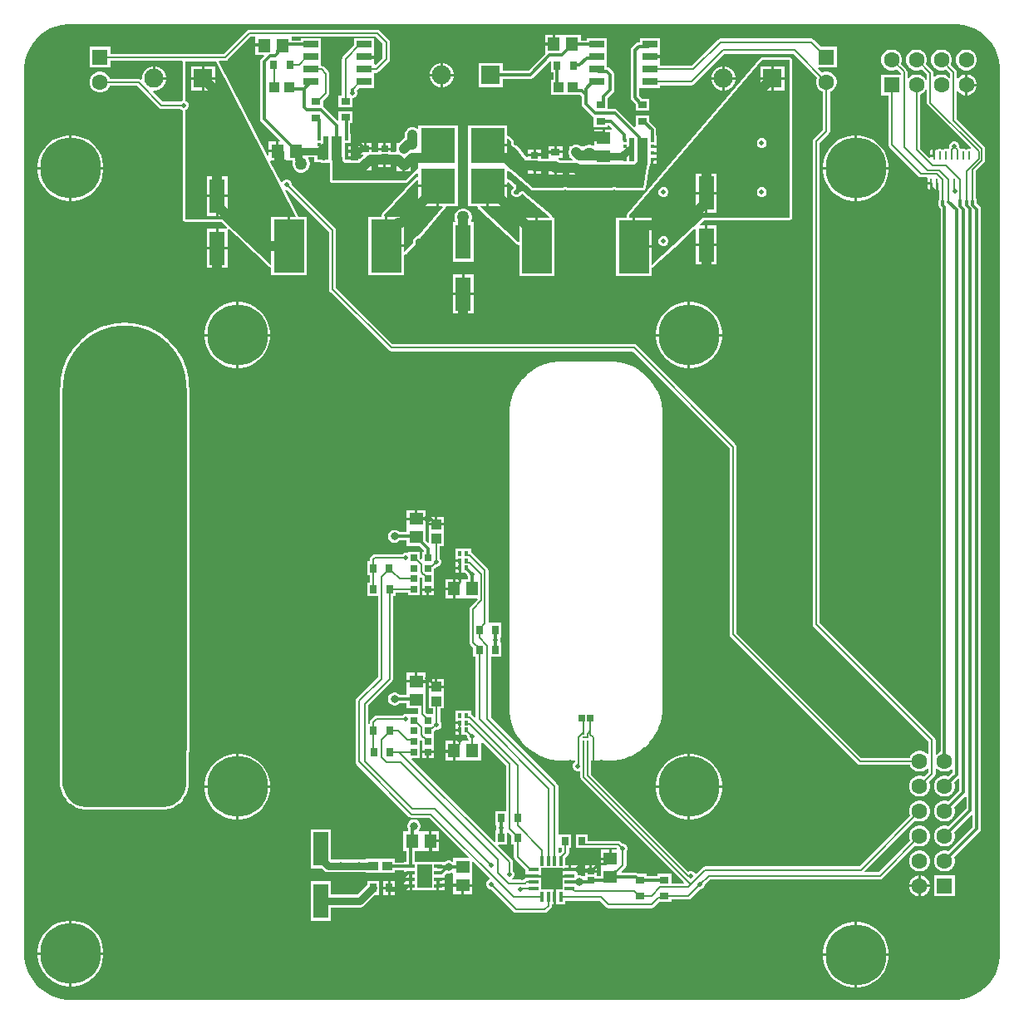
<source format=gbr>
%TF.GenerationSoftware,Altium Limited,Altium Designer,24.0.1 (36)*%
G04 Layer_Physical_Order=1*
G04 Layer_Color=255*
%FSLAX25Y25*%
%MOIN*%
%TF.SameCoordinates,D5D63520-F272-4D0B-AB48-B6EDFC209223*%
%TF.FilePolarity,Positive*%
%TF.FileFunction,Copper,L1,Top,Signal*%
%TF.Part,Single*%
G01*
G75*
%TA.AperFunction,SMDPad,CuDef*%
%ADD10O,0.00906X0.03543*%
%ADD11R,0.00906X0.03543*%
%ADD12R,0.06004X0.02756*%
%ADD13R,0.02756X0.02854*%
%TA.AperFunction,BGAPad,CuDef*%
%ADD14C,0.00984*%
%TA.AperFunction,SMDPad,CuDef*%
%ADD15R,0.01378X0.04134*%
%ADD16R,0.04134X0.01378*%
%ADD17R,0.08898X0.08898*%
%ADD18R,0.01575X0.01968*%
%ADD19R,0.05866X0.09449*%
%ADD20R,0.03543X0.01378*%
%ADD21R,0.03543X0.02756*%
%ADD22R,0.13780X0.13976*%
%ADD23R,0.02756X0.03543*%
%TA.AperFunction,BGAPad,CuDef*%
%ADD24R,0.01772X0.01772*%
%TA.AperFunction,SMDPad,CuDef*%
%ADD25R,0.04079X0.09646*%
%ADD26R,0.02213X0.09646*%
%ADD27R,0.12205X0.21260*%
%ADD28R,0.03898X0.03701*%
%ADD29R,0.03150X0.02559*%
%ADD30R,0.03150X0.04134*%
%ADD31R,0.06299X0.13780*%
%ADD32R,0.03937X0.03937*%
%ADD33R,0.05709X0.05118*%
%ADD34R,0.05118X0.05709*%
%ADD35R,0.03937X0.03937*%
%ADD36R,0.02677X0.02835*%
%ADD37R,0.02835X0.02677*%
%TA.AperFunction,Conductor*%
%ADD38C,0.00551*%
%ADD39C,0.01181*%
%ADD40C,0.00787*%
%ADD41C,0.03937*%
%ADD42C,0.02953*%
%ADD43C,0.01000*%
%ADD44C,0.01968*%
%TA.AperFunction,NonConductor*%
%ADD45C,0.01575*%
%TA.AperFunction,ComponentPad*%
%ADD46R,0.07677X0.07677*%
%ADD47C,0.07677*%
%ADD48C,0.06299*%
%ADD49R,0.06299X0.06299*%
%ADD50R,0.06299X0.06299*%
%TA.AperFunction,ViaPad*%
%ADD51C,0.24410*%
%ADD52C,0.01968*%
%ADD53C,0.05000*%
%ADD54C,0.03150*%
G36*
X377629Y392180D02*
X379969Y391553D01*
X382207Y390626D01*
X384305Y389415D01*
X386227Y387940D01*
X387940Y386227D01*
X389415Y384305D01*
X390626Y382207D01*
X391553Y379969D01*
X392180Y377629D01*
X392497Y375227D01*
Y374016D01*
Y19685D01*
Y18474D01*
X392180Y16072D01*
X391553Y13732D01*
X390626Y11494D01*
X389415Y9396D01*
X387940Y7474D01*
X386227Y5761D01*
X384305Y4286D01*
X382207Y3074D01*
X379969Y2147D01*
X377629Y1520D01*
X375227Y1204D01*
X18474D01*
X16072Y1520D01*
X13732Y2147D01*
X11494Y3074D01*
X9396Y4286D01*
X7474Y5760D01*
X5761Y7474D01*
X4286Y9396D01*
X3074Y11494D01*
X2147Y13732D01*
X1520Y16072D01*
X1204Y18474D01*
Y19685D01*
Y374016D01*
Y375227D01*
X1520Y377629D01*
X2147Y379969D01*
X3074Y382207D01*
X4286Y384305D01*
X5760Y386227D01*
X7474Y387940D01*
X9396Y389415D01*
X11494Y390626D01*
X13732Y391553D01*
X16072Y392180D01*
X18474Y392497D01*
X375227D01*
X377629Y392180D01*
D02*
G37*
%LPC*%
G36*
X213000Y388126D02*
X209941D01*
Y384772D01*
X213000D01*
Y388126D01*
D02*
G37*
G36*
X217240Y388126D02*
X217059D01*
X217059Y388126D01*
X214000D01*
Y384272D01*
X213500D01*
Y383772D01*
X209941D01*
Y380417D01*
X209941Y380417D01*
X209941D01*
X209645Y380057D01*
X203257Y373669D01*
X192986D01*
Y376886D01*
X183309D01*
Y367209D01*
X192986D01*
Y370426D01*
X203929D01*
X204549Y370549D01*
X205076Y370901D01*
X212001Y377826D01*
X212501Y377619D01*
Y372928D01*
X213258D01*
Y370094D01*
X212304D01*
Y364158D01*
X222219D01*
X222375Y364126D01*
X224160D01*
X224756Y363530D01*
Y360506D01*
X224880Y359885D01*
X225231Y359359D01*
X229073Y355518D01*
X229512Y355224D01*
Y351030D01*
X235055D01*
Y351782D01*
X235667D01*
X236811Y350637D01*
X236620Y350175D01*
X233965D01*
Y346616D01*
X233465D01*
Y346116D01*
X229610D01*
Y343901D01*
X229177Y343651D01*
X229068Y343714D01*
X228178Y343953D01*
X227256D01*
X226366Y343714D01*
X225713Y343337D01*
X225213Y343483D01*
Y343483D01*
X224218D01*
X223938Y343699D01*
X223216Y343998D01*
X222441Y344100D01*
X221666Y343998D01*
X220944Y343699D01*
X220664Y343483D01*
X219669D01*
Y342171D01*
X219549Y341880D01*
X219447Y341106D01*
X219549Y340331D01*
X219669Y340040D01*
Y338727D01*
X220585D01*
X221224Y338088D01*
X221017Y337588D01*
X216201D01*
X216140Y337649D01*
X215520Y338124D01*
X215271Y338228D01*
X215370Y338727D01*
X216970D01*
Y340605D01*
X211426D01*
Y339026D01*
X211426Y338728D01*
X211010Y338526D01*
X208330D01*
Y339264D01*
X205755D01*
X203180D01*
Y338624D01*
X202679D01*
X199048Y343339D01*
X198998Y343383D01*
X198961Y343438D01*
X198849Y343513D01*
X198748Y343601D01*
X198685Y343622D01*
X198630Y343659D01*
X198498Y343686D01*
X198371Y343728D01*
X198319Y343725D01*
X197935Y343884D01*
X197664Y344155D01*
X197517Y344510D01*
Y344980D01*
X197491Y345111D01*
X197482Y345245D01*
X197452Y345305D01*
X197440Y345370D01*
X197365Y345481D01*
X197305Y345602D01*
X196179Y347065D01*
X196154Y347087D01*
X196137Y347115D01*
X196005Y347217D01*
X195879Y347326D01*
X195848Y347337D01*
X195821Y347357D01*
X195660Y347400D01*
X195502Y347454D01*
X195469Y347451D01*
X195437Y347460D01*
X195398Y347455D01*
X195076Y347648D01*
X194931Y347804D01*
X194898Y347876D01*
Y351757D01*
X179118D01*
Y335918D01*
X179118Y335780D01*
X179118D01*
Y335418D01*
X179118D01*
Y319442D01*
X182530D01*
X182543Y319439D01*
X182696Y319334D01*
X182947Y318954D01*
X182950Y318943D01*
X182948Y318932D01*
X182993Y318749D01*
X183033Y318566D01*
X183040Y318556D01*
X183042Y318546D01*
X183153Y318394D01*
X183261Y318239D01*
X183271Y318233D01*
X183277Y318225D01*
X198443Y304297D01*
X198604Y304199D01*
X198763Y304098D01*
X198774Y304096D01*
X198783Y304090D01*
X198969Y304062D01*
X199154Y304029D01*
X199219Y303993D01*
X199539Y303715D01*
X199591Y303613D01*
Y291520D01*
X213795D01*
Y314779D01*
X213129D01*
X213105Y314787D01*
X212948Y314912D01*
X212719Y315280D01*
X212721Y315291D01*
X212716Y315312D01*
X212719Y315333D01*
X212669Y315505D01*
X212628Y315678D01*
X212615Y315695D01*
X212609Y315716D01*
X212498Y315855D01*
X212393Y315999D01*
X212375Y316010D01*
X212361Y316027D01*
X201569Y325166D01*
X201500Y325205D01*
X201441Y325258D01*
X201327Y325300D01*
X201221Y325359D01*
X201143Y325368D01*
X201068Y325395D01*
X200947Y325390D01*
X200826Y325404D01*
X200750Y325382D01*
X200670Y325379D01*
X200069Y325233D01*
X199997Y325200D01*
X199919Y325184D01*
X199818Y325117D01*
X199708Y325066D01*
X199654Y325007D01*
X199588Y324963D01*
X199521Y324862D01*
X199438Y324773D01*
X199411Y324698D01*
X199367Y324633D01*
X199300Y324470D01*
X199028Y324199D01*
X198674Y324052D01*
X198290D01*
X197935Y324199D01*
X197664Y324470D01*
X197517Y324825D01*
Y325208D01*
X197664Y325563D01*
X197981Y325880D01*
X198069Y325921D01*
X198123Y325979D01*
X198189Y326023D01*
X198256Y326124D01*
X198338Y326213D01*
X198365Y326288D01*
X198410Y326354D01*
X198433Y326473D01*
X198475Y326587D01*
X198552Y327081D01*
X198547Y327202D01*
X198561Y327322D01*
X198539Y327399D01*
X198536Y327478D01*
X198485Y327588D01*
X198451Y327705D01*
X198402Y327767D01*
X198369Y327839D01*
X198279Y327921D01*
X198204Y328016D01*
X196010Y329874D01*
X195854Y329960D01*
X195702Y330053D01*
X195681Y330056D01*
X195662Y330067D01*
X195485Y330087D01*
X195309Y330115D01*
X195178Y330204D01*
X194923Y330469D01*
X194898Y330529D01*
Y333332D01*
X195204Y333459D01*
X195398Y333492D01*
X195990Y333037D01*
X196063Y333007D01*
X204304Y325995D01*
X204442Y325918D01*
X204574Y325830D01*
X204615Y325822D01*
X204651Y325801D01*
X204809Y325783D01*
X204964Y325752D01*
X217219D01*
X217609Y325830D01*
X217975Y325981D01*
X218359D01*
X218724Y325830D01*
X219115Y325752D01*
X236904Y325752D01*
X237294Y325830D01*
X237660Y325981D01*
X238044D01*
X238410Y325830D01*
X238410Y325830D01*
X238800Y325752D01*
X249349D01*
X249454Y325773D01*
X249562Y325775D01*
X249648Y325812D01*
X249739Y325830D01*
X249829Y325889D01*
X249927Y325932D01*
X249992Y325999D01*
X250070Y326051D01*
X250130Y326140D01*
X250205Y326218D01*
X250239Y326304D01*
X250291Y326381D01*
X250312Y326487D01*
X250352Y326587D01*
X251891Y334963D01*
X251891Y335010D01*
X251904Y335055D01*
X251888Y335207D01*
X251886Y335361D01*
X251869Y335399D01*
X251996Y335706D01*
X252062Y336205D01*
X252214D01*
Y336303D01*
X252423D01*
Y338189D01*
X252923D01*
Y338689D01*
X254809D01*
Y338862D01*
Y340248D01*
X252923D01*
Y341248D01*
X254809D01*
Y341421D01*
Y342807D01*
X252923D01*
Y343807D01*
X254809D01*
Y343980D01*
Y347752D01*
X254545D01*
Y350045D01*
X254421Y350666D01*
X254070Y351192D01*
X251847Y353415D01*
Y355877D01*
X246304D01*
X246304Y351494D01*
Y351469D01*
D01*
X246304Y351427D01*
X246222Y351393D01*
X245804Y351220D01*
X239212Y357811D01*
X238686Y358163D01*
X238066Y358286D01*
X235055D01*
Y360551D01*
X235086Y360708D01*
Y362714D01*
X237367Y364995D01*
X237719Y365521D01*
X237842Y366142D01*
Y372047D01*
X237719Y372668D01*
X237367Y373194D01*
X235930Y374631D01*
X235404Y374983D01*
X234784Y375106D01*
X234723D01*
Y376650D01*
X234723Y376650D01*
Y376894D01*
X234723D01*
X234723Y377150D01*
Y381650D01*
X234723D01*
Y381894D01*
X234723D01*
Y386650D01*
X226719D01*
Y385893D01*
X224358D01*
Y388126D01*
X217545D01*
X217240Y388126D01*
D02*
G37*
G36*
X308189Y379082D02*
X297244D01*
X297205Y379075D01*
X297165Y379079D01*
X297011Y379036D01*
X296854Y379005D01*
X296821Y378983D01*
X296782Y378972D01*
X296656Y378873D01*
X296523Y378784D01*
X296501Y378751D01*
X296470Y378726D01*
X243070Y316366D01*
X242992Y316227D01*
X242903Y316093D01*
X242895Y316054D01*
X242875Y316020D01*
X242856Y315860D01*
X242825Y315703D01*
Y314779D01*
X238567D01*
Y291520D01*
X252772D01*
Y294732D01*
X252948Y294767D01*
X253127Y294796D01*
X253143Y294806D01*
X253162Y294810D01*
X253312Y294910D01*
X253465Y295004D01*
X261971Y302902D01*
X270096Y310446D01*
X270555Y310246D01*
Y304314D01*
X274204D01*
Y311704D01*
X272135D01*
X271952Y312169D01*
X273784Y313870D01*
X308189D01*
X308579Y313948D01*
X308910Y314169D01*
X309131Y314500D01*
X309208Y314890D01*
Y378063D01*
X309131Y378453D01*
X308910Y378784D01*
X308579Y379005D01*
X308189Y379082D01*
D02*
G37*
G36*
X142602Y390116D02*
X91309D01*
X90766Y390008D01*
X90305Y389700D01*
X81151Y380546D01*
X35646D01*
Y383275D01*
X27347D01*
Y374975D01*
X35646D01*
Y377704D01*
X64483D01*
X64722Y377414D01*
Y361855D01*
X64719D01*
X63990Y361553D01*
X63729Y361292D01*
X56815D01*
X52820Y365286D01*
X53027Y365787D01*
X53787D01*
X55017Y366116D01*
X56121Y366753D01*
X57021Y367654D01*
X57658Y368758D01*
X57988Y369988D01*
Y370125D01*
X53150D01*
Y370625D01*
X52650D01*
Y375464D01*
X52513D01*
X51282Y375134D01*
X50179Y374497D01*
X49278Y373596D01*
X48641Y372493D01*
X48311Y371262D01*
Y370491D01*
X48263Y370440D01*
X47811Y370240D01*
X47515Y370438D01*
X46972Y370546D01*
X35411D01*
X35363Y370727D01*
X34817Y371673D01*
X34044Y372446D01*
X33098Y372992D01*
X32042Y373275D01*
X30950D01*
X29894Y372992D01*
X28948Y372446D01*
X28176Y371673D01*
X27629Y370727D01*
X27347Y369671D01*
Y368579D01*
X27629Y367523D01*
X28176Y366577D01*
X28948Y365805D01*
X29894Y365258D01*
X30950Y364976D01*
X32042D01*
X33098Y365258D01*
X34044Y365805D01*
X34817Y366577D01*
X35363Y367523D01*
X35411Y367704D01*
X46383D01*
X55221Y358866D01*
X55682Y358558D01*
X56226Y358450D01*
X56226Y358450D01*
X63729D01*
X63990Y358189D01*
X64719Y357886D01*
X64722D01*
Y314241D01*
X64799Y313850D01*
X65020Y313520D01*
X65351Y313299D01*
X65741Y313221D01*
X80068D01*
X82515Y310949D01*
X82319Y310449D01*
X82304Y310449D01*
Y310449D01*
X82277Y310449D01*
X79000D01*
Y303059D01*
X82649D01*
X82650Y310086D01*
Y310126D01*
D01*
X82650Y310142D01*
X82701Y310164D01*
X83149Y310360D01*
X89320Y304630D01*
X92524Y301426D01*
X93145Y300950D01*
X93396Y300846D01*
X99544Y295138D01*
X99698Y295043D01*
X99848Y294943D01*
X99866Y294939D01*
X99883Y294929D01*
X100061Y294900D01*
X100238Y294865D01*
Y291913D01*
X114443D01*
Y315173D01*
X111456D01*
X110962Y315256D01*
X110919Y315408D01*
X110888Y315563D01*
X110865Y315598D01*
X110853Y315639D01*
X105640Y325800D01*
X106014Y326165D01*
X106335D01*
X123382Y309118D01*
Y286125D01*
X123490Y285581D01*
X123798Y285120D01*
X147276Y261643D01*
X147737Y261335D01*
X148280Y261227D01*
X245081D01*
X284012Y222295D01*
Y147638D01*
X284120Y147094D01*
X284428Y146633D01*
X335294Y95767D01*
X335755Y95459D01*
X336299Y95351D01*
X356321D01*
X356369Y95170D01*
X356916Y94224D01*
X357688Y93451D01*
X358634Y92905D01*
X359690Y92622D01*
X360783D01*
X361838Y92905D01*
X362784Y93451D01*
X363259Y93926D01*
X363759Y93719D01*
Y92304D01*
X362000Y90545D01*
X361838Y90639D01*
X360783Y90921D01*
X359690D01*
X358634Y90639D01*
X357688Y90092D01*
X356916Y89320D01*
X356369Y88373D01*
X356087Y87318D01*
Y86225D01*
X356369Y85170D01*
X356916Y84224D01*
X357688Y83451D01*
X358634Y82905D01*
X359690Y82622D01*
X360783D01*
X361838Y82905D01*
X362784Y83451D01*
X363557Y84224D01*
X364103Y85170D01*
X364386Y86225D01*
Y87318D01*
X364103Y88373D01*
X364009Y88535D01*
X366185Y90711D01*
X366493Y91171D01*
X366601Y91715D01*
Y93831D01*
X367101Y94039D01*
X367688Y93451D01*
X368635Y92905D01*
X369690Y92622D01*
X370782D01*
X371838Y92905D01*
X372784Y93451D01*
X372893Y93560D01*
X373355Y93368D01*
Y92184D01*
X371816Y90644D01*
X370782Y90921D01*
X369690D01*
X368635Y90639D01*
X367688Y90092D01*
X366916Y89320D01*
X366369Y88373D01*
X366087Y87318D01*
Y86225D01*
X366369Y85170D01*
X366916Y84224D01*
X367688Y83451D01*
X368635Y82905D01*
X369690Y82622D01*
X370782D01*
X371838Y82905D01*
X372784Y83451D01*
X373557Y84224D01*
X374103Y85170D01*
X374386Y86225D01*
Y87318D01*
X374109Y88351D01*
X375634Y89876D01*
X376134Y89669D01*
Y84963D01*
X371816Y80644D01*
X370782Y80921D01*
X369690D01*
X368635Y80638D01*
X367688Y80092D01*
X366916Y79320D01*
X366369Y78373D01*
X366087Y77318D01*
Y76225D01*
X366369Y75170D01*
X366916Y74224D01*
X367688Y73451D01*
X368635Y72905D01*
X369690Y72622D01*
X370782D01*
X371838Y72905D01*
X372784Y73451D01*
X373557Y74224D01*
X374103Y75170D01*
X374386Y76225D01*
Y77318D01*
X374109Y78351D01*
X378451Y82693D01*
X378952Y82486D01*
Y77780D01*
X371816Y70644D01*
X370782Y70921D01*
X369690D01*
X368635Y70639D01*
X367688Y70092D01*
X366916Y69320D01*
X366369Y68373D01*
X366087Y67318D01*
Y66225D01*
X366369Y65170D01*
X366916Y64224D01*
X367688Y63451D01*
X368635Y62905D01*
X369690Y62622D01*
X370782D01*
X371838Y62905D01*
X372784Y63451D01*
X373557Y64224D01*
X374103Y65170D01*
X374386Y66225D01*
Y67318D01*
X374109Y68351D01*
X381037Y75279D01*
X381499Y75088D01*
Y70328D01*
X371816Y60644D01*
X370782Y60921D01*
X369690D01*
X368635Y60638D01*
X367688Y60092D01*
X366916Y59320D01*
X366369Y58373D01*
X366087Y57318D01*
Y56225D01*
X366369Y55170D01*
X366916Y54224D01*
X367688Y53451D01*
X368635Y52905D01*
X369690Y52622D01*
X370782D01*
X371838Y52905D01*
X372784Y53451D01*
X373557Y54224D01*
X374103Y55170D01*
X374386Y56225D01*
Y57318D01*
X374109Y58351D01*
X384268Y68510D01*
X384619Y69036D01*
X384743Y69656D01*
Y318150D01*
X384619Y318770D01*
X384268Y319296D01*
X383141Y320423D01*
Y321547D01*
X383018Y322168D01*
X382666Y322694D01*
X382600Y322738D01*
Y325862D01*
X382752D01*
Y331405D01*
X382600D01*
Y333421D01*
X386156Y336977D01*
X386438Y337399D01*
X386537Y337896D01*
Y342419D01*
X386438Y342916D01*
X386156Y343338D01*
X375097Y354397D01*
Y365474D01*
X375598Y365608D01*
X375651Y365515D01*
X376424Y364742D01*
X377370Y364196D01*
X378425Y363913D01*
X378471D01*
Y368063D01*
Y372212D01*
X378425D01*
X377370Y371930D01*
X376424Y371383D01*
X375651Y370611D01*
X375598Y370518D01*
X375097Y370652D01*
Y373237D01*
X374998Y373735D01*
X374717Y374157D01*
X372682Y376191D01*
X372838Y376461D01*
X373121Y377517D01*
Y378609D01*
X372838Y379664D01*
X372292Y380611D01*
X371519Y381383D01*
X370573Y381930D01*
X369518Y382212D01*
X368425D01*
X367370Y381930D01*
X366424Y381383D01*
X365651Y380611D01*
X365105Y379664D01*
X364822Y378609D01*
Y377517D01*
X365105Y376461D01*
X365651Y375515D01*
X366424Y374742D01*
X367370Y374196D01*
X368425Y373913D01*
X369518D01*
X370573Y374196D01*
X370843Y374352D01*
X372496Y372699D01*
Y371113D01*
X371996Y370906D01*
X371519Y371383D01*
X370573Y371930D01*
X369518Y372212D01*
X368425D01*
X367370Y371930D01*
X366424Y371383D01*
X366309Y371269D01*
X365847Y371460D01*
Y372891D01*
X365748Y373389D01*
X365466Y373811D01*
X362830Y376447D01*
X362838Y376461D01*
X363121Y377517D01*
Y378609D01*
X362838Y379664D01*
X362292Y380611D01*
X361519Y381383D01*
X360573Y381930D01*
X359518Y382212D01*
X358425D01*
X357370Y381930D01*
X356424Y381383D01*
X355651Y380611D01*
X355105Y379664D01*
X354822Y378609D01*
Y377517D01*
X355105Y376461D01*
X355651Y375515D01*
X356424Y374742D01*
X357370Y374196D01*
X358425Y373913D01*
X359518D01*
X360573Y374196D01*
X361099Y374500D01*
X363246Y372353D01*
Y369959D01*
X362746Y369825D01*
X362292Y370611D01*
X361519Y371383D01*
X360573Y371930D01*
X359518Y372212D01*
X358425D01*
X357370Y371930D01*
X356424Y371383D01*
X355779Y370738D01*
X355278Y370919D01*
Y373265D01*
X355180Y373762D01*
X354898Y374184D01*
X352759Y376323D01*
X352838Y376461D01*
X353121Y377517D01*
Y378609D01*
X352838Y379664D01*
X352292Y380611D01*
X351519Y381383D01*
X350573Y381930D01*
X349518Y382212D01*
X348425D01*
X347370Y381930D01*
X346424Y381383D01*
X345651Y380611D01*
X345105Y379664D01*
X344822Y378609D01*
Y377517D01*
X345105Y376461D01*
X345651Y375515D01*
X346424Y374742D01*
X347370Y374196D01*
X348425Y373913D01*
X349518D01*
X350573Y374196D01*
X350975Y374428D01*
X352677Y372726D01*
Y372212D01*
X344822D01*
Y363913D01*
X347671D01*
Y344099D01*
X347770Y343602D01*
X348052Y343180D01*
X359818Y331414D01*
X360240Y331132D01*
X360738Y331032D01*
X363137D01*
X363404Y330533D01*
X363395Y330520D01*
X363283Y329953D01*
Y329134D01*
X364764D01*
Y328634D01*
X365264D01*
Y325933D01*
X365331Y325946D01*
X365580Y326113D01*
X365945Y326226D01*
X366309Y326113D01*
X366559Y325946D01*
X366626Y325933D01*
Y328634D01*
X367626D01*
Y325933D01*
X367693Y325946D01*
X368188Y325676D01*
Y322464D01*
X367990Y322168D01*
X367866Y321547D01*
Y319775D01*
X367990Y319155D01*
X368341Y318629D01*
X368615Y318355D01*
Y318150D01*
X368615Y100627D01*
X367688Y100092D01*
X367101Y99505D01*
X366601Y99712D01*
Y105292D01*
X366601Y105293D01*
X366493Y105836D01*
X366185Y106297D01*
X320106Y152376D01*
Y344774D01*
X323839Y348508D01*
X324148Y348969D01*
X324256Y349513D01*
Y365286D01*
X324436Y365335D01*
X325383Y365881D01*
X326155Y366654D01*
X326701Y367600D01*
X326984Y368655D01*
Y369748D01*
X326701Y370803D01*
X326155Y371749D01*
X325383Y372522D01*
X324436Y373068D01*
X323381Y373351D01*
X322288D01*
X321233Y373068D01*
X321071Y372975D01*
X319456Y374590D01*
X319647Y375052D01*
X326984D01*
Y383351D01*
X320695D01*
X317831Y386214D01*
X317370Y386523D01*
X316827Y386631D01*
X280268D01*
X279724Y386523D01*
X279263Y386214D01*
X268742Y375693D01*
X256431D01*
X256078Y376046D01*
X256078Y376650D01*
X256078Y377150D01*
Y378772D01*
X252076D01*
Y379772D01*
X256078D01*
Y381394D01*
X256078Y381650D01*
X256078Y382150D01*
Y386650D01*
X248074D01*
Y385106D01*
X247594D01*
X246974Y384982D01*
X246448Y384631D01*
X244916Y383100D01*
X244565Y382573D01*
X244441Y381953D01*
Y363023D01*
X244565Y362403D01*
X244916Y361877D01*
X246304Y360489D01*
Y357633D01*
X251847D01*
Y362389D01*
X248991D01*
X247685Y363695D01*
Y366625D01*
X248074Y366894D01*
X248185Y366894D01*
X256078D01*
Y367851D01*
X268807D01*
X269351Y367959D01*
X269812Y368267D01*
X282077Y380532D01*
X309495D01*
X319061Y370965D01*
X318968Y370803D01*
X318685Y369748D01*
Y368655D01*
X318968Y367600D01*
X319514Y366654D01*
X320287Y365881D01*
X321233Y365335D01*
X321414Y365286D01*
Y350101D01*
X317680Y346368D01*
X317372Y345907D01*
X317264Y345363D01*
Y151787D01*
X317372Y151244D01*
X317680Y150783D01*
X363759Y104704D01*
Y99825D01*
X363259Y99617D01*
X362784Y100092D01*
X361838Y100638D01*
X360783Y100921D01*
X359690D01*
X358634Y100638D01*
X357688Y100092D01*
X356916Y99320D01*
X356369Y98373D01*
X356321Y98193D01*
X336888D01*
X286854Y148226D01*
Y222884D01*
X286746Y223428D01*
X286438Y223889D01*
X246674Y263652D01*
X246213Y263961D01*
X245669Y264069D01*
X148869D01*
X126224Y286714D01*
Y309707D01*
X126116Y310251D01*
X125808Y310712D01*
X108345Y328175D01*
Y328544D01*
X108043Y329274D01*
X107484Y329832D01*
X106755Y330134D01*
X105966D01*
X105236Y329832D01*
X104678Y329274D01*
X104563Y328994D01*
X104012Y328972D01*
X99776Y337228D01*
X100037Y337655D01*
X102211D01*
Y341009D01*
X99152D01*
Y339510D01*
X98666Y339392D01*
X79228Y377277D01*
X79488Y377704D01*
X81739D01*
X82283Y377812D01*
X82744Y378120D01*
X91898Y387274D01*
X93837D01*
Y384375D01*
X97396D01*
Y383375D01*
X93837D01*
Y380021D01*
X97127D01*
X97319Y379559D01*
X96249Y378489D01*
X95898Y377963D01*
X95774Y377342D01*
Y354419D01*
X95898Y353798D01*
X96249Y353272D01*
X103696Y345826D01*
X103504Y345364D01*
X103211D01*
Y341509D01*
Y337655D01*
X106270D01*
X106270Y337655D01*
X106451D01*
Y337655D01*
X106770Y337655D01*
X108653D01*
X108760Y337115D01*
X108766Y337106D01*
X108705Y336877D01*
Y335955D01*
X108943Y335065D01*
X109404Y334267D01*
X110056Y333615D01*
X110854Y333154D01*
X111744Y332916D01*
X112665D01*
X113556Y333154D01*
X114354Y333615D01*
X115005Y334267D01*
X115466Y335065D01*
X115705Y335955D01*
Y336877D01*
X115466Y337767D01*
X115052Y338485D01*
X115217Y338984D01*
X117461D01*
Y336974D01*
X120055D01*
Y336876D01*
X123624D01*
Y336832D01*
X123726Y336057D01*
X123784Y335919D01*
Y329678D01*
X123861Y329288D01*
X124082Y328957D01*
X124413Y328736D01*
X124803Y328659D01*
X154186D01*
X154576Y328736D01*
X154907Y328957D01*
X158692Y332743D01*
X159154Y332551D01*
Y331470D01*
X159151Y331457D01*
X159046Y331304D01*
X158667Y331053D01*
X158656Y331051D01*
X158645Y331052D01*
X158462Y331008D01*
X158278Y330967D01*
X158269Y330961D01*
X158258Y330958D01*
X158107Y330847D01*
X157952Y330739D01*
X157946Y330730D01*
X157937Y330723D01*
X144711Y316321D01*
X144613Y316160D01*
X144512Y316001D01*
X144510Y315990D01*
X144504Y315981D01*
X144475Y315795D01*
X144442Y315609D01*
X144406Y315545D01*
X144129Y315225D01*
X144027Y315173D01*
X139214D01*
Y291913D01*
X153419D01*
Y299567D01*
X153426Y299591D01*
X153552Y299748D01*
X153919Y299977D01*
X153930Y299975D01*
X153951Y299980D01*
X153973Y299977D01*
X154144Y300026D01*
X154317Y300068D01*
X154334Y300081D01*
X154355Y300087D01*
X154495Y300198D01*
X154639Y300303D01*
X154650Y300321D01*
X154666Y300335D01*
X157939Y304199D01*
X158015Y304336D01*
X158102Y304467D01*
X158111Y304509D01*
X158131Y304546D01*
X158149Y304703D01*
X158180Y304857D01*
X158172Y304899D01*
X158177Y304942D01*
X158147Y305044D01*
Y305523D01*
X158294Y305878D01*
X158565Y306149D01*
X158920Y306296D01*
X159242D01*
X159284Y306305D01*
X159327Y306300D01*
X159478Y306343D01*
X159632Y306374D01*
X159668Y306397D01*
X159709Y306409D01*
X159832Y306507D01*
X159963Y306595D01*
X159987Y306630D01*
X160020Y306657D01*
X169905Y318329D01*
X169991Y318485D01*
X170084Y318637D01*
X170087Y318658D01*
X170098Y318677D01*
X170118Y318854D01*
X170145Y319030D01*
X170235Y319161D01*
X170500Y319416D01*
X170560Y319442D01*
X174934D01*
Y335418D01*
X174934Y335418D01*
Y335780D01*
X174934D01*
X174934Y335918D01*
Y351757D01*
X159154D01*
Y350502D01*
X158654Y350277D01*
X158207Y350621D01*
X157485Y350920D01*
X156710Y351022D01*
X155935Y350920D01*
X155213Y350621D01*
X154593Y350145D01*
X154117Y349525D01*
X153818Y348802D01*
X153716Y348028D01*
Y346752D01*
X153477Y346653D01*
X152857Y346177D01*
X151446Y344766D01*
X150530D01*
Y343454D01*
X150410Y343163D01*
X150308Y342388D01*
X150405Y341650D01*
X150400Y341600D01*
X150060Y341150D01*
X148244D01*
Y341888D01*
X145669D01*
X143095D01*
Y341150D01*
X140567D01*
Y342020D01*
X135024D01*
Y340142D01*
X137041D01*
X137233Y339680D01*
X135939Y338386D01*
X135024D01*
Y337640D01*
X133711D01*
X132146Y337653D01*
Y338360D01*
X130260D01*
Y339360D01*
X132146D01*
Y340919D01*
X130260D01*
Y341919D01*
X132146D01*
Y342092D01*
Y343478D01*
X130260D01*
Y344478D01*
X132146D01*
Y344651D01*
Y348423D01*
X131881D01*
Y352634D01*
X132693D01*
Y357390D01*
X127150D01*
Y353937D01*
X126688Y353746D01*
X121187Y359246D01*
X120970Y359391D01*
Y361786D01*
X123052Y363868D01*
X123360Y364329D01*
X123468Y364873D01*
Y372554D01*
X123360Y373098D01*
X123052Y373559D01*
X121335Y375276D01*
X120874Y375585D01*
X120330Y375693D01*
X120186D01*
Y376650D01*
X120186Y376650D01*
Y376894D01*
X120186D01*
X120186Y377150D01*
Y381650D01*
X120186D01*
Y381894D01*
X120186D01*
Y386650D01*
X112182D01*
Y385893D01*
X108254D01*
Y387274D01*
X142014D01*
X144906Y384382D01*
Y378915D01*
X142041Y376049D01*
X141541Y376256D01*
X141541Y376650D01*
X141541Y377150D01*
Y378772D01*
X137539D01*
Y379772D01*
X141541D01*
Y381650D01*
X141541Y381650D01*
Y381894D01*
X141541D01*
X141541Y382150D01*
Y386650D01*
X133537D01*
Y383903D01*
X128917Y379283D01*
X128608Y378822D01*
X128500Y378278D01*
Y363902D01*
X127150D01*
Y359146D01*
X132693D01*
Y362888D01*
X133072D01*
X133801Y363190D01*
X134359Y363749D01*
X134661Y364478D01*
Y365267D01*
X134450Y365779D01*
Y365797D01*
X135546Y366894D01*
X141541D01*
Y371394D01*
X141541Y371650D01*
X141541Y372150D01*
Y372851D01*
X142272D01*
X142816Y372959D01*
X143277Y373267D01*
X147332Y377322D01*
X147640Y377783D01*
X147748Y378327D01*
Y384970D01*
X147640Y385514D01*
X147332Y385975D01*
X143607Y389700D01*
X143146Y390008D01*
X142602Y390116D01*
D02*
G37*
G36*
X379518Y382212D02*
X378425D01*
X377370Y381930D01*
X376424Y381383D01*
X375651Y380611D01*
X375105Y379664D01*
X374822Y378609D01*
Y377517D01*
X375105Y376461D01*
X375651Y375515D01*
X376424Y374742D01*
X377370Y374196D01*
X378425Y373913D01*
X379518D01*
X380573Y374196D01*
X381519Y374742D01*
X382292Y375515D01*
X382838Y376461D01*
X383121Y377517D01*
Y378609D01*
X382838Y379664D01*
X382292Y380611D01*
X381519Y381383D01*
X380573Y381930D01*
X379518Y382212D01*
D02*
G37*
G36*
X169099Y376886D02*
X168962D01*
Y372547D01*
X173301D01*
Y372684D01*
X172971Y373915D01*
X172334Y375018D01*
X171433Y375919D01*
X170330Y376556D01*
X169099Y376886D01*
D02*
G37*
G36*
X167962D02*
X167825D01*
X166595Y376556D01*
X165491Y375919D01*
X164590Y375018D01*
X163953Y373915D01*
X163624Y372684D01*
Y372547D01*
X167962D01*
Y376886D01*
D02*
G37*
G36*
X282133Y375540D02*
X281996D01*
Y371201D01*
X286335D01*
Y371339D01*
X286005Y372569D01*
X285368Y373673D01*
X284467Y374573D01*
X283364Y375210D01*
X282133Y375540D01*
D02*
G37*
G36*
X280996D02*
X280859D01*
X279628Y375210D01*
X278525Y374573D01*
X277624Y373673D01*
X276987Y372569D01*
X276658Y371339D01*
Y371201D01*
X280996D01*
Y375540D01*
D02*
G37*
G36*
X53787Y375464D02*
X53650D01*
Y371125D01*
X57988D01*
Y371262D01*
X57658Y372493D01*
X57021Y373596D01*
X56121Y374497D01*
X55017Y375134D01*
X53787Y375464D01*
D02*
G37*
G36*
X379518Y372212D02*
X379471D01*
Y368563D01*
X383121D01*
Y368609D01*
X382838Y369665D01*
X382292Y370611D01*
X381519Y371383D01*
X380573Y371930D01*
X379518Y372212D01*
D02*
G37*
G36*
X173301Y371547D02*
X168962D01*
Y367209D01*
X169099D01*
X170330Y367538D01*
X171433Y368175D01*
X172334Y369076D01*
X172971Y370180D01*
X173301Y371410D01*
Y371547D01*
D02*
G37*
G36*
X167962D02*
X163624D01*
Y371410D01*
X163953Y370180D01*
X164590Y369076D01*
X165491Y368175D01*
X166595Y367538D01*
X167825Y367209D01*
X167962D01*
Y371547D01*
D02*
G37*
G36*
X286335Y370201D02*
X281996D01*
Y365863D01*
X282133D01*
X283364Y366193D01*
X284467Y366830D01*
X285368Y367731D01*
X286005Y368834D01*
X286335Y370065D01*
Y370201D01*
D02*
G37*
G36*
X280996D02*
X276658D01*
Y370065D01*
X276987Y368834D01*
X277624Y367731D01*
X278525Y366830D01*
X279628Y366193D01*
X280859Y365863D01*
X280996D01*
Y370201D01*
D02*
G37*
G36*
X383121Y367563D02*
X379471D01*
Y363913D01*
X379518D01*
X380573Y364196D01*
X381519Y364742D01*
X382292Y365515D01*
X382838Y366461D01*
X383121Y367516D01*
Y367563D01*
D02*
G37*
G36*
X232965Y350175D02*
X229610D01*
Y347116D01*
X232965D01*
Y350175D01*
D02*
G37*
G36*
X140567Y344898D02*
X138295D01*
Y343020D01*
X140567D01*
Y344898D01*
D02*
G37*
G36*
X137295D02*
X135024D01*
Y343020D01*
X137295D01*
Y344898D01*
D02*
G37*
G36*
X148244Y344667D02*
X146169D01*
Y342888D01*
X148244D01*
Y344667D01*
D02*
G37*
G36*
X145169D02*
X143095D01*
Y342888D01*
X145169D01*
Y344667D01*
D02*
G37*
G36*
X102211Y345364D02*
X99152D01*
Y342009D01*
X102211D01*
Y345364D01*
D02*
G37*
G36*
X216970Y343483D02*
X214698D01*
Y341605D01*
X216970D01*
Y343483D01*
D02*
G37*
G36*
X213698D02*
X211426D01*
Y341605D01*
X213698D01*
Y343483D01*
D02*
G37*
G36*
X208330Y342043D02*
X206255D01*
Y340264D01*
X208330D01*
Y342043D01*
D02*
G37*
G36*
X205255D02*
X203180D01*
Y340264D01*
X205255D01*
Y342043D01*
D02*
G37*
G36*
X254809Y337689D02*
X253423D01*
Y336303D01*
X254809D01*
Y337689D01*
D02*
G37*
G36*
X335685Y347850D02*
X335146D01*
Y335146D01*
X347850D01*
Y335685D01*
X347525Y337738D01*
X346883Y339715D01*
X345939Y341566D01*
X344718Y343248D01*
X343248Y344718D01*
X341566Y345939D01*
X339715Y346883D01*
X337738Y347525D01*
X335685Y347850D01*
D02*
G37*
G36*
X334146D02*
X333606D01*
X331554Y347525D01*
X329577Y346883D01*
X327725Y345939D01*
X326043Y344718D01*
X324574Y343248D01*
X323352Y341566D01*
X322408Y339715D01*
X321766Y337738D01*
X321441Y335685D01*
Y335146D01*
X334146D01*
Y347850D01*
D02*
G37*
G36*
X20724Y347850D02*
X20185D01*
Y335146D01*
X32890D01*
Y335685D01*
X32565Y337738D01*
X31922Y339715D01*
X30979Y341566D01*
X29757Y343248D01*
X28287Y344718D01*
X26606Y345939D01*
X24754Y346883D01*
X22777Y347525D01*
X20724Y347850D01*
D02*
G37*
G36*
X19185D02*
X18646D01*
X16593Y347525D01*
X14616Y346883D01*
X12764Y345939D01*
X11083Y344718D01*
X9613Y343248D01*
X8391Y341566D01*
X7448Y339715D01*
X6805Y337738D01*
X6480Y335685D01*
Y335146D01*
X19185D01*
Y347850D01*
D02*
G37*
G36*
X364264Y328134D02*
X363283D01*
Y327315D01*
X363395Y326748D01*
X363716Y326268D01*
X364197Y325946D01*
X364264Y325933D01*
Y328134D01*
D02*
G37*
G36*
X347850Y334146D02*
X335146D01*
Y321441D01*
X335685D01*
X337738Y321766D01*
X339715Y322408D01*
X341566Y323352D01*
X343248Y324574D01*
X344718Y326043D01*
X345939Y327725D01*
X346883Y329577D01*
X347525Y331554D01*
X347850Y333606D01*
Y334146D01*
D02*
G37*
G36*
X334146D02*
X321441D01*
Y333606D01*
X321766Y331554D01*
X322408Y329577D01*
X323352Y327725D01*
X324574Y326043D01*
X326043Y324574D01*
X327725Y323352D01*
X329577Y322408D01*
X331554Y321766D01*
X333606Y321441D01*
X334146D01*
Y334146D01*
D02*
G37*
G36*
X32890Y334146D02*
X20185D01*
Y321441D01*
X20724D01*
X22777Y321766D01*
X24754Y322408D01*
X26606Y323352D01*
X28287Y324574D01*
X29757Y326043D01*
X30979Y327725D01*
X31922Y329577D01*
X32565Y331554D01*
X32890Y333606D01*
Y334146D01*
D02*
G37*
G36*
X19185D02*
X6480D01*
Y333606D01*
X6805Y331554D01*
X7448Y329577D01*
X8391Y327725D01*
X9613Y326043D01*
X11083Y324574D01*
X12764Y323352D01*
X14616Y322408D01*
X16593Y321766D01*
X18646Y321441D01*
X19185D01*
Y334146D01*
D02*
G37*
G36*
X278854Y311704D02*
X275204D01*
Y304314D01*
X278854D01*
Y311704D01*
D02*
G37*
G36*
X78000Y310449D02*
X74350D01*
Y303059D01*
X78000D01*
Y310449D01*
D02*
G37*
G36*
X177626Y318461D02*
X176705D01*
X175814Y318222D01*
X175016Y317761D01*
X174365Y317110D01*
X173904Y316312D01*
X173665Y315421D01*
Y314500D01*
X173904Y313610D01*
X173963Y313508D01*
X173674Y313008D01*
X173016D01*
Y297228D01*
X181315D01*
Y313008D01*
X180657D01*
X180368Y313508D01*
X180427Y313610D01*
X180665Y314500D01*
Y315421D01*
X180427Y316312D01*
X179966Y317110D01*
X179314Y317761D01*
X178516Y318222D01*
X177626Y318461D01*
D02*
G37*
G36*
X278854Y303314D02*
X275204D01*
Y295924D01*
X278854D01*
Y303314D01*
D02*
G37*
G36*
X274204D02*
X270555D01*
Y295924D01*
X274204D01*
Y303314D01*
D02*
G37*
G36*
X82649Y302059D02*
X79000D01*
Y294669D01*
X82649D01*
Y302059D01*
D02*
G37*
G36*
X78000D02*
X74350D01*
Y294669D01*
X78000D01*
Y302059D01*
D02*
G37*
G36*
X181315Y292142D02*
X177665D01*
Y284752D01*
X181315D01*
Y292142D01*
D02*
G37*
G36*
X176665D02*
X173016D01*
Y284752D01*
X176665D01*
Y292142D01*
D02*
G37*
G36*
X181315Y283752D02*
X177665D01*
Y276362D01*
X181315D01*
Y283752D01*
D02*
G37*
G36*
X176665D02*
X173016D01*
Y276362D01*
X176665D01*
Y283752D01*
D02*
G37*
G36*
X42116Y272620D02*
X40724D01*
X40696Y272614D01*
X40667Y272618D01*
X39278Y272540D01*
X39250Y272533D01*
X39221Y272535D01*
X37837Y272379D01*
X37810Y272370D01*
X37781Y272371D01*
X36409Y272138D01*
X36382Y272128D01*
X36353Y272127D01*
X34996Y271817D01*
X34969Y271805D01*
X34940Y271803D01*
X33603Y271418D01*
X33577Y271404D01*
X33548Y271400D01*
X32235Y270940D01*
X32210Y270926D01*
X32181Y270920D01*
X30895Y270388D01*
X30871Y270371D01*
X30843Y270364D01*
X29589Y269760D01*
X29566Y269743D01*
X29538Y269734D01*
X28320Y269061D01*
X28298Y269042D01*
X28271Y269032D01*
X27092Y268291D01*
X27071Y268271D01*
X27045Y268260D01*
X25910Y267454D01*
X25890Y267433D01*
X25864Y267420D01*
X24776Y266552D01*
X24757Y266530D01*
X24732Y266515D01*
X23695Y265588D01*
X23677Y265564D01*
X23653Y265548D01*
X22669Y264564D01*
X22653Y264540D01*
X22629Y264523D01*
X21702Y263485D01*
X21687Y263460D01*
X21665Y263441D01*
X20797Y262353D01*
X20784Y262327D01*
X20763Y262307D01*
X19958Y261172D01*
X19946Y261146D01*
X19926Y261124D01*
X19185Y259946D01*
X19175Y259919D01*
X19156Y259897D01*
X18483Y258679D01*
X18474Y258651D01*
X18457Y258628D01*
X17853Y257374D01*
X17846Y257346D01*
X17830Y257322D01*
X17297Y256036D01*
X17291Y256007D01*
X17277Y255982D01*
X16817Y254669D01*
X16813Y254640D01*
X16799Y254614D01*
X16414Y253277D01*
X16412Y253248D01*
X16400Y253221D01*
X16090Y251864D01*
X16089Y251835D01*
X16079Y251808D01*
X15846Y250436D01*
X15847Y250407D01*
X15838Y250379D01*
X15682Y248996D01*
X15684Y248968D01*
X15677Y248939D01*
X15599Y247550D01*
X15603Y247521D01*
X15597Y247493D01*
Y246980D01*
X15540Y246895D01*
X15463Y246505D01*
Y101044D01*
X15540Y100654D01*
X15561Y100622D01*
Y88346D01*
Y87362D01*
X15581Y87263D01*
Y87163D01*
X15965Y85231D01*
X16003Y85138D01*
X16023Y85039D01*
X16777Y83219D01*
X16833Y83136D01*
X16871Y83043D01*
X17966Y81405D01*
X18036Y81334D01*
X18092Y81251D01*
X19485Y79858D01*
X19569Y79802D01*
X19640Y79731D01*
X21278Y78637D01*
X21370Y78598D01*
X21454Y78543D01*
X23274Y77789D01*
X23372Y77769D01*
X23465Y77731D01*
X25397Y77346D01*
X25497D01*
X25596Y77327D01*
X57172D01*
X57270Y77346D01*
X57371D01*
X59303Y77731D01*
X59396Y77769D01*
X59494Y77789D01*
X61314Y78543D01*
X61397Y78598D01*
X61490Y78637D01*
X63128Y79731D01*
X63199Y79802D01*
X63283Y79858D01*
X64675Y81251D01*
X64731Y81334D01*
X64802Y81405D01*
X65897Y83043D01*
X65935Y83136D01*
X65991Y83219D01*
X66745Y85039D01*
X66764Y85138D01*
X66803Y85231D01*
X67187Y87163D01*
Y87263D01*
X67207Y87362D01*
Y88346D01*
Y100475D01*
X67326Y100654D01*
X67404Y101044D01*
Y246505D01*
X67326Y246895D01*
X67243Y247019D01*
Y247493D01*
X67237Y247521D01*
X67241Y247550D01*
X67163Y248939D01*
X67156Y248968D01*
X67159Y248996D01*
X67003Y250379D01*
X66994Y250407D01*
X66995Y250436D01*
X66762Y251808D01*
X66751Y251835D01*
X66750Y251864D01*
X66441Y253221D01*
X66429Y253248D01*
X66426Y253277D01*
X66041Y254614D01*
X66028Y254640D01*
X66024Y254669D01*
X65564Y255982D01*
X65549Y256007D01*
X65544Y256036D01*
X65011Y257322D01*
X64995Y257346D01*
X64988Y257374D01*
X64384Y258628D01*
X64366Y258651D01*
X64358Y258679D01*
X63684Y259897D01*
X63666Y259919D01*
X63655Y259946D01*
X62915Y261124D01*
X62895Y261146D01*
X62883Y261172D01*
X62078Y262307D01*
X62056Y262327D01*
X62043Y262353D01*
X61175Y263441D01*
X61153Y263460D01*
X61138Y263485D01*
X60211Y264523D01*
X60188Y264540D01*
X60172Y264564D01*
X59188Y265548D01*
X59163Y265564D01*
X59146Y265588D01*
X58108Y266515D01*
X58083Y266530D01*
X58065Y266552D01*
X56976Y267420D01*
X56951Y267433D01*
X56931Y267454D01*
X55796Y268260D01*
X55769Y268271D01*
X55748Y268291D01*
X54570Y269032D01*
X54542Y269042D01*
X54520Y269061D01*
X53302Y269734D01*
X53275Y269743D01*
X53251Y269760D01*
X51997Y270364D01*
X51969Y270371D01*
X51945Y270388D01*
X50659Y270920D01*
X50631Y270926D01*
X50606Y270940D01*
X49292Y271400D01*
X49263Y271404D01*
X49238Y271418D01*
X47900Y271803D01*
X47871Y271805D01*
X47845Y271817D01*
X46488Y272127D01*
X46459Y272128D01*
X46432Y272138D01*
X45060Y272371D01*
X45031Y272370D01*
X45003Y272379D01*
X43620Y272535D01*
X43591Y272533D01*
X43563Y272540D01*
X42173Y272618D01*
X42145Y272614D01*
X42116Y272620D01*
D02*
G37*
G36*
X268756Y280921D02*
X268216D01*
Y268216D01*
X280921D01*
Y268756D01*
X280596Y270809D01*
X279954Y272785D01*
X279010Y274637D01*
X277788Y276319D01*
X276319Y277788D01*
X274637Y279010D01*
X272785Y279954D01*
X270809Y280596D01*
X268756Y280921D01*
D02*
G37*
G36*
X267216D02*
X266677D01*
X264624Y280596D01*
X262648Y279954D01*
X260796Y279010D01*
X259114Y277788D01*
X257645Y276319D01*
X256423Y274637D01*
X255479Y272785D01*
X254837Y270809D01*
X254512Y268756D01*
Y268216D01*
X267216D01*
Y280921D01*
D02*
G37*
G36*
X87653D02*
X87114D01*
Y268216D01*
X99819D01*
Y268756D01*
X99494Y270809D01*
X98852Y272785D01*
X97908Y274637D01*
X96686Y276319D01*
X95217Y277788D01*
X93535Y279010D01*
X91683Y279954D01*
X89706Y280596D01*
X87653Y280921D01*
D02*
G37*
G36*
X86114D02*
X85575D01*
X83522Y280596D01*
X81545Y279954D01*
X79693Y279010D01*
X78012Y277788D01*
X76542Y276319D01*
X75321Y274637D01*
X74377Y272785D01*
X73735Y270809D01*
X73409Y268756D01*
Y268216D01*
X86114D01*
Y280921D01*
D02*
G37*
G36*
X237357Y257111D02*
X236063Y257110D01*
X236063Y257110D01*
X236063Y257110D01*
X216693Y257110D01*
X215399Y257110D01*
X215321Y257094D01*
X215241Y257099D01*
X212675Y256762D01*
X212599Y256736D01*
X212520Y256731D01*
X210020Y256061D01*
X209948Y256026D01*
X209870Y256010D01*
X207479Y255019D01*
X207413Y254975D01*
X207337Y254950D01*
X205096Y253655D01*
X205036Y253603D01*
X204964Y253568D01*
X202911Y251992D01*
X202858Y251932D01*
X202792Y251888D01*
X200962Y250058D01*
X200918Y249991D01*
X200858Y249939D01*
X199282Y247885D01*
X199247Y247814D01*
X199194Y247754D01*
X197900Y245512D01*
X197874Y245437D01*
X197830Y245371D01*
X196840Y242979D01*
X196824Y242901D01*
X196789Y242830D01*
X196119Y240330D01*
X196114Y240250D01*
X196088Y240175D01*
X195750Y237608D01*
X195756Y237529D01*
X195740Y237451D01*
X195740Y236157D01*
Y118111D01*
X195740Y116816D01*
X195756Y116738D01*
X195750Y116659D01*
X196088Y114093D01*
X196114Y114017D01*
X196119Y113938D01*
X196789Y111437D01*
X196824Y111366D01*
X196840Y111288D01*
X197830Y108897D01*
X197874Y108830D01*
X197900Y108755D01*
X199194Y106513D01*
X199247Y106454D01*
X199282Y106382D01*
X200858Y104329D01*
X200918Y104276D01*
X200962Y104210D01*
X202792Y102380D01*
X202858Y102336D01*
X202911Y102276D01*
X204964Y100700D01*
X205036Y100665D01*
X205096Y100612D01*
X207337Y99318D01*
X207413Y99292D01*
X207479Y99248D01*
X209870Y98257D01*
X209948Y98242D01*
X210020Y98207D01*
X212520Y97537D01*
X212599Y97532D01*
X212675Y97506D01*
X215241Y97168D01*
X215321Y97173D01*
X215399Y97158D01*
X216693Y97158D01*
X218822D01*
X219283Y97250D01*
X219930Y97518D01*
X220430Y97299D01*
X220429Y97048D01*
X221957D01*
Y96359D01*
X221530Y95932D01*
X221228Y95203D01*
Y94413D01*
X221530Y93684D01*
X222089Y93126D01*
X222818Y92824D01*
X223607D01*
X223805Y92906D01*
X224221Y92628D01*
Y90373D01*
X224320Y89876D01*
X224602Y89454D01*
X265820Y48235D01*
X265629Y47774D01*
X260646D01*
Y51609D01*
X255102D01*
Y50852D01*
X250803D01*
Y51609D01*
X247526D01*
X247082Y51905D01*
X246462Y52029D01*
X240800D01*
X240609Y52491D01*
X242179Y54061D01*
X242487Y54522D01*
X242595Y55065D01*
Y60313D01*
X242856Y60574D01*
X243159Y61303D01*
Y62093D01*
X242856Y62822D01*
X242298Y63380D01*
X241569Y63682D01*
X241200D01*
X240491Y64391D01*
X240030Y64699D01*
X239486Y64807D01*
X227075D01*
Y67535D01*
X222319D01*
Y61992D01*
X225544D01*
X225681Y61965D01*
X238669D01*
X238833Y61765D01*
X238597Y61265D01*
X236720D01*
Y57706D01*
X236220D01*
Y57206D01*
X232366D01*
Y54147D01*
X232366Y54147D01*
Y53966D01*
X232366D01*
X232366Y53647D01*
Y50736D01*
X230764D01*
Y52157D01*
X228346D01*
X225929D01*
Y50845D01*
X225665Y50683D01*
X225429Y50612D01*
X224903Y50915D01*
X224248Y51091D01*
X223570D01*
X223345Y51030D01*
X222949Y51335D01*
Y52945D01*
X219882D01*
Y53445D01*
X219382D01*
Y55134D01*
X218126D01*
Y57947D01*
X219190Y59011D01*
X219498Y59472D01*
X219606Y60016D01*
Y61992D01*
X220563D01*
Y67535D01*
X215807D01*
Y61992D01*
X216764D01*
Y60604D01*
X216116Y59957D01*
X215299D01*
Y86877D01*
X215191Y87421D01*
X214883Y87882D01*
X188265Y114499D01*
Y138809D01*
X192478D01*
Y144352D01*
X192294D01*
X191960Y144852D01*
X192085Y145153D01*
Y145942D01*
X191960Y146242D01*
X192294Y146742D01*
X192478D01*
Y152285D01*
X188012D01*
X187722Y152285D01*
X187264Y152385D01*
X187264Y152439D01*
Y173308D01*
X187155Y173852D01*
X186847Y174313D01*
X180726Y180434D01*
X180331Y180698D01*
Y182004D01*
X174000D01*
Y178035D01*
Y177665D01*
X175787D01*
Y176665D01*
X174000D01*
Y175181D01*
Y174811D01*
X175787D01*
Y174311D01*
X176287D01*
Y172327D01*
X178037D01*
X178831Y171533D01*
Y171448D01*
X179133Y170719D01*
X179193Y170658D01*
Y169881D01*
X177575D01*
X177256Y169881D01*
X176756Y169881D01*
X174016D01*
Y166027D01*
Y162172D01*
X176756D01*
X177075Y162172D01*
X177575Y162172D01*
X182751D01*
X182958Y161672D01*
X180025Y158739D01*
X179717Y158278D01*
X179608Y157734D01*
Y144534D01*
X179717Y143990D01*
X180025Y143529D01*
X181210Y142343D01*
Y138809D01*
X182167D01*
Y114685D01*
X181705Y114494D01*
X180726Y115473D01*
X180331Y115738D01*
Y117043D01*
X174000D01*
Y113075D01*
Y112705D01*
X175787D01*
Y111705D01*
X174000D01*
Y110221D01*
Y109850D01*
X175787D01*
Y109350D01*
X176287D01*
Y107366D01*
X178321D01*
X178831Y106857D01*
Y106487D01*
X179133Y105758D01*
X179394Y105497D01*
Y104920D01*
X177575D01*
X177256Y104920D01*
X176756Y104920D01*
X174016D01*
Y101066D01*
Y97212D01*
X176756D01*
X177075Y97212D01*
X177575Y97212D01*
X184374D01*
Y104245D01*
X184874Y104452D01*
X194265Y95061D01*
Y76845D01*
X190052D01*
Y71301D01*
X190236D01*
X190570Y70801D01*
X190446Y70501D01*
Y69712D01*
X190570Y69412D01*
X190236Y68912D01*
X190052D01*
Y64707D01*
X189590Y64515D01*
X156451Y97654D01*
X156642Y98116D01*
X159916D01*
Y102349D01*
Y105069D01*
X160416Y105319D01*
X160672Y105139D01*
Y102349D01*
Y101044D01*
X163050D01*
X165428D01*
Y102349D01*
Y106581D01*
Y108723D01*
X165457Y108729D01*
X165918Y109037D01*
X166334Y109453D01*
X166974D01*
X167704Y109755D01*
X168262Y110313D01*
X168564Y111043D01*
Y111832D01*
X168262Y112561D01*
X168001Y112823D01*
Y117930D01*
X169365D01*
Y123655D01*
Y126123D01*
X166397D01*
X163428D01*
Y123655D01*
Y117930D01*
X165159D01*
Y115668D01*
X162682D01*
X162037Y116312D01*
Y117930D01*
X162116D01*
Y124730D01*
X162116Y125048D01*
X162116Y125549D01*
Y128289D01*
X158262D01*
X154407D01*
Y125549D01*
X154407Y125230D01*
X154407Y124730D01*
Y123414D01*
X151626D01*
X151187Y123853D01*
X150600Y124192D01*
X149945Y124367D01*
X149267D01*
X148612Y124192D01*
X148025Y123853D01*
X147546Y123374D01*
X147207Y122786D01*
X147031Y122132D01*
Y121454D01*
X147207Y120799D01*
X147546Y120212D01*
X148025Y119732D01*
X148612Y119393D01*
X149267Y119218D01*
X149945D01*
X150600Y119393D01*
X151187Y119732D01*
X151626Y120171D01*
X154407D01*
Y117930D01*
X159195D01*
Y115724D01*
X159149Y115668D01*
X155160D01*
Y115668D01*
X154942Y115521D01*
X154571Y115675D01*
X153781D01*
X153052Y115373D01*
X152791Y115112D01*
X142523D01*
X141980Y115004D01*
X141519Y114696D01*
X140172Y113349D01*
X139864Y112888D01*
X139756Y112344D01*
Y111780D01*
X139216D01*
Y119253D01*
X148603Y128639D01*
X148911Y129100D01*
X149019Y129644D01*
Y162960D01*
X149976D01*
Y164310D01*
X155160D01*
Y163304D01*
X159916D01*
Y167536D01*
Y170256D01*
X160416Y170507D01*
X160672Y170327D01*
Y167536D01*
Y166231D01*
X163050D01*
X165428D01*
Y167536D01*
Y171769D01*
Y173955D01*
X165832Y174224D01*
X166288Y174681D01*
X166848D01*
X167577Y174983D01*
X168135Y175541D01*
X168437Y176271D01*
Y177060D01*
X168135Y177789D01*
X167874Y178050D01*
Y183118D01*
X169365D01*
Y188842D01*
Y191311D01*
X166397D01*
X163428D01*
Y188842D01*
Y184753D01*
X162966Y184561D01*
X162116Y185412D01*
Y189917D01*
X162116Y190236D01*
X162116Y190736D01*
Y193476D01*
X158262D01*
X154407D01*
Y190736D01*
X154407Y190417D01*
X154407Y189917D01*
Y188602D01*
X151626D01*
X151187Y189041D01*
X150600Y189380D01*
X149945Y189555D01*
X149267D01*
X148612Y189380D01*
X148025Y189041D01*
X147546Y188561D01*
X147207Y187974D01*
X147031Y187319D01*
Y186641D01*
X147207Y185986D01*
X147546Y185399D01*
X148025Y184920D01*
X148612Y184581D01*
X149267Y184406D01*
X149945D01*
X150600Y184581D01*
X151187Y184920D01*
X151626Y185359D01*
X154407D01*
Y183118D01*
X159823D01*
X161428Y181512D01*
Y180855D01*
X160672D01*
Y178017D01*
X160195Y177807D01*
X159916Y178031D01*
Y180855D01*
X155160D01*
Y180618D01*
X154745Y180340D01*
X154571Y180412D01*
X153781D01*
X153052Y180110D01*
X152791Y179849D01*
X141615D01*
X141071Y179741D01*
X140610Y179433D01*
X140030Y178853D01*
X139722Y178392D01*
X139613Y177848D01*
Y176968D01*
X138605D01*
Y171424D01*
X139613D01*
Y168503D01*
X138708D01*
Y162960D01*
X142921D01*
Y130503D01*
X134428Y122010D01*
X134120Y121549D01*
X134012Y121005D01*
Y96588D01*
X134120Y96044D01*
X134428Y95583D01*
X155436Y74576D01*
X155897Y74268D01*
X156441Y74159D01*
X163616D01*
X179380Y58396D01*
X179188Y57934D01*
X173088D01*
Y56870D01*
X172588Y56581D01*
X172254Y56774D01*
X171599Y56950D01*
X170921D01*
X170266Y56774D01*
X169679Y56435D01*
X169525Y56281D01*
X165521D01*
Y56478D01*
X157717D01*
Y60909D01*
X159892D01*
X160211Y60909D01*
X160711Y60909D01*
X163452D01*
Y64764D01*
Y68618D01*
X160711D01*
X160392Y68618D01*
X159581Y68618D01*
X159374Y69118D01*
X159541Y69285D01*
X159880Y69872D01*
X160055Y70527D01*
Y71205D01*
X159880Y71860D01*
X159541Y72447D01*
X159061Y72926D01*
X158474Y73265D01*
X157819Y73441D01*
X157141D01*
X156486Y73265D01*
X155899Y72926D01*
X155420Y72447D01*
X155081Y71860D01*
X154905Y71205D01*
Y70527D01*
X155081Y69872D01*
X155098Y69843D01*
X155031Y69506D01*
Y68618D01*
X153093D01*
Y60909D01*
X154474D01*
Y56281D01*
X153324D01*
Y56214D01*
X149740D01*
Y57709D01*
X138055D01*
Y57384D01*
X135958D01*
X135772Y57434D01*
X135094D01*
X134908Y57384D01*
X128478D01*
X128292Y57434D01*
X127614D01*
X127427Y57384D01*
X124228D01*
Y69504D01*
X115929D01*
Y53724D01*
X120658D01*
X121308Y53074D01*
X122127Y52526D01*
X123094Y52334D01*
X127427D01*
X127614Y52284D01*
X128292D01*
X128478Y52334D01*
X134908D01*
X135094Y52284D01*
X135772D01*
X135958Y52334D01*
X138055D01*
Y52009D01*
X149740D01*
Y52971D01*
X153324D01*
Y52533D01*
X156095D01*
Y51533D01*
X153324D01*
Y50344D01*
Y49974D01*
X156095D01*
Y48974D01*
X153324D01*
Y47785D01*
Y47415D01*
X156095D01*
Y46915D01*
X156595D01*
Y45226D01*
X157655D01*
Y45029D01*
X165521D01*
Y45226D01*
X166580D01*
Y46915D01*
X167080D01*
Y47415D01*
X169851D01*
Y47785D01*
Y48974D01*
X167080D01*
Y49974D01*
X169851D01*
Y51128D01*
X170607Y51884D01*
X170921Y51800D01*
X171599D01*
X172254Y51975D01*
X172588Y52168D01*
X173088Y51880D01*
X173088Y50816D01*
X173088Y50316D01*
Y47576D01*
X180796D01*
Y50316D01*
X180796Y50635D01*
X180796Y51135D01*
Y56326D01*
X181258Y56517D01*
X187799Y49977D01*
X187655Y49413D01*
X187171Y49213D01*
X186613Y48654D01*
X186311Y47925D01*
Y47136D01*
X186613Y46406D01*
X187171Y45848D01*
X187901Y45546D01*
X188270D01*
X197419Y36397D01*
X197880Y36089D01*
X198424Y35981D01*
X198424Y35981D01*
X209870D01*
X210414Y36089D01*
X210875Y36397D01*
X212324Y37846D01*
X212632Y38307D01*
X212740Y38850D01*
Y39256D01*
X213378D01*
Y42323D01*
X214378D01*
Y39256D01*
X218126D01*
Y40902D01*
X231696D01*
X234331Y38267D01*
X234792Y37959D01*
X235335Y37851D01*
X252734D01*
X253278Y37959D01*
X253739Y38267D01*
X255813Y40341D01*
X260646D01*
Y41298D01*
X267423D01*
X267967Y41406D01*
X268428Y41714D01*
X272082Y45368D01*
X272452D01*
X273181Y45670D01*
X273739Y46228D01*
X274041Y46958D01*
Y47327D01*
X276179Y49465D01*
X344350D01*
X344894Y49573D01*
X345355Y49881D01*
X358472Y62998D01*
X358634Y62905D01*
X359690Y62622D01*
X360783D01*
X361838Y62905D01*
X362784Y63451D01*
X363557Y64224D01*
X364103Y65170D01*
X364386Y66225D01*
Y67318D01*
X364103Y68373D01*
X363557Y69320D01*
X362784Y70092D01*
X361838Y70639D01*
X360783Y70921D01*
X359690D01*
X358634Y70639D01*
X357688Y70092D01*
X356916Y69320D01*
X356369Y68373D01*
X356087Y67318D01*
Y66225D01*
X356369Y65170D01*
X356463Y65008D01*
X343762Y52307D01*
X338434D01*
X338243Y52769D01*
X358472Y72998D01*
X358634Y72905D01*
X359690Y72622D01*
X360783D01*
X361838Y72905D01*
X362784Y73451D01*
X363557Y74224D01*
X364103Y75170D01*
X364386Y76225D01*
Y77318D01*
X364103Y78373D01*
X363557Y79320D01*
X362784Y80092D01*
X361838Y80638D01*
X360783Y80921D01*
X359690D01*
X358634Y80638D01*
X357688Y80092D01*
X356916Y79320D01*
X356369Y78373D01*
X356087Y77318D01*
Y76225D01*
X356369Y75170D01*
X356463Y75008D01*
X336121Y54666D01*
X274173D01*
X273629Y54558D01*
X273168Y54249D01*
X270644Y51726D01*
X270154Y51823D01*
X270093Y51970D01*
X269535Y52528D01*
X268806Y52830D01*
X268017D01*
X267394Y52572D01*
X228397Y91569D01*
Y97048D01*
X232246D01*
Y97271D01*
X232252Y97275D01*
X232747Y97490D01*
X233327Y97250D01*
X233788Y97158D01*
X234161Y97158D01*
X237357D01*
X237435Y97173D01*
X237515Y97168D01*
X240081Y97506D01*
X240156Y97532D01*
X240236Y97537D01*
X242736Y98207D01*
X242808Y98242D01*
X242885Y98257D01*
X245277Y99248D01*
X245343Y99292D01*
X245418Y99318D01*
X247660Y100612D01*
X247720Y100665D01*
X247791Y100700D01*
X249845Y102276D01*
X249898Y102336D01*
X249964Y102380D01*
X251794Y104210D01*
X251838Y104276D01*
X251898Y104329D01*
X253474Y106382D01*
X253509Y106454D01*
X253561Y106513D01*
X254856Y108755D01*
X254881Y108830D01*
X254925Y108897D01*
X255916Y111288D01*
X255932Y111366D01*
X255967Y111437D01*
X256637Y113938D01*
X256642Y114017D01*
X256668Y114093D01*
X257006Y116659D01*
X257000Y116738D01*
X257016Y116816D01*
X257016Y118110D01*
X257016Y118110D01*
X257046Y236157D01*
X257046Y236157D01*
X257046Y236158D01*
X257045Y237453D01*
X257030Y237531D01*
X257035Y237610D01*
X256695Y240179D01*
X256669Y240254D01*
X256664Y240333D01*
X255991Y242835D01*
X255956Y242906D01*
X255941Y242984D01*
X254947Y245377D01*
X254903Y245443D01*
X254878Y245518D01*
X253580Y247761D01*
X253528Y247821D01*
X253493Y247892D01*
X251914Y249946D01*
X251854Y249998D01*
X251810Y250065D01*
X249977Y251895D01*
X249911Y251939D01*
X249858Y251999D01*
X247802Y253574D01*
X247730Y253609D01*
X247671Y253662D01*
X245426Y254956D01*
X245351Y254981D01*
X245285Y255025D01*
X242890Y256015D01*
X242812Y256030D01*
X242741Y256065D01*
X240238Y256734D01*
X240159Y256739D01*
X240084Y256764D01*
X237515Y257101D01*
X237435Y257095D01*
X237357Y257111D01*
D02*
G37*
G36*
X280921Y267216D02*
X268216D01*
Y254512D01*
X268756D01*
X270809Y254837D01*
X272785Y255479D01*
X274637Y256423D01*
X276319Y257645D01*
X277788Y259114D01*
X279010Y260796D01*
X279954Y262648D01*
X280596Y264624D01*
X280921Y266677D01*
Y267216D01*
D02*
G37*
G36*
X267216D02*
X254512D01*
Y266677D01*
X254837Y264624D01*
X255479Y262648D01*
X256423Y260796D01*
X257645Y259114D01*
X259114Y257645D01*
X260796Y256423D01*
X262648Y255479D01*
X264624Y254837D01*
X266677Y254512D01*
X267216D01*
Y267216D01*
D02*
G37*
G36*
X99819D02*
X87114D01*
Y254512D01*
X87653D01*
X89706Y254837D01*
X91683Y255479D01*
X93535Y256423D01*
X95217Y257645D01*
X96686Y259114D01*
X97908Y260796D01*
X98852Y262648D01*
X99494Y264624D01*
X99819Y266677D01*
Y267216D01*
D02*
G37*
G36*
X86114D02*
X73409D01*
Y266677D01*
X73735Y264624D01*
X74377Y262648D01*
X75321Y260796D01*
X76542Y259114D01*
X78012Y257645D01*
X79693Y256423D01*
X81545Y255479D01*
X83522Y254837D01*
X85575Y254512D01*
X86114D01*
Y267216D01*
D02*
G37*
G36*
X162116Y197535D02*
X158762D01*
Y194476D01*
X162116D01*
Y197535D01*
D02*
G37*
G36*
X157762D02*
X154407D01*
Y194476D01*
X157762D01*
Y197535D01*
D02*
G37*
G36*
X169365Y194780D02*
X166897D01*
Y192311D01*
X169365D01*
Y194780D01*
D02*
G37*
G36*
X165897D02*
X163428D01*
Y192311D01*
X165897D01*
Y194780D01*
D02*
G37*
G36*
X175287Y173811D02*
X174000D01*
Y172327D01*
X175287D01*
Y173811D01*
D02*
G37*
G36*
X173016Y169881D02*
X169957D01*
Y166527D01*
X173016D01*
Y169881D01*
D02*
G37*
G36*
X165428Y165231D02*
X163550D01*
Y163304D01*
X165428D01*
Y165231D01*
D02*
G37*
G36*
X162550D02*
X160672D01*
Y163304D01*
X162550D01*
Y165231D01*
D02*
G37*
G36*
X173016Y165527D02*
X169957D01*
Y162172D01*
X173016D01*
Y165527D01*
D02*
G37*
G36*
X162116Y132348D02*
X158762D01*
Y129289D01*
X162116D01*
Y132348D01*
D02*
G37*
G36*
X157762D02*
X154407D01*
Y129289D01*
X157762D01*
Y132348D01*
D02*
G37*
G36*
X169365Y129592D02*
X166897D01*
Y127123D01*
X169365D01*
Y129592D01*
D02*
G37*
G36*
X165897D02*
X163428D01*
Y127123D01*
X165897D01*
Y129592D01*
D02*
G37*
G36*
X175287Y108850D02*
X174000D01*
Y107366D01*
X175287D01*
Y108850D01*
D02*
G37*
G36*
X173016Y104920D02*
X169957D01*
Y101566D01*
X173016D01*
Y104920D01*
D02*
G37*
G36*
X165428Y100044D02*
X163550D01*
Y98116D01*
X165428D01*
Y100044D01*
D02*
G37*
G36*
X162550D02*
X160672D01*
Y98116D01*
X162550D01*
Y100044D01*
D02*
G37*
G36*
X173016Y100566D02*
X169957D01*
Y97212D01*
X173016D01*
Y100566D01*
D02*
G37*
G36*
X268756Y99819D02*
X268216D01*
Y87114D01*
X280921D01*
Y87653D01*
X280596Y89706D01*
X279954Y91683D01*
X279010Y93535D01*
X277788Y95217D01*
X276319Y96686D01*
X274637Y97908D01*
X272785Y98852D01*
X270809Y99494D01*
X268756Y99819D01*
D02*
G37*
G36*
X267216D02*
X266677D01*
X264624Y99494D01*
X262648Y98852D01*
X260796Y97908D01*
X259114Y96686D01*
X257645Y95217D01*
X256423Y93535D01*
X255479Y91683D01*
X254837Y89706D01*
X254512Y87653D01*
Y87114D01*
X267216D01*
Y99819D01*
D02*
G37*
G36*
X87653D02*
X87114D01*
Y87114D01*
X99819D01*
Y87653D01*
X99494Y89706D01*
X98852Y91683D01*
X97908Y93535D01*
X96686Y95217D01*
X95217Y96686D01*
X93535Y97908D01*
X91683Y98852D01*
X89706Y99494D01*
X87653Y99819D01*
D02*
G37*
G36*
X86114D02*
X85575D01*
X83522Y99494D01*
X81545Y98852D01*
X79693Y97908D01*
X78012Y96686D01*
X76542Y95217D01*
X75321Y93535D01*
X74377Y91683D01*
X73735Y89706D01*
X73409Y87653D01*
Y87114D01*
X86114D01*
Y99819D01*
D02*
G37*
G36*
X280921Y86114D02*
X268216D01*
Y73409D01*
X268756D01*
X270809Y73735D01*
X272785Y74377D01*
X274637Y75321D01*
X276319Y76542D01*
X277788Y78012D01*
X279010Y79693D01*
X279954Y81545D01*
X280596Y83522D01*
X280921Y85575D01*
Y86114D01*
D02*
G37*
G36*
X267216D02*
X254512D01*
Y85575D01*
X254837Y83522D01*
X255479Y81545D01*
X256423Y79693D01*
X257645Y78012D01*
X259114Y76542D01*
X260796Y75321D01*
X262648Y74377D01*
X264624Y73735D01*
X266677Y73409D01*
X267216D01*
Y86114D01*
D02*
G37*
G36*
X99819D02*
X87114D01*
Y73409D01*
X87653D01*
X89706Y73735D01*
X91683Y74377D01*
X93535Y75321D01*
X95217Y76542D01*
X96686Y78012D01*
X97908Y79693D01*
X98852Y81545D01*
X99494Y83522D01*
X99819Y85575D01*
Y86114D01*
D02*
G37*
G36*
X86114D02*
X73409D01*
Y85575D01*
X73735Y83522D01*
X74377Y81545D01*
X75321Y79693D01*
X76542Y78012D01*
X78012Y76542D01*
X79693Y75321D01*
X81545Y74377D01*
X83522Y73735D01*
X85575Y73409D01*
X86114D01*
Y86114D01*
D02*
G37*
G36*
X164452Y68618D02*
Y65264D01*
X167511D01*
Y68618D01*
X164452D01*
D02*
G37*
G36*
X167511Y64264D02*
X164452D01*
Y60909D01*
X167511D01*
Y64264D01*
D02*
G37*
G36*
X235720Y61265D02*
X232366D01*
Y58206D01*
X235720D01*
Y61265D01*
D02*
G37*
G36*
X222949Y55134D02*
X220382D01*
Y53945D01*
X222949D01*
Y55134D01*
D02*
G37*
G36*
X230764Y54996D02*
X228846D01*
Y53158D01*
X230764D01*
Y54996D01*
D02*
G37*
G36*
X227846D02*
X225929D01*
Y53158D01*
X227846D01*
Y54996D01*
D02*
G37*
G36*
X360783Y60921D02*
X359690D01*
X358634Y60638D01*
X357688Y60092D01*
X356916Y59320D01*
X356369Y58373D01*
X356087Y57318D01*
Y56225D01*
X356369Y55170D01*
X356916Y54224D01*
X357688Y53451D01*
X358634Y52905D01*
X359690Y52622D01*
X360783D01*
X361838Y52905D01*
X362784Y53451D01*
X363557Y54224D01*
X364103Y55170D01*
X364386Y56225D01*
Y57318D01*
X364103Y58373D01*
X363557Y59320D01*
X362784Y60092D01*
X361838Y60638D01*
X360783Y60921D01*
D02*
G37*
G36*
Y50921D02*
X360736D01*
Y47272D01*
X364386D01*
Y47318D01*
X364103Y48373D01*
X363557Y49320D01*
X362784Y50092D01*
X361838Y50639D01*
X360783Y50921D01*
D02*
G37*
G36*
X359736D02*
X359690D01*
X358634Y50639D01*
X357688Y50092D01*
X356916Y49320D01*
X356369Y48373D01*
X356087Y47318D01*
Y47272D01*
X359736D01*
Y50921D01*
D02*
G37*
G36*
X149894Y48746D02*
X148016D01*
Y46475D01*
X149894D01*
Y48746D01*
D02*
G37*
G36*
X147016D02*
X145138D01*
Y46475D01*
X147016D01*
Y48746D01*
D02*
G37*
G36*
X169851Y46415D02*
X167580D01*
Y45226D01*
X169851D01*
Y46415D01*
D02*
G37*
G36*
X155595Y46415D02*
X153324D01*
Y45226D01*
X155595D01*
Y46415D01*
D02*
G37*
G36*
X180796Y46575D02*
X177442D01*
Y43516D01*
X180796D01*
Y46575D01*
D02*
G37*
G36*
X176442D02*
X173088D01*
Y43516D01*
X176442D01*
Y46575D01*
D02*
G37*
G36*
X143382Y48746D02*
X138626D01*
Y47167D01*
X134732Y43273D01*
X124228D01*
Y48638D01*
X115929D01*
Y32858D01*
X124228D01*
Y38223D01*
X135777D01*
X136744Y38415D01*
X137563Y38963D01*
X141803Y43203D01*
X143382D01*
Y45236D01*
X143529Y45975D01*
X143382Y46713D01*
Y48746D01*
D02*
G37*
G36*
X149894Y45475D02*
X148016D01*
Y43203D01*
X149894D01*
Y45475D01*
D02*
G37*
G36*
X147016D02*
X145138D01*
Y43203D01*
X147016D01*
Y45475D01*
D02*
G37*
G36*
X374386Y50921D02*
X366087D01*
Y42622D01*
X374386D01*
Y50921D01*
D02*
G37*
G36*
X364386Y46272D02*
X360736D01*
Y42622D01*
X360783D01*
X361838Y42905D01*
X362784Y43451D01*
X363557Y44224D01*
X364103Y45170D01*
X364386Y46225D01*
Y46272D01*
D02*
G37*
G36*
X359736D02*
X356087D01*
Y46225D01*
X356369Y45170D01*
X356916Y44224D01*
X357688Y43451D01*
X358634Y42905D01*
X359690Y42622D01*
X359736D01*
Y46272D01*
D02*
G37*
G36*
X20724Y32890D02*
X20185D01*
Y20185D01*
X32890D01*
Y20724D01*
X32565Y22777D01*
X31922Y24754D01*
X30979Y26606D01*
X29757Y28287D01*
X28287Y29757D01*
X26606Y30979D01*
X24754Y31922D01*
X22777Y32565D01*
X20724Y32890D01*
D02*
G37*
G36*
X19185D02*
X18646D01*
X16593Y32565D01*
X14616Y31922D01*
X12764Y30979D01*
X11083Y29757D01*
X9613Y28287D01*
X8391Y26606D01*
X7448Y24754D01*
X6805Y22777D01*
X6480Y20724D01*
Y20185D01*
X19185D01*
Y32890D01*
D02*
G37*
G36*
X335685Y32435D02*
X335146D01*
Y19730D01*
X347850D01*
Y20269D01*
X347525Y22322D01*
X346883Y24299D01*
X345939Y26151D01*
X344718Y27832D01*
X343248Y29302D01*
X341566Y30524D01*
X339715Y31467D01*
X337738Y32109D01*
X335685Y32435D01*
D02*
G37*
G36*
X334146D02*
X333606D01*
X331554Y32109D01*
X329577Y31467D01*
X327725Y30524D01*
X326043Y29302D01*
X324574Y27832D01*
X323352Y26151D01*
X322408Y24299D01*
X321766Y22322D01*
X321441Y20269D01*
Y19730D01*
X334146D01*
Y32435D01*
D02*
G37*
G36*
X32890Y19185D02*
X20185D01*
Y6480D01*
X20724D01*
X22777Y6805D01*
X24754Y7448D01*
X26606Y8391D01*
X28287Y9613D01*
X29757Y11083D01*
X30979Y12764D01*
X31922Y14616D01*
X32565Y16593D01*
X32890Y18646D01*
Y19185D01*
D02*
G37*
G36*
X19185D02*
X6480D01*
Y18646D01*
X6805Y16593D01*
X7448Y14616D01*
X8391Y12764D01*
X9613Y11083D01*
X11083Y9613D01*
X12764Y8391D01*
X14616Y7448D01*
X16593Y6805D01*
X18646Y6480D01*
X19185D01*
Y19185D01*
D02*
G37*
G36*
X347850Y18730D02*
X335146D01*
Y6025D01*
X335685D01*
X337738Y6350D01*
X339715Y6993D01*
X341566Y7936D01*
X343248Y9158D01*
X344718Y10628D01*
X345939Y12309D01*
X346883Y14161D01*
X347525Y16138D01*
X347850Y18191D01*
Y18730D01*
D02*
G37*
G36*
X334146D02*
X321441D01*
Y18191D01*
X321766Y16138D01*
X322408Y14161D01*
X323352Y12309D01*
X324574Y10628D01*
X326043Y9158D01*
X327725Y7936D01*
X329577Y6993D01*
X331554Y6350D01*
X333606Y6025D01*
X334146D01*
Y18730D01*
D02*
G37*
%LPD*%
G36*
X196498Y344980D02*
Y344307D01*
X196800Y343578D01*
X197358Y343019D01*
X198087Y342717D01*
X198240D01*
X202999Y336538D01*
X203180Y336533D01*
Y336130D01*
X205755D01*
X208408D01*
X208687Y336403D01*
X211426Y336338D01*
Y335094D01*
X216970D01*
Y335849D01*
X217327Y336198D01*
X219669Y336142D01*
Y335094D01*
X222441D01*
X225213D01*
Y335653D01*
X225570Y336002D01*
X229610Y335907D01*
Y335758D01*
X235884D01*
X245426Y335531D01*
X250569D01*
X250889Y335147D01*
X249349Y326772D01*
X238800D01*
X238247Y327001D01*
X237457D01*
X236904Y326772D01*
X219115Y326772D01*
X218562Y327001D01*
X217772D01*
X217219Y326772D01*
X204964D01*
X194943Y335299D01*
X194898Y335780D01*
X194898Y335780D01*
X194898Y335780D01*
Y343268D01*
X187008D01*
Y344268D01*
X194898D01*
Y346281D01*
X195371Y346443D01*
X196498Y344980D01*
D02*
G37*
G36*
X197545Y327238D02*
X197468Y326744D01*
X197358Y326699D01*
X196800Y326140D01*
X196498Y325411D01*
Y324622D01*
X196800Y323892D01*
X197358Y323334D01*
X198087Y323032D01*
X198877D01*
X199606Y323334D01*
X200164Y323892D01*
X200309Y324242D01*
X200910Y324388D01*
X211702Y315249D01*
X211530Y314779D01*
X207193D01*
Y303150D01*
X206193D01*
Y314779D01*
X199591D01*
Y305249D01*
X199133Y305048D01*
X183967Y318976D01*
X184148Y319442D01*
X186508D01*
Y327430D01*
X187008D01*
Y327930D01*
X194898D01*
Y328886D01*
X195351Y329096D01*
X197545Y327238D01*
D02*
G37*
%LPC*%
G36*
X208330Y335130D02*
X206255D01*
Y332563D01*
X208330D01*
Y335130D01*
D02*
G37*
G36*
X205255D02*
X203180D01*
Y332563D01*
X205255D01*
Y335130D01*
D02*
G37*
G36*
X216970Y334094D02*
X214698D01*
Y332216D01*
X216970D01*
Y334094D01*
D02*
G37*
G36*
X213698D02*
X211426D01*
Y332216D01*
X213698D01*
Y334094D01*
D02*
G37*
G36*
X225213Y334094D02*
X222941D01*
Y332216D01*
X225213D01*
Y334094D01*
D02*
G37*
G36*
X221941D02*
X219669D01*
Y332216D01*
X221941D01*
Y334094D01*
D02*
G37*
G36*
X194898Y326930D02*
X187508D01*
Y319442D01*
X194898D01*
Y326930D01*
D02*
G37*
%LPD*%
G36*
X308189Y314890D02*
X273384D01*
X261278Y303649D01*
X252772Y295752D01*
Y302650D01*
X245669D01*
Y303150D01*
X245169D01*
Y314779D01*
X243845D01*
Y315703D01*
X297244Y378063D01*
X308189D01*
Y314890D01*
D02*
G37*
%LPC*%
G36*
X306020Y375540D02*
X301681D01*
Y371201D01*
X306020D01*
Y375540D01*
D02*
G37*
G36*
X300681D02*
X296342D01*
Y371201D01*
X300681D01*
Y375540D01*
D02*
G37*
G36*
X306020Y370201D02*
X301681D01*
Y365863D01*
X306020D01*
Y370201D01*
D02*
G37*
G36*
X300681D02*
X296342D01*
Y365863D01*
X300681D01*
Y370201D01*
D02*
G37*
G36*
X297302Y346686D02*
X296512D01*
X295783Y346384D01*
X295225Y345826D01*
X294923Y345096D01*
Y344307D01*
X295225Y343578D01*
X295783Y343019D01*
X296512Y342717D01*
X297302D01*
X298031Y343019D01*
X298589Y343578D01*
X298891Y344307D01*
Y345096D01*
X298589Y345826D01*
X298031Y346384D01*
X297302Y346686D01*
D02*
G37*
G36*
X278854Y332570D02*
X275204D01*
Y325180D01*
X278854D01*
Y332570D01*
D02*
G37*
G36*
X274204D02*
X270555D01*
Y325180D01*
X274204D01*
Y332570D01*
D02*
G37*
G36*
X297302Y327001D02*
X296512D01*
X295783Y326699D01*
X295225Y326140D01*
X294923Y325411D01*
Y324622D01*
X295225Y323892D01*
X295783Y323334D01*
X296512Y323032D01*
X297302D01*
X298031Y323334D01*
X298589Y323892D01*
X298891Y324622D01*
Y325411D01*
X298589Y326140D01*
X298031Y326699D01*
X297302Y327001D01*
D02*
G37*
G36*
X257932D02*
X257142D01*
X256413Y326699D01*
X255855Y326140D01*
X255553Y325411D01*
Y324622D01*
X255855Y323892D01*
X256413Y323334D01*
X257142Y323032D01*
X257932D01*
X258661Y323334D01*
X259219Y323892D01*
X259521Y324622D01*
Y325411D01*
X259219Y326140D01*
X258661Y326699D01*
X257932Y327001D01*
D02*
G37*
G36*
X278854Y324180D02*
X275204D01*
Y316790D01*
X278854D01*
Y324180D01*
D02*
G37*
G36*
X274204D02*
X270555D01*
Y316790D01*
X274204D01*
Y324180D01*
D02*
G37*
G36*
X252772Y314779D02*
X246169D01*
Y303650D01*
X252772D01*
Y314779D01*
D02*
G37*
G36*
X257932Y307316D02*
X257142D01*
X256413Y307014D01*
X255855Y306455D01*
X255553Y305726D01*
Y304937D01*
X255855Y304207D01*
X256413Y303649D01*
X257142Y303347D01*
X257932D01*
X258661Y303649D01*
X259219Y304207D01*
X259521Y304937D01*
Y305726D01*
X259219Y306455D01*
X258661Y307014D01*
X257932Y307316D01*
D02*
G37*
%LPD*%
G36*
X363246Y366167D02*
Y360901D01*
X363345Y360403D01*
X363627Y359981D01*
X380770Y342838D01*
X380524Y342377D01*
X380118Y342458D01*
X379551Y342345D01*
X379302Y342178D01*
X378937Y342065D01*
X378573Y342178D01*
X378323Y342345D01*
X377756Y342458D01*
X377189Y342345D01*
X377128Y342304D01*
X376765Y342383D01*
X376536Y342510D01*
X376313Y342842D01*
X376135Y343020D01*
X376148Y343050D01*
Y343839D01*
X375846Y344568D01*
X375288Y345126D01*
X374558Y345428D01*
X373769D01*
X373040Y345126D01*
X372481Y344568D01*
X372179Y343839D01*
Y343050D01*
X372218Y342955D01*
X372180Y342916D01*
X371902Y342501D01*
X371897Y342494D01*
X371344Y342273D01*
X371236Y342345D01*
X370669Y342458D01*
X370103Y342345D01*
X369853Y342178D01*
X369488Y342065D01*
X369124Y342178D01*
X368874Y342345D01*
X368307Y342458D01*
X367740Y342345D01*
X367491Y342178D01*
X367126Y342065D01*
X366761Y342178D01*
X366512Y342345D01*
X366445Y342358D01*
Y339657D01*
X365945D01*
Y339158D01*
X364464D01*
Y338983D01*
X363964Y338776D01*
X360272Y342468D01*
Y364115D01*
X360573Y364196D01*
X361519Y364742D01*
X362292Y365515D01*
X362746Y366301D01*
X363246Y366167D01*
D02*
G37*
G36*
X159154Y340021D02*
Y335780D01*
X159154Y335780D01*
Y335418D01*
X159154D01*
X159154Y335280D01*
Y334646D01*
X154186Y329678D01*
X124803D01*
Y336343D01*
X125158Y336695D01*
X135024Y336609D01*
Y336508D01*
X140873D01*
X140922Y336557D01*
X143095Y336538D01*
Y335187D01*
X145169D01*
Y338254D01*
X146169D01*
Y335187D01*
X148244D01*
Y336137D01*
X148599Y336489D01*
X149606Y336480D01*
X150114Y336693D01*
X150530Y336416D01*
Y336376D01*
X153302D01*
X156074D01*
Y338254D01*
X155119D01*
X155020Y338744D01*
X158738Y340299D01*
X159154Y340021D01*
D02*
G37*
G36*
Y329852D02*
Y327930D01*
X167044D01*
Y327430D01*
X167544D01*
Y319442D01*
X168916D01*
X169127Y318988D01*
X159242Y307316D01*
X158717D01*
X157988Y307014D01*
X157430Y306455D01*
X157127Y305726D01*
Y304937D01*
X157160Y304857D01*
X153888Y300993D01*
X153419Y301166D01*
Y303043D01*
X146317D01*
Y303543D01*
X145817D01*
Y315173D01*
X145663D01*
X145462Y315631D01*
X158688Y330034D01*
X159154Y329852D01*
D02*
G37*
G36*
X109946Y315173D02*
X107840D01*
Y303543D01*
X107340D01*
Y303043D01*
X100238D01*
Y295885D01*
X80468Y314241D01*
X65741D01*
Y357983D01*
X66238Y358189D01*
X66796Y358747D01*
X67098Y359476D01*
Y360265D01*
X66796Y360995D01*
X66238Y361553D01*
X65741Y361759D01*
Y377414D01*
X78012D01*
X109946Y315173D01*
D02*
G37*
%LPC*%
G36*
X365445Y342358D02*
X365378Y342345D01*
X364898Y342024D01*
X364577Y341543D01*
X364464Y340976D01*
Y340158D01*
X365445D01*
Y342358D01*
D02*
G37*
G36*
X140567Y335508D02*
X138295D01*
Y333630D01*
X140567D01*
Y335508D01*
D02*
G37*
G36*
X137295D02*
X135024D01*
Y333630D01*
X137295D01*
Y335508D01*
D02*
G37*
G36*
X156074Y335376D02*
X153802D01*
Y333498D01*
X156074D01*
Y335376D01*
D02*
G37*
G36*
X152802D02*
X150530D01*
Y333498D01*
X152802D01*
Y335376D01*
D02*
G37*
G36*
X166544Y326930D02*
X159154D01*
Y319442D01*
X166544D01*
Y326930D01*
D02*
G37*
G36*
X153419Y315173D02*
X146817D01*
Y304043D01*
X153419D01*
Y315173D01*
D02*
G37*
G36*
X77673Y375464D02*
X73335D01*
Y371125D01*
X77673D01*
Y375464D01*
D02*
G37*
G36*
X72335D02*
X67996D01*
Y371125D01*
X72335D01*
Y375464D01*
D02*
G37*
G36*
X77673Y370125D02*
X73335D01*
Y365787D01*
X77673D01*
Y370125D01*
D02*
G37*
G36*
X72335D02*
X67996D01*
Y365787D01*
X72335D01*
Y370125D01*
D02*
G37*
G36*
X82649Y331315D02*
X79000D01*
Y323925D01*
X82649D01*
Y331315D01*
D02*
G37*
G36*
X78000D02*
X74350D01*
Y323925D01*
X78000D01*
Y331315D01*
D02*
G37*
G36*
X82649Y322925D02*
X79000D01*
Y315535D01*
X82649D01*
Y322925D01*
D02*
G37*
G36*
X78000D02*
X74350D01*
Y315535D01*
X78000D01*
Y322925D01*
D02*
G37*
G36*
X106840Y315173D02*
X100238D01*
Y304043D01*
X106840D01*
Y315173D01*
D02*
G37*
%LPD*%
G36*
X43075Y271076D02*
X43245Y271020D01*
X43471Y270963D01*
X44349Y270878D01*
X45425Y270708D01*
X46274Y270539D01*
X47633Y270199D01*
X48114Y270057D01*
X48652Y269859D01*
X48963Y269774D01*
X50124Y269350D01*
X50435Y269208D01*
X50718Y269095D01*
X51115Y268925D01*
X53096Y267906D01*
X53889Y267453D01*
X54002Y267340D01*
X54795Y266887D01*
X54908Y266774D01*
X55021Y266717D01*
X56323Y265755D01*
X56635Y265500D01*
X56720Y265415D01*
X56833Y265358D01*
X57060Y265132D01*
X57173Y265075D01*
X57399Y264849D01*
X57512Y264792D01*
X57739Y264565D01*
X57852Y264509D01*
X59466Y262895D01*
X59522Y262782D01*
X59805Y262499D01*
X59862Y262386D01*
X60145Y262103D01*
X60202Y261989D01*
X60428Y261763D01*
X60485Y261650D01*
X60655Y261480D01*
X60711Y261367D01*
X60881Y261197D01*
X60938Y261084D01*
X61476Y260376D01*
X61617Y260178D01*
X62014Y259555D01*
X62183Y259272D01*
X62410Y258875D01*
X62523Y258762D01*
X62749Y258366D01*
X63316Y257290D01*
X63882Y256101D01*
X63995Y255818D01*
X64165Y255422D01*
X64448Y254686D01*
X64505Y254459D01*
X64618Y254176D01*
X64788Y253610D01*
X65014Y252874D01*
X65071Y252648D01*
X65156Y252336D01*
X65269Y251883D01*
X65326Y251600D01*
X65382Y251260D01*
X65439Y251034D01*
X65496Y250751D01*
X65580Y249987D01*
X65637Y249760D01*
X65694Y249081D01*
X65779Y248826D01*
X65864Y248798D01*
X65833Y246505D01*
X66384D01*
Y101044D01*
X66187D01*
Y88346D01*
Y87362D01*
X65803Y85430D01*
X65049Y83610D01*
X63955Y81972D01*
X62562Y80579D01*
X60924Y79485D01*
X59104Y78731D01*
X57172Y78347D01*
X25596D01*
X23664Y78731D01*
X21844Y79485D01*
X20206Y80579D01*
X18813Y81972D01*
X17719Y83610D01*
X16965Y85430D01*
X16581Y87362D01*
Y88346D01*
Y101044D01*
X16482D01*
Y246505D01*
X16960D01*
X16974Y248599D01*
X17059Y248628D01*
X17116Y249194D01*
X17173Y249590D01*
X17258Y250298D01*
X17371Y251034D01*
X17427Y251317D01*
X17484Y251543D01*
X17541Y251883D01*
X17597Y252166D01*
X17654Y252393D01*
X17739Y252704D01*
X17852Y253157D01*
X18079Y253950D01*
X18192Y254233D01*
X18503Y255110D01*
X18730Y255677D01*
X18871Y255988D01*
X19607Y257403D01*
X19834Y257800D01*
X20117Y258196D01*
X20173Y258309D01*
X20570Y258819D01*
X20683Y258932D01*
X20740Y259045D01*
X20966Y259272D01*
X21023Y259385D01*
X21447Y259810D01*
X21561Y259866D01*
X21900Y260206D01*
X22013Y260263D01*
X22410Y260546D01*
X23372Y260999D01*
X24052Y261169D01*
X24759Y261197D01*
X25212Y261140D01*
X25665Y261027D01*
X25948Y260914D01*
X26826Y260432D01*
X26996Y260263D01*
X27109Y260206D01*
X27335Y259980D01*
X27449Y259923D01*
X27590Y259781D01*
X27619Y259696D01*
X27732Y259640D01*
X28015Y259300D01*
X28100Y259215D01*
X28156Y259102D01*
X28326Y258932D01*
X28496Y258649D01*
X28864Y258621D01*
X29091Y258847D01*
X29374Y259017D01*
X29487Y259130D01*
X29600Y259187D01*
X30110Y259583D01*
X30817Y260121D01*
X30902Y260206D01*
X31016Y260263D01*
X31185Y260432D01*
X31299Y260489D01*
X31610Y260744D01*
X31723Y260857D01*
X31667Y261027D01*
X31355Y261112D01*
X31129Y261169D01*
X30733Y261225D01*
X30166Y261169D01*
X29996Y261112D01*
X29147Y260716D01*
X28977Y260772D01*
X28949Y260801D01*
X28864Y260885D01*
X28751Y260942D01*
X28524Y261169D01*
X28411Y261225D01*
X28071Y261565D01*
X27958Y261621D01*
X27732Y261848D01*
X27619Y261905D01*
X27392Y262131D01*
X27279Y262188D01*
X27052Y262414D01*
X26939Y262471D01*
X26713Y262697D01*
X26599Y262754D01*
X26373Y262980D01*
X26260Y263037D01*
X26033Y263263D01*
X25920Y263320D01*
X25694Y263546D01*
X25580Y263603D01*
X25410Y263773D01*
X25297Y263829D01*
X25014Y264113D01*
X24901Y264169D01*
X24816Y264424D01*
X24873Y264537D01*
X25184Y264849D01*
X25297Y264905D01*
X25580Y265188D01*
X25665Y265217D01*
X25722Y265330D01*
X26061Y265556D01*
X26203Y265698D01*
X26316Y265755D01*
X26486Y265924D01*
X26599Y265981D01*
X26769Y266151D01*
X26882Y266207D01*
X27194Y266462D01*
X27534Y266689D01*
X27619Y266774D01*
X27732Y266830D01*
X28128Y267113D01*
X28241Y267170D01*
X28354Y267283D01*
X29544Y267963D01*
X29657Y268076D01*
X30025Y268217D01*
X30110Y268302D01*
X31525Y268982D01*
X31638Y269038D01*
X32035Y269208D01*
X32544Y269435D01*
X33280Y269718D01*
X33818Y269916D01*
X34299Y270057D01*
X34865Y270227D01*
X35092Y270284D01*
X35488Y270397D01*
X35800Y270482D01*
X36026Y270539D01*
X36366Y270595D01*
X36592Y270652D01*
X37159Y270765D01*
X37498Y270822D01*
X37951Y270878D01*
X38461Y270935D01*
X38999Y271020D01*
X39055Y271133D01*
X43075Y271076D01*
D02*
G37*
%LPC*%
G36*
X40301Y270623D02*
X38715Y270567D01*
X38546Y270510D01*
X37894Y270425D01*
X36621Y270227D01*
X36592Y270199D01*
X36536Y269972D01*
X36621Y269548D01*
X36677Y269321D01*
X36904Y268189D01*
X36989Y267878D01*
X37244Y266660D01*
X37413Y265811D01*
X37527Y265358D01*
X37611Y265160D01*
X37866Y265075D01*
X38036Y265132D01*
X38263Y265188D01*
X38546Y265245D01*
X38631Y265330D01*
X38574Y266632D01*
X38517Y266802D01*
X38432Y267906D01*
X38376Y268529D01*
X38319Y269095D01*
X38291Y269350D01*
X38376Y269491D01*
X38546Y269548D01*
X38687Y269463D01*
X38744Y269236D01*
X38829Y268359D01*
X38885Y267849D01*
X38942Y267113D01*
X38999Y266491D01*
X39055Y265924D01*
X39140Y265443D01*
X39225Y265358D01*
X40244Y265415D01*
X40329Y265500D01*
X40386Y269293D01*
X40442Y270029D01*
X40386Y270539D01*
X40301Y270623D01*
D02*
G37*
G36*
X41150Y270680D02*
X40895Y270539D01*
X40839Y268953D01*
X40810Y265585D01*
X40924Y265471D01*
X41178Y265443D01*
X41801Y265500D01*
X41858Y265669D01*
X41914Y265896D01*
X41999Y266887D01*
X42141Y268161D01*
X42226Y268868D01*
X42282Y269435D01*
X42396Y269604D01*
X42566Y269661D01*
X42707Y269519D01*
X42650Y268500D01*
X42594Y268331D01*
X42452Y266887D01*
X42339Y265868D01*
X42311Y265500D01*
X42566Y265415D01*
X43132Y265358D01*
X43415Y265301D01*
X43670Y265500D01*
Y265613D01*
X43726Y265783D01*
X44038Y267283D01*
X44321Y268699D01*
X44377Y268925D01*
X44547Y269774D01*
X44604Y270001D01*
X44632Y270255D01*
X44547Y270397D01*
X44321Y270454D01*
X43500Y270539D01*
X42877Y270595D01*
X41178Y270652D01*
X41150Y270680D01*
D02*
G37*
G36*
X45226Y270284D02*
X45085Y270199D01*
X45028Y269972D01*
X44915Y269293D01*
X44745Y268614D01*
X44689Y268217D01*
X44632Y267991D01*
X44491Y267340D01*
X44264Y266207D01*
X44151Y265755D01*
X44122Y265273D01*
X44377Y265188D01*
X44604Y265132D01*
X45000Y265075D01*
X45198Y265273D01*
X45255Y265613D01*
X45368Y265896D01*
X45481Y266292D01*
X45764Y267198D01*
X45963Y267736D01*
X46076Y268189D01*
X46246Y268642D01*
X46302Y268868D01*
X46415Y269038D01*
X46642Y268982D01*
X46727Y268897D01*
X46670Y268557D01*
X46557Y268274D01*
X46472Y267906D01*
X46330Y267538D01*
X46246Y267227D01*
X45708Y265500D01*
X45594Y265103D01*
X45651Y264933D01*
X45906Y264849D01*
X46274Y264707D01*
X46415Y264679D01*
X46614Y264820D01*
X48737Y269038D01*
X48765Y269067D01*
X48708Y269350D01*
X48623Y269435D01*
X48397Y269491D01*
X48001Y269604D01*
X47718Y269718D01*
X47406Y269803D01*
X47180Y269859D01*
X46868Y269944D01*
X46642Y270001D01*
X45708Y270199D01*
X45481Y270255D01*
X45226Y270284D01*
D02*
G37*
G36*
X35771Y270057D02*
X35488Y269944D01*
X35035Y269831D01*
X34639Y269718D01*
X34356Y269604D01*
X34045Y269519D01*
X33592Y269350D01*
X32969Y269123D01*
X32601Y268982D01*
X32488Y268925D01*
X32403Y268840D01*
X32459Y268614D01*
X32969Y267538D01*
X33535Y266292D01*
X33592Y266179D01*
X34045Y265217D01*
X34554Y264254D01*
X34809Y264226D01*
X35092Y264339D01*
X35375Y264509D01*
X35403Y264877D01*
X35234Y265273D01*
X35149Y265641D01*
X35007Y266123D01*
X34894Y266519D01*
X34667Y267255D01*
X34611Y267481D01*
X34384Y268217D01*
X34413Y268585D01*
X34696Y268529D01*
X34781Y268444D01*
X34894Y267991D01*
X35120Y267255D01*
X35177Y267028D01*
X35403Y266292D01*
X35460Y266066D01*
X35686Y265330D01*
X35743Y265103D01*
X35885Y264735D01*
X36111Y264679D01*
X36338Y264735D01*
X36507Y264792D01*
X36734Y264849D01*
X37017Y264962D01*
X37102Y265047D01*
X37045Y265556D01*
X36989Y265726D01*
X36904Y266151D01*
X36847Y266377D01*
X36677Y267227D01*
X36621Y267453D01*
X36564Y267736D01*
X36536Y267821D01*
Y267878D01*
X36394Y268529D01*
X36338Y268755D01*
X36111Y269887D01*
X36055Y270001D01*
X35771Y270057D01*
D02*
G37*
G36*
X31752Y268642D02*
X31468Y268472D01*
X29940Y267679D01*
X29147Y267227D01*
X29034Y267113D01*
X28836Y267028D01*
X28808Y266887D01*
X29006Y266575D01*
X29119Y266462D01*
X29175Y266349D01*
X29713Y265641D01*
X29855Y265443D01*
X30393Y264735D01*
X30619Y264396D01*
X30761Y264254D01*
X30817Y264141D01*
X30987Y263971D01*
X31044Y263858D01*
X31582Y263150D01*
X31723Y262952D01*
X31921Y262924D01*
X32658Y263320D01*
X32742Y263405D01*
X32686Y263688D01*
X32459Y264028D01*
X32403Y264141D01*
X32176Y264481D01*
X32006Y264764D01*
X31780Y265160D01*
X31384Y265783D01*
X31214Y266066D01*
X30987Y266462D01*
X30761Y266802D01*
X30817Y267085D01*
X30959Y267170D01*
X31072Y267057D01*
X31157Y267028D01*
X31214Y266915D01*
X31440Y266575D01*
Y266519D01*
X31553Y266406D01*
X32006Y265613D01*
X32403Y264990D01*
X32459Y264877D01*
X32686Y264537D01*
X32856Y264254D01*
X33082Y263858D01*
X33280Y263660D01*
X33563Y263716D01*
X33960Y263943D01*
X34045Y264028D01*
X33988Y264367D01*
X33309Y265783D01*
X33026Y266406D01*
X32686Y267142D01*
X32176Y268217D01*
X31978Y268585D01*
X31752Y268642D01*
D02*
G37*
G36*
X49416Y269151D02*
X49303Y269095D01*
X49161Y268953D01*
X47067Y264707D01*
X47123Y264481D01*
X47435Y264339D01*
X47831Y264226D01*
X48001Y264282D01*
X48142Y264424D01*
X48369Y264820D01*
X48765Y265443D01*
X48935Y265726D01*
X49161Y266123D01*
X49275Y266236D01*
X49671Y266972D01*
X49784Y267085D01*
X50011Y267481D01*
X50209Y267793D01*
X50464Y267764D01*
X50520Y267538D01*
X50237Y267028D01*
X50011Y266689D01*
X49954Y266575D01*
X49728Y266179D01*
X49614Y266066D01*
X49331Y265556D01*
X48935Y264933D01*
X48878Y264820D01*
X48482Y264197D01*
X48539Y263914D01*
X48623Y263829D01*
X48992Y263688D01*
X49360Y263490D01*
X49614Y263688D01*
X49671Y263801D01*
X49841Y263971D01*
X49897Y264084D01*
X50294Y264594D01*
X50832Y265301D01*
X50916Y265387D01*
X50973Y265500D01*
X51228Y265811D01*
X51256Y265839D01*
X51313Y265953D01*
X51483Y266123D01*
X51539Y266236D01*
X51652Y266349D01*
X51709Y266462D01*
X51964Y266774D01*
X52105Y266972D01*
X52360Y267283D01*
X52502Y267538D01*
X52445Y267764D01*
X52360Y267849D01*
X51992Y267991D01*
X51624Y268189D01*
X50548Y268699D01*
X50322Y268755D01*
X49812Y268982D01*
X49416Y269151D01*
D02*
G37*
G36*
X41320Y263376D02*
X41292Y263178D01*
X41433Y262980D01*
X41546Y262924D01*
X41829Y262641D01*
X42028Y262612D01*
X42311Y262725D01*
X42396Y262810D01*
X42424Y262839D01*
X42849Y263037D01*
X42877Y263235D01*
X42622Y263320D01*
X41320Y263376D01*
D02*
G37*
G36*
X28128Y266604D02*
X27902Y266377D01*
X27788Y266321D01*
X27477Y266066D01*
X27166Y265868D01*
X27052Y265755D01*
X26769Y265585D01*
X26599Y265415D01*
X26486Y265358D01*
X26260Y265132D01*
X26147Y265075D01*
X25920Y264849D01*
X25807Y264792D01*
X25637Y264622D01*
X25524Y264565D01*
X25439Y264481D01*
X25495Y264254D01*
X25637Y264113D01*
X25750Y264056D01*
X26033Y263773D01*
X26147Y263716D01*
X26373Y263490D01*
X26486Y263433D01*
X26713Y263207D01*
X26826Y263150D01*
X26996Y262980D01*
X27109Y262924D01*
X27335Y262697D01*
X27449Y262641D01*
X27675Y262414D01*
X27788Y262357D01*
X28071Y262074D01*
X28185Y262018D01*
X28354Y261848D01*
X28468Y261791D01*
X28694Y261565D01*
X28808Y261508D01*
X29034Y261282D01*
X29430Y261338D01*
X29600Y261508D01*
X29968Y261706D01*
X29912Y261933D01*
X27647Y264197D01*
X27619Y264226D01*
X27307Y264537D01*
X27250Y264650D01*
X27166Y264735D01*
X27081Y264764D01*
X26967Y264990D01*
X27109Y265188D01*
X27392Y265132D01*
X27477Y265047D01*
X27534Y264933D01*
X27619Y264849D01*
X27732Y264792D01*
X27902Y264565D01*
X28015Y264509D01*
X28185Y264282D01*
X28298Y264226D01*
X28468Y263999D01*
X28553Y263971D01*
X28609Y263858D01*
X28751Y263716D01*
X28836Y263688D01*
X28892Y263575D01*
X30336Y262131D01*
X30676Y262188D01*
X31016Y262414D01*
X31270Y262556D01*
X31299Y262697D01*
X31016Y263150D01*
X30931Y263235D01*
X30874Y263348D01*
X30619Y263660D01*
X30478Y263858D01*
X29798Y264764D01*
X29260Y265471D01*
X29119Y265669D01*
X28440Y266575D01*
X28128Y266604D01*
D02*
G37*
G36*
X53153Y267396D02*
X52926Y267340D01*
X52785Y267198D01*
X52728Y267085D01*
X52615Y266972D01*
X52558Y266859D01*
X52304Y266547D01*
X52162Y266349D01*
X51766Y265839D01*
X51228Y265132D01*
X51086Y264933D01*
X50973Y264820D01*
X50916Y264707D01*
X50662Y264396D01*
X50520Y264197D01*
X50124Y263688D01*
X50011Y263575D01*
X49954Y263461D01*
X49897Y263292D01*
X50096Y263093D01*
X50209Y263037D01*
X50605Y262867D01*
X50888Y263037D01*
X51539Y263688D01*
X51568Y263773D01*
X51681Y263829D01*
X51822Y264028D01*
X53068Y265273D01*
X53125Y265387D01*
X53521Y265783D01*
X53549Y265811D01*
X53832Y265924D01*
X53917Y265839D01*
X53861Y265500D01*
X53011Y264650D01*
X52955Y264537D01*
X51936Y263518D01*
X51879Y263405D01*
X51143Y262669D01*
X51200Y262442D01*
X51341Y262301D01*
X51454Y262244D01*
X51964Y261905D01*
X52247Y261961D01*
X52360Y262131D01*
X52473Y262188D01*
X52757Y262471D01*
X52870Y262527D01*
X53210Y262867D01*
X53323Y262924D01*
X53606Y263207D01*
X53719Y263263D01*
X53946Y263490D01*
X54059Y263546D01*
X54399Y263886D01*
X54512Y263943D01*
X54851Y264282D01*
X54965Y264339D01*
X55248Y264622D01*
X55361Y264679D01*
X55644Y264962D01*
X55757Y265018D01*
X55870Y265132D01*
X55984Y265188D01*
X56069Y265330D01*
X55927Y265528D01*
X55814Y265585D01*
X55701Y265698D01*
X55588Y265755D01*
X55418Y265924D01*
X55304Y265981D01*
X54512Y266547D01*
X54399Y266604D01*
X54059Y266830D01*
X53946Y266887D01*
X53606Y267113D01*
X53493Y267170D01*
X53153Y267396D01*
D02*
G37*
G36*
X38999Y263263D02*
X38772Y263207D01*
X38376Y263150D01*
X37413Y262980D01*
X37074Y262924D01*
X36790Y262810D01*
X36394Y262697D01*
X36168Y262641D01*
X36139Y262612D01*
X35347Y262329D01*
X34979Y262188D01*
X34356Y261905D01*
X34243Y261848D01*
X33620Y261508D01*
X32997Y261112D01*
X32714Y260942D01*
X32176Y260574D01*
X31978Y260432D01*
X31893Y260348D01*
X31950Y260064D01*
X32120Y259895D01*
X32176Y259781D01*
X32403Y259555D01*
X32459Y259442D01*
X32629Y259272D01*
X32686Y259159D01*
X32912Y258932D01*
X32969Y258819D01*
X33535Y258253D01*
X33592Y258139D01*
X33790Y257941D01*
X33960Y257885D01*
X34045Y257970D01*
X34441Y258819D01*
X34271Y259102D01*
X34101Y259272D01*
X33931Y259555D01*
X33762Y259951D01*
X33648Y260404D01*
X33620Y260942D01*
X33733Y261055D01*
X33960Y261112D01*
X34696Y261055D01*
X36621Y261112D01*
X37017Y261338D01*
X37102Y261423D01*
X37045Y262329D01*
X37102Y262669D01*
X37300Y262697D01*
X37527Y262471D01*
X37640Y262414D01*
X37980Y262188D01*
X38659Y262018D01*
X39225Y261961D01*
X39621Y261905D01*
X40018Y261961D01*
X40046Y262103D01*
X39819Y262329D01*
X39650Y262612D01*
X39282Y263150D01*
X38999Y263263D01*
D02*
G37*
G36*
X40244Y263320D02*
X40131D01*
X39904Y263263D01*
X39876Y263065D01*
X40273Y262499D01*
X40329Y262386D01*
X40612Y261876D01*
X40754Y261735D01*
X41122Y261650D01*
X41405Y261593D01*
X41688Y261480D01*
X41999Y261338D01*
X42226Y261395D01*
X42254Y261423D01*
X42084Y261706D01*
X41914Y261876D01*
X41858Y261989D01*
X41093Y262754D01*
X40980Y262810D01*
X40754Y263037D01*
X40641Y263093D01*
X40471Y263263D01*
X40244Y263320D01*
D02*
G37*
G36*
X43924Y263150D02*
X43613Y263065D01*
X43528Y262980D01*
X43245Y262810D01*
X42622Y262414D01*
X42509Y262357D01*
X42367Y262216D01*
X42424Y261933D01*
X42622Y261735D01*
X42849Y261791D01*
X43471Y262131D01*
X43528D01*
X43924Y262244D01*
X44179Y262046D01*
X44236Y261933D01*
X44632Y261197D01*
X44717Y261112D01*
X45000Y261169D01*
X45368Y261423D01*
X45311Y261706D01*
X45198Y261989D01*
X45142Y262103D01*
X44802Y262725D01*
X44547Y263037D01*
X44094Y263093D01*
X43924Y263150D01*
D02*
G37*
G36*
X43811Y261678D02*
X43471Y261621D01*
X43358Y261508D01*
X42877Y261253D01*
X42933Y261027D01*
X43217Y260631D01*
X43301Y260546D01*
X43528Y260489D01*
X43754Y260546D01*
X43783Y260574D01*
X43811Y260602D01*
X44179Y260857D01*
X44122Y261197D01*
X44009Y261310D01*
X43811Y261678D01*
D02*
G37*
G36*
X56437Y265018D02*
X56125Y264764D01*
X56040Y264679D01*
X55927Y264622D01*
X55644Y264339D01*
X55531Y264282D01*
X55134Y263886D01*
X55021Y263829D01*
X54795Y263603D01*
X54682Y263546D01*
X54455Y263320D01*
X54342Y263263D01*
X54059Y262980D01*
X53946Y262924D01*
X53493Y262471D01*
X53379Y262414D01*
X53153Y262188D01*
X53068Y262159D01*
X53040Y262131D01*
X52700Y261791D01*
X52587Y261735D01*
X52502Y261480D01*
X52700Y261282D01*
X52813Y261225D01*
X53040Y260999D01*
X53266Y260942D01*
X53379Y260999D01*
X53917Y261367D01*
X54002Y261452D01*
X54115Y261508D01*
X54229Y261621D01*
X54342Y261678D01*
X56239Y263065D01*
X56720Y263433D01*
X56946Y263490D01*
X57116Y263433D01*
X57144Y263235D01*
X57003Y263037D01*
X56720Y262867D01*
X56607Y262754D01*
X56493Y262697D01*
X55191Y261735D01*
X54399Y261169D01*
X53691Y260631D01*
X53747Y260348D01*
X54229Y259866D01*
X54455Y259810D01*
X54568Y259866D01*
X55361Y260319D01*
X55927Y260659D01*
X56437Y260942D01*
X56833Y261169D01*
X57116Y261338D01*
X57229Y261395D01*
X57569Y261621D01*
X58305Y262018D01*
X58928Y262414D01*
X59041Y262471D01*
X59069Y262669D01*
X57626Y264113D01*
X57512Y264169D01*
X57116Y264565D01*
X57003Y264622D01*
X56663Y264962D01*
X56437Y265018D01*
D02*
G37*
G36*
X35658Y260602D02*
X34130Y260546D01*
X34101Y260234D01*
X34497Y259498D01*
X34639Y259357D01*
X34809Y259413D01*
X34865D01*
X35064Y259725D01*
X35177Y259838D01*
X35234Y259951D01*
X35686Y260404D01*
X35658Y260602D01*
D02*
G37*
G36*
X46642Y261112D02*
X45934Y261027D01*
X45651Y260970D01*
X44859Y260687D01*
X44377Y260432D01*
X44349Y260404D01*
X44321Y260376D01*
X44038Y260206D01*
X43953Y260121D01*
X44207Y259810D01*
X44632Y259385D01*
X44689Y259272D01*
X44830Y259130D01*
X45113Y259187D01*
X45255Y259328D01*
X45311Y259442D01*
X45594Y259725D01*
X45651Y259838D01*
X46302Y260489D01*
X46415Y260546D01*
X46585Y260716D01*
X46868Y260885D01*
X46897Y261027D01*
X46642Y261112D01*
D02*
G37*
G36*
X45566Y262754D02*
X45396Y262697D01*
X45368Y262556D01*
X45708Y261820D01*
X45878Y261537D01*
X46415Y261508D01*
X46585Y261565D01*
X47151Y261508D01*
X47378Y261452D01*
X47689Y261367D01*
X47972Y261310D01*
X48142Y261197D01*
X48086Y260914D01*
X47831Y260829D01*
X47548Y260772D01*
X46982Y260432D01*
X46472Y260036D01*
X45764Y259328D01*
X45708Y259215D01*
X45538Y259045D01*
X45481Y258932D01*
X45368Y258819D01*
X45425Y258422D01*
X45538Y258309D01*
X45594Y258196D01*
X45679Y258111D01*
X45963Y258168D01*
X46047Y258253D01*
X46104Y258366D01*
X46925Y259187D01*
X47038Y259243D01*
X47151Y259357D01*
X47265Y259413D01*
X47661Y259696D01*
X47888Y259753D01*
X48001Y259866D01*
X48171Y259923D01*
X48199Y259951D01*
X48652Y260121D01*
X48907Y260206D01*
X49133Y260263D01*
X49501Y260348D01*
X49812Y260432D01*
X50096Y260489D01*
X50124Y260687D01*
X49982Y260829D01*
X49246Y261225D01*
X48623Y261565D01*
X47774Y261961D01*
X47378Y262131D01*
X47010Y262273D01*
X46698Y262414D01*
X46472Y262471D01*
X45566Y262754D01*
D02*
G37*
G36*
X51681Y259583D02*
X51398Y259527D01*
X51086Y259272D01*
X50803Y258989D01*
X50747Y258875D01*
X50633Y258762D01*
X50464Y258479D01*
X50350Y258366D01*
X50379Y258111D01*
X50605Y258054D01*
X50832Y258111D01*
X51115D01*
X52021Y258054D01*
X52162Y258196D01*
X52332Y258875D01*
X52162Y259159D01*
X51822Y259442D01*
X51681Y259583D01*
D02*
G37*
G36*
X24335Y260772D02*
X23684Y260631D01*
X23457Y260574D01*
X22834Y260291D01*
X22523Y260093D01*
X22127Y259810D01*
X21815Y259555D01*
X21023Y258762D01*
X20966Y258649D01*
X20853Y258536D01*
X20796Y258422D01*
X20683Y258309D01*
X20626Y258196D01*
X20513Y258083D01*
X20456Y257970D01*
X20173Y257573D01*
X19777Y256837D01*
X19437Y256214D01*
X19381Y256045D01*
X19437Y255762D01*
X19720Y255139D01*
X19777Y255026D01*
X20343Y254006D01*
X20456Y253893D01*
X20513Y253780D01*
X20683Y253610D01*
X20853Y253327D01*
X21023Y253157D01*
X21079Y253044D01*
X21730Y252393D01*
X21844Y252336D01*
X22127Y252053D01*
X22240Y251996D01*
X22353Y251883D01*
X22466Y251827D01*
X22523Y251770D01*
X22580D01*
X22749Y251600D01*
X23146Y251374D01*
X24335Y250807D01*
X25241Y250524D01*
X25467Y250468D01*
X25835Y250383D01*
X26118Y250326D01*
X26571Y250270D01*
X27392Y250241D01*
X27534Y250383D01*
X27675Y250751D01*
X27817Y250892D01*
X27873Y251006D01*
X27986Y251119D01*
X28043Y251345D01*
X27788Y251430D01*
X27222Y251374D01*
X26826Y251430D01*
X26061Y251515D01*
X25778Y251572D01*
X25552Y251628D01*
X25269Y251685D01*
X24476Y251968D01*
X23797Y252308D01*
X23344Y252591D01*
X23004Y252817D01*
X22863Y252959D01*
X22749Y253016D01*
X22466Y253299D01*
X22353Y253355D01*
X22098Y253610D01*
X22042Y253723D01*
X21645Y254120D01*
X21589Y254233D01*
X21334Y254544D01*
X21136Y254856D01*
X20909Y255252D01*
X20570Y255988D01*
X20711Y256356D01*
X20881Y256809D01*
X20966Y256894D01*
X21419Y257743D01*
X21589Y257913D01*
X21645Y258026D01*
X21815Y258196D01*
X21872Y258309D01*
X22523Y258960D01*
X22636Y259017D01*
X22806Y259187D01*
X22919Y259243D01*
X23259Y259470D01*
X23485Y259527D01*
X23882Y259696D01*
X24278Y259753D01*
X25297Y259696D01*
X25920Y259357D01*
X26430Y258960D01*
X26684Y258706D01*
X26741Y258592D01*
X26911Y258422D01*
X27081Y258139D01*
X27279Y257941D01*
X27619Y257998D01*
X28100Y258253D01*
X28043Y258592D01*
X27817Y258819D01*
X27760Y258932D01*
X27250Y259442D01*
X27222Y259527D01*
X27109Y259583D01*
X26769Y259923D01*
X26656Y259980D01*
X26543Y260093D01*
X26430Y260149D01*
X26147Y260319D01*
X25637Y260546D01*
X25071Y260716D01*
X24335Y260772D01*
D02*
G37*
G36*
X25014Y259243D02*
X24816Y259215D01*
X24759Y258989D01*
X24816Y258819D01*
X24958Y258224D01*
X25156Y257800D01*
X25241Y257715D01*
X26090Y257658D01*
X26260Y257715D01*
X26599Y257771D01*
X26684Y257856D01*
X26628Y258083D01*
X25863Y258847D01*
X25835Y258875D01*
X25241Y259187D01*
X25014Y259243D01*
D02*
G37*
G36*
X59551Y262131D02*
X59211Y262074D01*
X59098Y261961D01*
X58362Y261565D01*
X58079Y261395D01*
X57965Y261338D01*
X57626Y261112D01*
X56890Y260716D01*
X56776Y260602D01*
X56493Y260489D01*
X56380Y260376D01*
X55531Y259923D01*
X55248Y259753D01*
X55134Y259696D01*
X54766Y259442D01*
X54823Y259215D01*
X55304Y258734D01*
X55446Y258706D01*
X55814Y258904D01*
X56182Y259045D01*
X56493Y259187D01*
X57003Y259413D01*
X57371Y259555D01*
X57456Y259640D01*
X57767Y259725D01*
X59494Y260489D01*
X59777Y260432D01*
X59805Y260234D01*
X59607Y260036D01*
X59381Y259980D01*
X58871Y259753D01*
X58249Y259470D01*
X57739Y259243D01*
X57371Y259102D01*
X56437Y258677D01*
X56040Y258507D01*
X55757Y258338D01*
X55672Y258253D01*
X55842Y257970D01*
X55955Y257856D01*
X56012Y257743D01*
X56267Y257432D01*
X56437Y257375D01*
X56663Y257432D01*
X56946Y257545D01*
X57484Y257743D01*
X57711Y257800D01*
X57909Y257885D01*
X57965D01*
X58249Y257998D01*
X58475Y258054D01*
X59013Y258253D01*
X59324Y258338D01*
X59862Y258536D01*
X60173Y258621D01*
X60541Y258762D01*
X61023Y258904D01*
X61391Y259045D01*
X61617Y259159D01*
X61561Y259498D01*
X61334Y259725D01*
X61164Y260008D01*
X60881Y260404D01*
X60825Y260517D01*
X60570Y260829D01*
X60428Y261027D01*
X60258Y261197D01*
X60202Y261310D01*
X59975Y261537D01*
X59919Y261650D01*
X59664Y261961D01*
X59551Y262131D01*
D02*
G37*
G36*
X37696Y261848D02*
X37583Y261791D01*
X37555Y261367D01*
X37838Y260857D01*
X38093Y260546D01*
X38263Y260376D01*
X38489Y260319D01*
X38715Y260376D01*
X39395Y260432D01*
X39565Y260376D01*
X40244Y260319D01*
X40414Y260263D01*
X40471D01*
X40641Y260206D01*
X41518Y259895D01*
X42197Y259555D01*
X42282Y259470D01*
X42792Y259187D01*
X43301Y258790D01*
X43471Y258621D01*
X43585Y258564D01*
X44179Y257970D01*
X44236Y257856D01*
X44575Y257517D01*
X44632Y257403D01*
X44915Y257007D01*
X44943Y256922D01*
X45113Y256866D01*
X45198Y256950D01*
X45481Y257573D01*
X45425Y257743D01*
X45198Y257970D01*
X45142Y258083D01*
X45028Y258196D01*
X44972Y258309D01*
X44802Y258479D01*
X44745Y258592D01*
X44405Y258932D01*
X44349Y259045D01*
X43641Y259753D01*
X43528Y259810D01*
X43301Y260036D01*
X43188Y260093D01*
X43018Y260263D01*
X42905Y260319D01*
X42509Y260602D01*
X41433Y261112D01*
X40867Y261282D01*
X40641Y261338D01*
X40244Y261395D01*
X39508Y261452D01*
X39282Y261508D01*
X38602Y261565D01*
X38432Y261621D01*
X38008Y261706D01*
X37923Y261791D01*
X37696Y261848D01*
D02*
G37*
G36*
X37244Y260885D02*
X36960Y260829D01*
X36790Y260659D01*
X36394Y260432D01*
X36281Y260319D01*
X36168Y260263D01*
X35885Y259980D01*
X35771Y259923D01*
X35686Y259838D01*
X35630Y259725D01*
X35403Y259498D01*
X35347Y259385D01*
X35120Y259045D01*
X35064Y258932D01*
X34837Y258592D01*
X34328Y257517D01*
X34384Y257347D01*
X35035Y256696D01*
X35262Y256639D01*
X35347Y256724D01*
X35432Y257205D01*
X35658Y257828D01*
X35800Y258196D01*
Y258253D01*
X35913Y258366D01*
X36196Y258875D01*
X36451Y259187D01*
X36536Y259272D01*
X36592Y259385D01*
X36790Y259527D01*
X36960Y259696D01*
X37074Y259753D01*
X37413Y259980D01*
X37696Y260149D01*
X37725Y260234D01*
X37555Y260517D01*
X37442Y260631D01*
X37385Y260744D01*
X37244Y260885D01*
D02*
G37*
G36*
X27845Y257658D02*
X27817Y257630D01*
X27194Y257403D01*
X26911Y257347D01*
X26147Y257262D01*
X25580Y257205D01*
X25552Y257064D01*
X25920Y256696D01*
X26033Y256639D01*
X26316Y256469D01*
X26599Y256356D01*
X27279Y256243D01*
X28015Y256356D01*
X28185Y256413D01*
X28468Y256526D01*
X28553Y256611D01*
X28496Y256894D01*
X28213Y257290D01*
X28156Y257403D01*
X28015Y257602D01*
X27845Y257658D01*
D02*
G37*
G36*
X39961Y256809D02*
X39904D01*
X39112Y256752D01*
X38999Y256639D01*
X38885Y256582D01*
X38687Y256384D01*
X38631Y255988D01*
X38687Y255478D01*
X39055Y255110D01*
X39282Y255054D01*
X39904Y255110D01*
X40329Y255422D01*
X40386Y255535D01*
X40612Y256045D01*
X40669Y256271D01*
X40612Y256498D01*
X40527Y256582D01*
X40131Y256752D01*
X39961Y256809D01*
D02*
G37*
G36*
X39848Y259923D02*
X38602Y259866D01*
X38432Y259810D01*
X38206Y259753D01*
X37923Y259640D01*
X37413Y259357D01*
X37300Y259243D01*
X37045Y259102D01*
X36989Y258989D01*
X36904Y258904D01*
X36790Y258847D01*
X36649Y258649D01*
X36479Y258479D01*
X36026Y257517D01*
X35913Y257234D01*
X35828Y256866D01*
X35715Y256413D01*
X35686Y256101D01*
X35941Y255846D01*
X36055Y255790D01*
X36281Y255563D01*
X36394Y255507D01*
X36507Y255337D01*
X36677Y255280D01*
X36762Y255365D01*
X36734Y256073D01*
X36790Y256639D01*
X36847Y256866D01*
X36960Y257149D01*
X37300Y257715D01*
X37442Y257856D01*
X37498Y257970D01*
X37583Y258054D01*
X37696Y258111D01*
X37923Y258338D01*
X38659Y258677D01*
X38942Y258790D01*
X39338Y258847D01*
X39933Y258875D01*
X40386Y258819D01*
X40612Y258762D01*
X40895Y258649D01*
X41122Y258592D01*
X41943Y258111D01*
X42254Y257856D01*
X42339Y257771D01*
X42452Y257715D01*
X42707Y257460D01*
X42764Y257347D01*
X42990Y257120D01*
X43047Y257007D01*
X43217Y256837D01*
X43273Y256724D01*
X43556Y256271D01*
X43613Y256158D01*
X43839Y255818D01*
X43896Y255592D01*
X44122Y255139D01*
Y255082D01*
X44207Y254997D01*
X44377Y255054D01*
X44462Y255309D01*
X44745Y256045D01*
X44689Y256498D01*
X44462Y256837D01*
X44292Y257120D01*
X43754Y257828D01*
X43018Y258564D01*
X42905Y258621D01*
X42735Y258790D01*
X42622Y258847D01*
X41999Y259243D01*
X41263Y259583D01*
X40697Y259753D01*
X40244Y259866D01*
X39848Y259923D01*
D02*
G37*
G36*
X61929Y258734D02*
X61617Y258649D01*
X60796Y258394D01*
X60513Y258281D01*
X57937Y257403D01*
X57626Y257318D01*
X57088Y257120D01*
X56861Y257064D01*
X56635Y256950D01*
X56691Y256667D01*
X56861Y256498D01*
X56918Y256271D01*
X57003Y256186D01*
X57229Y256130D01*
X57682Y256186D01*
X57852Y256243D01*
X58079Y256299D01*
X58390Y256384D01*
X58673Y256441D01*
X58871Y256469D01*
X58900Y256498D01*
X59183Y256554D01*
X59494Y256639D01*
X59720Y256696D01*
X60088Y256781D01*
X60372Y256837D01*
X60683Y256922D01*
X60909Y256979D01*
X61419Y257092D01*
X61589Y257149D01*
X61844Y257007D01*
X61787Y256781D01*
X61419Y256639D01*
X61079Y256582D01*
X60909Y256526D01*
X60541Y256441D01*
X60258Y256384D01*
X59947Y256299D01*
X59720Y256243D01*
X59352Y256158D01*
X58447Y255931D01*
X58163Y255875D01*
X57484Y255705D01*
X57371Y255592D01*
X57428Y255309D01*
X57541Y255195D01*
X57767Y254799D01*
X57852Y254714D01*
X58560Y254799D01*
X59069Y254856D01*
X59522Y254912D01*
X59862Y254969D01*
X60626Y255054D01*
X60853Y255110D01*
X61617Y255195D01*
X62353Y255309D01*
X63259Y255422D01*
X63486Y255478D01*
X63599Y255592D01*
X63486Y255875D01*
X63146Y256611D01*
X62863Y257234D01*
X62806Y257347D01*
X62580Y257686D01*
X62183Y258422D01*
X61929Y258734D01*
D02*
G37*
G36*
X24165Y259300D02*
X23854Y259215D01*
X23570Y259102D01*
X23457Y258989D01*
X23514Y258139D01*
X23570Y257970D01*
X23684Y257686D01*
X23768Y257375D01*
X24193Y256611D01*
X24731Y255903D01*
X24958Y255677D01*
X25071Y255620D01*
X25807Y255110D01*
X26175Y254969D01*
X26656Y254827D01*
X27052Y254771D01*
X27279Y254714D01*
X28298Y254771D01*
X28468Y254827D01*
X28779Y254912D01*
X29232Y255082D01*
X29515Y255252D01*
X29459Y255535D01*
X29289Y255705D01*
X29232Y255818D01*
X28977Y256130D01*
X28808Y256186D01*
X28638D01*
X28609Y256158D01*
X28524Y256073D01*
X28128Y255960D01*
X27902Y255903D01*
X27335Y255846D01*
X26543Y255903D01*
X26373Y255960D01*
X26090Y256073D01*
X25694Y256299D01*
X25099Y256894D01*
X24929Y257177D01*
X24589Y257913D01*
X24505Y258224D01*
X24391Y258677D01*
X24335Y259017D01*
X24250Y259215D01*
X24165Y259300D01*
D02*
G37*
G36*
X54399Y256639D02*
X54115Y256582D01*
X54002Y256469D01*
X53889Y256413D01*
X53719Y256243D01*
X53606Y256186D01*
X53521Y256101D01*
X53493Y256016D01*
X53408Y255988D01*
X53351Y255875D01*
X53238Y255762D01*
X53181Y255648D01*
X53068Y255535D01*
X52898Y255139D01*
X52870Y255110D01*
X52757Y254658D01*
X52728Y254120D01*
X52983Y254035D01*
X53323Y254261D01*
X53691Y254346D01*
X53974Y254403D01*
X54682Y254431D01*
X54851Y254374D01*
X55078Y254318D01*
X55446Y254176D01*
X55531Y254091D01*
X55729Y254063D01*
X55842Y254176D01*
X55163Y255478D01*
X54399Y256639D01*
D02*
G37*
G36*
X22919Y258677D02*
X22636Y258507D01*
X22098Y257970D01*
X22042Y257743D01*
X22127Y257432D01*
X22240Y257149D01*
X22381Y256781D01*
X22948Y255705D01*
X23485Y254997D01*
X23797Y254686D01*
X23825Y254601D01*
X23938Y254544D01*
X24165Y254318D01*
X24278Y254261D01*
X24674Y253978D01*
X24731D01*
X25071Y253752D01*
X25439Y253610D01*
X25694Y253525D01*
X26373Y253355D01*
X26769Y253299D01*
X27534Y253270D01*
X28156Y253327D01*
X28496Y253384D01*
X28779Y253440D01*
X29232Y253553D01*
X29515Y253667D01*
X30053Y253865D01*
X30478Y254063D01*
X30506Y254205D01*
X30223Y254544D01*
X30081Y254686D01*
X30025Y254799D01*
X29770Y254884D01*
X29430Y254658D01*
X29119Y254573D01*
X28836Y254459D01*
X28524Y254374D01*
X27732Y254261D01*
X26769Y254318D01*
X26599Y254374D01*
X26373Y254431D01*
X26090Y254544D01*
X25722Y254686D01*
X25354Y254884D01*
X25241Y254941D01*
X25127Y255054D01*
X25014Y255110D01*
X24703Y255365D01*
X24080Y255988D01*
X24023Y256101D01*
X23910Y256214D01*
X23854Y256328D01*
X23570Y256781D01*
X23231Y257573D01*
X23146Y257941D01*
X23089Y258168D01*
X23032Y258507D01*
X22919Y258677D01*
D02*
G37*
G36*
X52757Y258451D02*
X52672Y258366D01*
X52558Y257970D01*
X52502Y257743D01*
X52417Y257432D01*
X52190Y257092D01*
X51992Y256894D01*
X51936Y256781D01*
X51709Y256441D01*
X51483Y255931D01*
X51200Y254799D01*
Y254742D01*
X51256Y253044D01*
X51313Y252874D01*
X51483Y252591D01*
X51624Y252563D01*
X51879Y253044D01*
X52332Y253723D01*
X52275Y254290D01*
X52332Y254912D01*
X52445Y255195D01*
X52898Y256045D01*
X53125Y256271D01*
X53181Y256384D01*
X53493Y256696D01*
X53606Y256752D01*
X53719Y256866D01*
X53832Y256922D01*
X53974Y257064D01*
X53917Y257290D01*
X53691Y257517D01*
X53634Y257630D01*
X53464Y257800D01*
X53408Y257913D01*
X52926Y258394D01*
X52757Y258451D01*
D02*
G37*
G36*
X42112Y254374D02*
X41943Y254318D01*
X41801Y254176D01*
X41745Y254063D01*
X41490Y253808D01*
X41377Y253752D01*
X41150Y253525D01*
X40527Y253242D01*
X40216Y253157D01*
X39735Y253072D01*
X39706Y252931D01*
X40018Y252619D01*
X40074D01*
X40754Y252166D01*
X41093Y252223D01*
X41603Y252506D01*
X42112Y252902D01*
X42480Y253270D01*
X42424Y253610D01*
X42311Y253893D01*
X42226Y254261D01*
X42112Y254374D01*
D02*
G37*
G36*
X39735Y258451D02*
X39027Y258366D01*
X38461Y258139D01*
X38121Y257913D01*
X37923Y257771D01*
X37611Y257460D01*
X37272Y256724D01*
X37159Y256045D01*
X37215Y255422D01*
X37272Y255252D01*
X37357Y254884D01*
X37668Y254403D01*
X37866Y254261D01*
X38376Y253865D01*
X38489Y253752D01*
X38602Y253695D01*
X38885Y253525D01*
X39282Y253468D01*
X39848Y253525D01*
X40216Y253610D01*
X40669Y253780D01*
X41008Y254006D01*
X41207Y254148D01*
X41405Y254346D01*
X41461Y254459D01*
X41631Y254629D01*
X41801Y255026D01*
X41716Y255337D01*
X41292Y255931D01*
X41150Y255960D01*
X41008Y255818D01*
X40895Y255535D01*
X40725Y255252D01*
X40612Y255139D01*
X40556Y255026D01*
X40414Y254884D01*
X39904Y254658D01*
X39678Y254601D01*
X38999Y254658D01*
X38461Y255026D01*
X38178Y255648D01*
X38234Y256498D01*
X38602Y256979D01*
X38999Y257149D01*
X39225Y257205D01*
X39735Y257262D01*
X39904Y257205D01*
X40244Y257149D01*
X40527Y257035D01*
X41037Y256752D01*
X41348Y256498D01*
X41631Y256214D01*
X41688Y256101D01*
X41858Y255931D01*
X41914Y255818D01*
X42197Y255365D01*
X42480Y254742D01*
X42537Y254516D01*
X42707Y254120D01*
X42764Y253893D01*
X42933Y253327D01*
X42990Y253100D01*
X43103Y252308D01*
X43160Y252138D01*
X43245Y252110D01*
X43443Y252308D01*
X43613Y252817D01*
Y252874D01*
X43783Y253270D01*
X43839Y253497D01*
X44009Y254063D01*
X43953Y254346D01*
X43839Y254629D01*
X43783Y254856D01*
X43556Y255365D01*
X43500Y255478D01*
X43217Y255988D01*
X42990Y256384D01*
X42877Y256498D01*
X42820Y256611D01*
X42566Y256922D01*
X42424Y257064D01*
X42367Y257177D01*
X42282Y257262D01*
X42169Y257318D01*
X41829Y257658D01*
X41716Y257715D01*
X41603Y257828D01*
X41207Y258054D01*
X40810Y258224D01*
X40527Y258338D01*
X39735Y258451D01*
D02*
G37*
G36*
X50492Y257658D02*
X50152Y257545D01*
X50124Y257517D01*
X50096Y257488D01*
X50011Y257234D01*
X49897Y256781D01*
X49841Y256045D01*
X49784Y255648D01*
X49841Y251911D01*
X50039Y251883D01*
X50209Y252053D01*
X50492Y252166D01*
X50860Y252308D01*
X50973Y252591D01*
X50860Y252874D01*
X50775Y253412D01*
X50747Y254629D01*
X50803Y254799D01*
X50860Y255309D01*
X50916Y255478D01*
X50973Y255818D01*
X51143Y256214D01*
X51284Y256582D01*
X51370Y256667D01*
X51426Y256781D01*
X51709Y257177D01*
X51879Y257347D01*
X51822Y257573D01*
X51596Y257630D01*
X50492Y257658D01*
D02*
G37*
G36*
X21730Y257205D02*
X21617Y257149D01*
X21475Y257007D01*
X21249Y256498D01*
X21079Y256101D01*
X21136Y255705D01*
X21249Y255592D01*
X21589Y254969D01*
X21702Y254856D01*
X21759Y254742D01*
X22013Y254431D01*
X22297Y254091D01*
X22438Y253893D01*
X22693Y253638D01*
X22806Y253582D01*
X23089Y253299D01*
X23202Y253242D01*
X23316Y253129D01*
X23429Y253072D01*
X23542Y252959D01*
X23938Y252732D01*
X24788Y252336D01*
X25184Y252166D01*
X25552Y252081D01*
X26005Y251968D01*
X26345Y251911D01*
X26911Y251855D01*
X27958Y251827D01*
X28128Y251883D01*
X28921Y251940D01*
X29091Y251996D01*
X29317Y252053D01*
X29912Y252195D01*
X30789Y252506D01*
X31525Y252902D01*
X31610Y253044D01*
X31468Y253242D01*
X31355Y253299D01*
X31157Y253497D01*
X31100Y253610D01*
X31016Y253695D01*
X30789Y253752D01*
X29827Y253299D01*
X29430Y253185D01*
X28864Y253016D01*
X28638Y252959D01*
X28071Y252902D01*
X27845Y252846D01*
X27562D01*
X26260Y252902D01*
X26090Y252959D01*
X25778Y253044D01*
X25552Y253100D01*
X25184Y253242D01*
X24335Y253695D01*
X23938Y253978D01*
X23627Y254233D01*
X23004Y254856D01*
X22948Y254969D01*
X22778Y255139D01*
X22721Y255252D01*
X22325Y255875D01*
X21928Y256724D01*
X21872Y256950D01*
X21730Y257205D01*
D02*
G37*
G36*
X63570Y255054D02*
X63401Y254997D01*
X62438Y254884D01*
X62212Y254827D01*
X61447Y254742D01*
X60287Y254601D01*
X60060Y254544D01*
X59352Y254459D01*
X58079Y254261D01*
X57994Y254063D01*
X58220Y253553D01*
X58390Y253270D01*
X60004Y253242D01*
X60173Y253299D01*
X63004Y253355D01*
X63174Y253412D01*
X63372Y253327D01*
X63429Y253100D01*
X63372Y252987D01*
X63146Y252931D01*
X60881Y252874D01*
X59409Y252817D01*
X58617Y252761D01*
X58560Y252591D01*
X58617Y252308D01*
X58645Y252280D01*
X58701Y252053D01*
X58786Y251855D01*
X58928Y251713D01*
X60372Y251628D01*
X62042Y251543D01*
X62268Y251487D01*
X63655Y251402D01*
X64448Y251345D01*
X64646Y251317D01*
X64901Y251459D01*
X64844Y251798D01*
X64788Y251968D01*
X64703Y252336D01*
X64646Y252563D01*
X64561Y252874D01*
X64505Y253100D01*
X64278Y253836D01*
X63882Y254912D01*
X63797Y254997D01*
X63570Y255054D01*
D02*
G37*
G36*
X32035Y252619D02*
X31865Y252563D01*
X31129Y252166D01*
X31044Y252081D01*
X31100Y251911D01*
X31553Y251742D01*
X31695Y251600D01*
X31808Y251543D01*
X31978Y251374D01*
X32148Y251317D01*
X32658Y251543D01*
X32884Y251600D01*
X32969Y251742D01*
X32884Y251827D01*
X32856Y251855D01*
X32601Y252110D01*
X32488Y252166D01*
X32035Y252619D01*
D02*
G37*
G36*
X54512Y253978D02*
X53776Y253922D01*
X53493Y253808D01*
X53266Y253752D01*
X52983Y253582D01*
X52955Y253553D01*
X52870Y253468D01*
X52757Y253412D01*
X52502Y253157D01*
X52445Y253044D01*
X52219Y252817D01*
X51879Y252081D01*
X51766Y251685D01*
X51709Y251119D01*
X51851Y250977D01*
X52587Y251034D01*
X52672Y251119D01*
X52728Y251289D01*
X52672Y251459D01*
X52728Y251798D01*
X52842Y252081D01*
X53011Y252364D01*
X53323Y252676D01*
X53832Y252902D01*
X54399Y252959D01*
X54568Y252902D01*
X54880Y252817D01*
X54965Y252732D01*
X55361Y252506D01*
X55672Y252308D01*
X55389Y251798D01*
X55219Y251628D01*
X55163Y251402D01*
X55191Y251317D01*
X55418Y251260D01*
X55814Y251317D01*
X56663Y251430D01*
X56748Y251515D01*
X56663Y251940D01*
X56607Y252166D01*
X56437Y252619D01*
X56380Y252846D01*
X56295Y253044D01*
X56210Y253185D01*
X56097Y253242D01*
X55870Y253468D01*
X55134Y253808D01*
X54738Y253922D01*
X54512Y253978D01*
D02*
G37*
G36*
X42566Y252619D02*
X42282Y252449D01*
X42226D01*
X41999Y252223D01*
X41490Y251940D01*
X41348Y251798D01*
X41405Y251685D01*
X41546Y251543D01*
X41943Y251317D01*
X42480Y250949D01*
X42679Y250921D01*
X42820Y251062D01*
X42764Y251968D01*
X42707Y252138D01*
X42650Y252534D01*
X42566Y252619D01*
D02*
G37*
G36*
X54342Y252506D02*
X53832Y252449D01*
X53436Y252166D01*
X53294Y252025D01*
X53125Y251628D01*
X53181Y251175D01*
X53323Y251034D01*
X53408Y251006D01*
X53464Y250836D01*
X53266Y250638D01*
X52275Y250553D01*
X51454Y250524D01*
X51370Y250609D01*
X51313Y250836D01*
X51284Y251204D01*
X51313Y251798D01*
X51228Y251883D01*
X50775Y251827D01*
X50152Y251487D01*
X49784Y251119D01*
X49756Y250298D01*
X49897Y250100D01*
X50209Y250015D01*
X50435Y249958D01*
X50803Y249873D01*
X51709Y249647D01*
X51992Y249590D01*
X52304Y249505D01*
X52757Y249392D01*
X53125Y249307D01*
X53351Y249251D01*
X53663Y249166D01*
X53889Y249222D01*
X54115Y249562D01*
X54285Y249732D01*
X54399Y249788D01*
X54512Y249902D01*
X54823Y249987D01*
X55191Y250015D01*
X55248D01*
X55701Y249958D01*
X56069Y249704D01*
X56125Y249590D01*
X56239Y249477D01*
X56380Y249109D01*
X56663Y248996D01*
X57060Y248826D01*
X57144Y248911D01*
X57201Y249137D01*
X57144Y249307D01*
X57060Y250072D01*
X57003Y250355D01*
X56946Y250694D01*
X56861Y250892D01*
X56776Y250977D01*
X56040Y250921D01*
X55814Y250864D01*
X54597Y250779D01*
X54229Y250751D01*
X54087Y250892D01*
X54144Y251062D01*
X54229Y251147D01*
X54342Y251204D01*
X54710Y251572D01*
X54766Y251685D01*
X54993Y252025D01*
X54936Y252251D01*
X54851Y252336D01*
X54568Y252449D01*
X54342Y252506D01*
D02*
G37*
G36*
X33337Y251260D02*
X33054Y251204D01*
X32884Y251147D01*
X32516Y251006D01*
X32403Y250892D01*
X32572Y250609D01*
X32686Y250326D01*
X32714Y250241D01*
X32742Y250213D01*
X32827Y250128D01*
X33224Y250185D01*
X33393Y250241D01*
X33762Y250326D01*
X34045Y250383D01*
X34214Y250440D01*
X34243Y250581D01*
X34101Y250779D01*
X33903Y250921D01*
X33790Y251034D01*
X33677Y251091D01*
X33563Y251204D01*
X33337Y251260D01*
D02*
G37*
G36*
X44547Y254091D02*
X44462Y254063D01*
X44349Y253667D01*
X44264Y253355D01*
X43698Y251770D01*
X43613Y251685D01*
X43556Y251459D01*
X43386Y251175D01*
X43160Y250779D01*
X43103Y250609D01*
X43301Y250411D01*
X43415Y250355D01*
X43528Y250241D01*
X43924Y250015D01*
X44264Y249788D01*
X44491Y249732D01*
X44575Y249760D01*
X44632Y249987D01*
X44689Y251062D01*
Y252421D01*
X44632Y254006D01*
X44547Y254091D01*
D02*
G37*
G36*
X59041Y251260D02*
X58956Y251175D01*
X59013Y250496D01*
X59069Y250326D01*
X59239Y250043D01*
X60768Y249817D01*
X61108Y249760D01*
X62580Y249534D01*
X62919Y249477D01*
X63372Y249420D01*
X63910Y249335D01*
X64052Y249251D01*
X64108Y249024D01*
X64023Y248939D01*
X63740Y248883D01*
X63570Y248939D01*
X63174Y248996D01*
X62948Y249052D01*
X62353Y249137D01*
X61900Y249194D01*
X60881Y249364D01*
X60428Y249420D01*
X60088Y249477D01*
X59324Y249562D01*
X59211Y249505D01*
X59183Y249081D01*
X59239Y248911D01*
X59296Y248684D01*
X59409Y248628D01*
X59437Y248599D01*
X59805Y248515D01*
X60258Y248401D01*
X60570Y248316D01*
X60938Y248231D01*
X61164Y248175D01*
X61476Y248090D01*
X62155Y247920D01*
X62551Y247807D01*
X62778Y247750D01*
X63146Y247665D01*
X63457Y247580D01*
X64137Y247410D01*
X64533Y247297D01*
X64986Y247184D01*
X65156Y247127D01*
X65269Y247184D01*
X65354Y247269D01*
X65297Y249137D01*
X65241Y249307D01*
X65156Y249958D01*
X65099Y250298D01*
X65014Y250779D01*
X64929Y250864D01*
X64703Y250921D01*
X63146Y251006D01*
X61476Y251091D01*
X61249Y251147D01*
X59862Y251232D01*
X59041Y251260D01*
D02*
G37*
G36*
X46415Y258054D02*
X46274Y257913D01*
X46217Y257800D01*
X45934Y257403D01*
X45878Y257290D01*
X45594Y256781D01*
X45142Y255818D01*
X45085Y254742D01*
X45142Y251798D01*
X45085Y250043D01*
X45028Y249873D01*
X44972Y249647D01*
X45028Y249364D01*
X45226Y249166D01*
X45623Y248939D01*
X45793Y248769D01*
X46019Y248826D01*
X46104Y248911D01*
X46189Y249335D01*
X46246Y249675D01*
X46302Y250411D01*
X46330Y251062D01*
Y251119D01*
X46387Y256894D01*
X46444Y257064D01*
X46500Y257573D01*
X46557Y257743D01*
X46500Y258026D01*
X46415Y258054D01*
D02*
G37*
G36*
X34865Y250015D02*
X34130Y249958D01*
X34045Y249873D01*
X34101Y249647D01*
X34243Y249335D01*
X34271Y249307D01*
X34299Y248883D01*
X34243Y248543D01*
X33988Y248062D01*
X33790Y247863D01*
X33393Y247694D01*
X33167Y247637D01*
X32318Y247694D01*
X32063Y247439D01*
X32035Y247354D01*
X31921Y247297D01*
X31723Y247156D01*
X31780Y246929D01*
X31865Y246844D01*
X32261Y246674D01*
X32827Y246618D01*
X33563Y246674D01*
X33733Y246731D01*
X34469Y247127D01*
X34894Y247552D01*
X34951Y247665D01*
X35177Y248175D01*
X35347Y248854D01*
X35488Y248996D01*
X35601Y248939D01*
X35743Y248798D01*
X35800Y248684D01*
X36111Y248656D01*
X36196Y248911D01*
X36139Y249024D01*
X35885Y249335D01*
X35177Y249873D01*
X35092Y249958D01*
X34865Y250015D01*
D02*
G37*
G36*
X55304Y249619D02*
X54851Y249562D01*
X54455Y249279D01*
X54370Y249194D01*
X54427Y248684D01*
X54342Y248599D01*
X53832Y248656D01*
X53663Y248713D01*
X52757Y248939D01*
X52445Y249024D01*
X51992Y249137D01*
X51709Y249194D01*
X51256Y249307D01*
X50945Y249392D01*
X50577Y249477D01*
X50294Y249534D01*
X50039Y249619D01*
X49699Y249562D01*
X49614Y249307D01*
X49841Y248911D01*
X49926Y248826D01*
X50039Y248769D01*
X50775Y248033D01*
X50888Y247977D01*
X51171Y247694D01*
X51284Y247637D01*
X51454Y247580D01*
X51851Y247694D01*
X52473Y247750D01*
X52728Y248288D01*
X52870Y248430D01*
X53068Y248401D01*
X53125Y248118D01*
X53068Y247948D01*
X53238Y247665D01*
X53464Y247609D01*
X53804Y247552D01*
X53832Y247524D01*
X54229Y247467D01*
X54314Y247382D01*
X54257Y247212D01*
X54144Y246929D01*
X54200Y246646D01*
X54342Y246505D01*
X55565D01*
X55644Y246561D01*
X55786Y246816D01*
X55842Y247042D01*
X55899Y247609D01*
X56097Y247637D01*
X56182Y247552D01*
X56295Y247269D01*
X56239Y246816D01*
X56323Y246731D01*
X56720Y246788D01*
X56946Y247014D01*
X57031Y247042D01*
X57088Y247156D01*
X57201Y247439D01*
X57144Y248062D01*
X56890Y248373D01*
X56776Y248486D01*
X56380Y248599D01*
X56154Y248543D01*
X55672Y248231D01*
X55616Y248118D01*
X55361Y248033D01*
X55248Y248090D01*
X55163Y248175D01*
X55361Y248543D01*
X55474Y248599D01*
X55701Y248826D01*
X55814Y248883D01*
X55899Y248967D01*
X55842Y249251D01*
X55588Y249505D01*
X55304Y249619D01*
D02*
G37*
G36*
X33280Y249788D02*
X32912Y249590D01*
X32856Y249364D01*
X32799Y248741D01*
X32742Y248571D01*
X32686Y248345D01*
X32714Y248147D01*
X32941Y248090D01*
X33337Y248147D01*
X33450Y248260D01*
X33563Y248316D01*
X33762Y248515D01*
X33875Y248911D01*
X33790Y249335D01*
X33733Y249449D01*
X33705Y249477D01*
X33592Y249590D01*
X33535Y249704D01*
X33280Y249788D01*
D02*
G37*
G36*
X48737Y259696D02*
X48369Y259555D01*
X47888Y259300D01*
X47350Y258932D01*
X47293Y258819D01*
X47123Y258422D01*
X47038Y258054D01*
X46925Y257488D01*
X46868Y257035D01*
X46812Y256356D01*
X46755Y250468D01*
X46698Y249902D01*
X46642Y249449D01*
X46585Y249109D01*
X46529Y248826D01*
X46472Y248599D01*
X46444Y248515D01*
X46585Y248316D01*
X46698Y248260D01*
X47208Y247920D01*
X47321Y247977D01*
X47406Y248062D01*
X47463Y248288D01*
X47576Y248684D01*
X47633Y249081D01*
X47689Y249307D01*
X47774Y250185D01*
X47831Y251147D01*
X47859Y251232D01*
X47803Y251402D01*
Y255195D01*
X47888Y256582D01*
X48057Y257602D01*
X48171Y258054D01*
X48397Y258677D01*
X48595Y259102D01*
X48878Y259498D01*
X48907Y259640D01*
X48737Y259696D01*
D02*
G37*
G36*
X50945Y260093D02*
X50011Y260008D01*
X49812Y259923D01*
X49275Y259385D01*
X49105Y259102D01*
X49048Y258989D01*
X49020Y258960D01*
X48708Y258309D01*
X48623Y257998D01*
X48482Y257517D01*
X48397Y257035D01*
X48312Y256271D01*
X48256Y256045D01*
X48227Y253752D01*
X48256Y250496D01*
X48199Y250326D01*
X48142Y249194D01*
X48086Y249024D01*
X47944Y248373D01*
X47888Y248090D01*
X47774Y247807D01*
X47746Y247665D01*
X47831Y247524D01*
X47944Y247467D01*
X48340Y247184D01*
X48454Y247127D01*
X48623Y247071D01*
X48708Y247156D01*
X48765Y247382D01*
X48935Y247948D01*
X48992Y248175D01*
X49048Y248571D01*
X49105Y248798D01*
X49218Y249477D01*
X49275Y250213D01*
X49331Y250609D01*
X49388Y256384D01*
X49444Y256554D01*
X49586Y257375D01*
X49643Y257658D01*
X49756Y257941D01*
X49926Y258394D01*
X50181Y258819D01*
X50237Y258932D01*
X50350Y259045D01*
X50407Y259159D01*
X50577Y259328D01*
X50633Y259442D01*
X50832Y259640D01*
X50945Y259696D01*
X51086Y259838D01*
X51030Y260008D01*
X50945Y260093D01*
D02*
G37*
G36*
X29940Y251713D02*
X29770Y251657D01*
X29374Y251600D01*
X28638Y251204D01*
X28270Y250836D01*
X28213Y250723D01*
X28100Y250609D01*
X27817Y249987D01*
X27760Y249081D01*
X27817Y248854D01*
X27902Y248543D01*
X28156Y248062D01*
X28270Y247948D01*
X28326Y247835D01*
X28638Y247524D01*
X28751Y247467D01*
X29091Y247241D01*
X29317Y247184D01*
X29600Y247071D01*
X30279Y247014D01*
X30449Y247071D01*
X30789Y247127D01*
X31072Y247241D01*
X31355Y247410D01*
X31667Y247665D01*
X31752Y247750D01*
X31837Y247779D01*
X31893Y247892D01*
X32006Y248005D01*
X32063Y248118D01*
X32346Y248741D01*
X32403Y248967D01*
X32346Y250043D01*
X31950Y250779D01*
X31752Y251034D01*
X31638Y251091D01*
X31412Y251317D01*
X30789Y251600D01*
X30619D01*
X30449Y251657D01*
X29940Y251713D01*
D02*
G37*
G36*
X19126Y255224D02*
X19013Y255167D01*
X18928Y255082D01*
X18843Y254771D01*
X18730Y254488D01*
X18531Y253836D01*
X18418Y253553D01*
X18248Y252874D01*
X18135Y252478D01*
X18022Y252025D01*
X17880Y251374D01*
X17824Y251091D01*
X17767Y250751D01*
X17654Y250015D01*
X17569Y249251D01*
X17512Y248854D01*
X17399Y246929D01*
X17512Y246589D01*
X17597Y246561D01*
X17682Y246646D01*
X17795Y247042D01*
X17994Y247580D01*
X18050Y247807D01*
X18163Y248090D01*
X18305Y248571D01*
X18503Y249109D01*
X18560Y249335D01*
X18871Y250326D01*
X18956Y250638D01*
X19098Y251119D01*
X19154Y251345D01*
X19324Y251911D01*
X19664Y253270D01*
X19692Y253412D01*
X19720Y253440D01*
X19777Y253780D01*
X19834Y253950D01*
X19211Y255139D01*
X19126Y255224D01*
D02*
G37*
G36*
X59494Y248147D02*
X59324Y248090D01*
X59239Y247835D01*
X59296Y247042D01*
X59437Y246901D01*
X59749Y246816D01*
X60230Y246674D01*
X60774Y246505D01*
X65353D01*
X65354Y246533D01*
X65212Y246674D01*
X64986Y246731D01*
X64618Y246816D01*
X64306Y246901D01*
X63401Y247127D01*
X63004Y247241D01*
X62636Y247325D01*
X62325Y247410D01*
X61419Y247637D01*
X61023Y247750D01*
X60796Y247807D01*
X60428Y247892D01*
X60287Y247920D01*
X60258Y247948D01*
X59805Y248062D01*
X59494Y248147D01*
D02*
G37*
G36*
X40754Y265018D02*
X40584Y264962D01*
X39168Y264905D01*
X38999Y264849D01*
X38461Y264764D01*
X37781Y264650D01*
X37498Y264594D01*
X37045Y264481D01*
X36734Y264396D01*
X36366Y264311D01*
X35913Y264141D01*
X35460Y264028D01*
X35092Y263886D01*
X34554Y263688D01*
X34243Y263546D01*
X33960Y263433D01*
X33563Y263263D01*
X31695Y262301D01*
X31355Y262074D01*
X30959Y261848D01*
X30874Y261763D01*
X31016Y261621D01*
X31412Y261565D01*
X31780Y261423D01*
X32261Y261282D01*
X32544Y261338D01*
X32658Y261452D01*
X32771Y261508D01*
X33393Y261905D01*
X34582Y262471D01*
X34696Y262527D01*
X35092Y262697D01*
X35658Y262924D01*
X35885Y262980D01*
X36621Y263207D01*
X37527Y263433D01*
X38206Y263546D01*
X39395Y263716D01*
X39961Y263773D01*
X41405Y263801D01*
X42650Y263744D01*
X43160Y263688D01*
X44292Y263518D01*
X44632Y263461D01*
X44859Y263405D01*
X45340Y263263D01*
X45708Y263178D01*
X45934Y263122D01*
X46217Y263008D01*
X46444Y262952D01*
X46897Y262782D01*
X47519Y262556D01*
X48454Y262131D01*
X49643Y261508D01*
X49926Y261338D01*
X50039Y261282D01*
X50152Y261169D01*
X50548Y260942D01*
X50662Y260829D01*
X50945Y260659D01*
X51652Y260121D01*
X51737Y260036D01*
X51851Y259980D01*
X52077Y259753D01*
X52190Y259696D01*
X52473Y259413D01*
X52587Y259357D01*
X53408Y258536D01*
X53464Y258422D01*
X53917Y257970D01*
X53974Y257856D01*
X54257Y257573D01*
X54314Y257460D01*
X54483Y257290D01*
X54540Y257177D01*
X54653Y257064D01*
X54710Y256950D01*
X55276Y256158D01*
X55559Y255648D01*
X55786Y255309D01*
X55842Y255082D01*
X55955Y254969D01*
X56295Y254233D01*
X56437Y253865D01*
X56522Y253780D01*
X56607Y253468D01*
X56833Y252902D01*
X56890Y252676D01*
X57144Y251855D01*
X57286Y251204D01*
X57371Y250892D01*
X57484Y250100D01*
X57597Y249137D01*
X57654Y248911D01*
X57610Y246505D01*
X58750D01*
X58786Y246759D01*
X58815Y248090D01*
X58758Y249222D01*
X58701Y249845D01*
X58645Y250128D01*
X58475Y251147D01*
X58418Y251430D01*
X58333Y251742D01*
X58220Y252195D01*
X57994Y252931D01*
X57852Y253299D01*
X57739Y253582D01*
X57569Y254035D01*
X57428Y254403D01*
X56522Y256158D01*
X56125Y256781D01*
X55955Y257064D01*
X55842Y257177D01*
X55672Y257460D01*
X55134Y258168D01*
X55050Y258253D01*
X54993Y258366D01*
X54766Y258592D01*
X54710Y258706D01*
X54455Y259017D01*
X54144Y259328D01*
X54115Y259413D01*
X54002Y259470D01*
X53861Y259668D01*
X53493Y260036D01*
X53408Y260064D01*
X53351Y260178D01*
X53266Y260263D01*
X53153Y260319D01*
X52870Y260602D01*
X52757Y260659D01*
X52530Y260885D01*
X52417Y260942D01*
X52247Y261112D01*
X52134Y261169D01*
X51907Y261395D01*
X51794Y261452D01*
X51624Y261621D01*
X51341Y261791D01*
X50945Y262074D01*
X50322Y262471D01*
X49699Y262810D01*
X49360Y263037D01*
X49190Y263093D01*
X49077Y263150D01*
X49048Y263178D01*
X47803Y263744D01*
X47180Y263971D01*
X46925Y264056D01*
X46019Y264339D01*
X45793Y264396D01*
X45226Y264565D01*
X45000Y264622D01*
X44462Y264707D01*
X44179Y264764D01*
X43953Y264820D01*
X42820Y264933D01*
X41801Y264990D01*
X40754Y265018D01*
D02*
G37*
G36*
X51964Y247241D02*
X51822Y247099D01*
X51907Y246957D01*
X52021Y246901D01*
X52134Y246788D01*
X52247Y246731D01*
X52473Y246505D01*
X53743D01*
X53691Y246873D01*
X53521Y247156D01*
X53096Y247184D01*
X53068Y247212D01*
X51964Y247241D01*
D02*
G37*
G36*
X49699Y248486D02*
X49501Y248401D01*
X49331Y247722D01*
X49246Y247410D01*
X49190Y247184D01*
X49048Y246873D01*
X49303Y246561D01*
X49388Y246505D01*
X51794D01*
X51058Y247241D01*
X50945Y247297D01*
X50379Y247863D01*
X50265Y247920D01*
X49699Y248486D01*
D02*
G37*
G36*
X31384Y259951D02*
X30931Y259668D01*
X30817Y259555D01*
X30874Y259272D01*
X31044Y259102D01*
X31100Y258989D01*
X31921Y257885D01*
X32063Y257686D01*
X32176Y257573D01*
X32233Y257460D01*
X32459Y257234D01*
X32516Y257120D01*
X32856Y256781D01*
X32912Y256667D01*
X34752Y254827D01*
X34865Y254771D01*
X35149Y254488D01*
X35262Y254431D01*
X35488Y254205D01*
X35601Y254148D01*
X35828Y253922D01*
X35941Y253865D01*
X36338Y253468D01*
X36451Y253412D01*
X36564Y253299D01*
X36677Y253242D01*
X36790Y253129D01*
X36904Y253072D01*
X37017Y252959D01*
X37130Y252902D01*
X37244Y252789D01*
X37357Y252732D01*
X37470Y252619D01*
X37583Y252563D01*
X37753Y252393D01*
X37866Y252336D01*
X37980Y252223D01*
X38093Y252166D01*
X38404Y251911D01*
X38715Y251713D01*
X38829Y251600D01*
X39112Y251430D01*
X39904Y250864D01*
X40018Y250807D01*
X40725Y250326D01*
X41065Y250100D01*
X41546Y249788D01*
X41886Y249562D01*
X41999Y249505D01*
X42112Y249392D01*
X42509Y249166D01*
X43132Y248769D01*
X43245Y248713D01*
X43330Y248628D01*
X43358Y248599D01*
X43754Y248373D01*
X44377Y247977D01*
X44491Y247920D01*
X44604Y247807D01*
X45396Y247354D01*
X45510Y247241D01*
X45906Y247014D01*
X46529Y246618D01*
X46642Y246561D01*
X46727Y246505D01*
X48623D01*
X48510Y246561D01*
X48397Y246674D01*
X48001Y246901D01*
X47378Y247297D01*
X47265Y247354D01*
X47151Y247467D01*
X46755Y247694D01*
X46132Y248090D01*
X46019Y248147D01*
X45906Y248260D01*
X45510Y248486D01*
X45170Y248713D01*
X45057Y248769D01*
X44943Y248883D01*
X44660Y249052D01*
X44264Y249279D01*
X44151Y249392D01*
X43754Y249619D01*
X42905Y250185D01*
X42197Y250666D01*
X41716Y250977D01*
X41008Y251459D01*
X40669Y251685D01*
X39678Y252393D01*
X39565Y252449D01*
X39395Y252619D01*
X39282Y252676D01*
X38574Y253214D01*
X38376Y253355D01*
X37668Y253893D01*
X37583Y253978D01*
X37470Y254035D01*
X37300Y254205D01*
X37187Y254261D01*
X36960Y254488D01*
X36847Y254544D01*
X36621Y254771D01*
X36507Y254827D01*
X36281Y255054D01*
X36168Y255110D01*
X35885Y255394D01*
X35771Y255450D01*
X35488Y255733D01*
X35375Y255790D01*
X34639Y256526D01*
X34526Y256582D01*
X33535Y257573D01*
X33478Y257686D01*
X32912Y258253D01*
X32856Y258366D01*
X32403Y258819D01*
X32346Y258932D01*
X32006Y259272D01*
X31950Y259385D01*
X31723Y259612D01*
X31667Y259725D01*
X31525Y259923D01*
X31384Y259951D01*
D02*
G37*
G36*
X30449Y259187D02*
X30223Y259130D01*
X30053Y258960D01*
X29940Y258904D01*
X29827Y258790D01*
X29742Y258762D01*
X29685Y258536D01*
X29940Y258224D01*
X30138Y257913D01*
X30676Y257205D01*
X30761Y257120D01*
X30817Y257007D01*
X30987Y256837D01*
X31044Y256724D01*
X31270Y256498D01*
X31327Y256384D01*
X31610Y256101D01*
X31667Y255988D01*
X31893Y255762D01*
X31950Y255648D01*
X33195Y254403D01*
X33252Y254290D01*
X33337Y254205D01*
X33422Y254176D01*
X33478Y254063D01*
X33563Y253978D01*
X33677Y253922D01*
X34413Y253185D01*
X34526Y253129D01*
X35035Y252619D01*
X35149Y252563D01*
X35375Y252336D01*
X35488Y252280D01*
X35658Y252110D01*
X35771Y252053D01*
X35998Y251827D01*
X36111Y251770D01*
X36338Y251543D01*
X36451Y251487D01*
X36677Y251260D01*
X36790Y251204D01*
X36960Y251034D01*
X37074Y250977D01*
X37385Y250723D01*
X37583Y250581D01*
X37696Y250468D01*
X37810Y250411D01*
X37923Y250298D01*
X38036Y250241D01*
X38149Y250128D01*
X38263Y250072D01*
X38376Y249958D01*
X38489Y249902D01*
X39791Y248939D01*
X40357Y248543D01*
X40471Y248486D01*
X40584Y248373D01*
X40697Y248316D01*
X41490Y247750D01*
X41603Y247694D01*
X41773Y247524D01*
X42056Y247354D01*
X42452Y247071D01*
X42566Y247014D01*
X43279Y246505D01*
X45898D01*
X45453Y246788D01*
X45340Y246844D01*
X45226Y246957D01*
X44830Y247184D01*
X44207Y247580D01*
X44094Y247637D01*
X43981Y247750D01*
X43188Y248203D01*
X43075Y248316D01*
X42679Y248543D01*
X42056Y248939D01*
X41943Y248996D01*
X41829Y249109D01*
X41433Y249335D01*
X41037Y249619D01*
X40924Y249675D01*
X40216Y250156D01*
X39536Y250609D01*
X39168Y250864D01*
X39055Y250921D01*
X38942Y251034D01*
X38659Y251204D01*
X38546Y251317D01*
X38432Y251374D01*
X37130Y252336D01*
X36819Y252591D01*
X36564Y252789D01*
X36451Y252846D01*
X36281Y253016D01*
X36168Y253072D01*
X35998Y253242D01*
X35885Y253299D01*
X35715Y253468D01*
X35601Y253525D01*
X35318Y253808D01*
X35205Y253865D01*
X34752Y254318D01*
X34639Y254374D01*
X34356Y254658D01*
X34243Y254714D01*
X32742Y256214D01*
X32686Y256328D01*
X32544Y256469D01*
X32516Y256498D01*
X32233Y256781D01*
X32176Y256894D01*
X31893Y257177D01*
X31837Y257290D01*
X31667Y257460D01*
X31610Y257573D01*
X31440Y257743D01*
X31384Y257856D01*
X31129Y258168D01*
X30704Y258762D01*
X30648Y258875D01*
X30449Y259187D01*
D02*
G37*
G36*
X29147Y258338D02*
X28808Y258111D01*
X28524Y257941D01*
X28496Y257686D01*
X28864Y257149D01*
X29062Y256837D01*
X29430Y256299D01*
X29572Y256101D01*
X29685Y255988D01*
X29855Y255705D01*
X29968Y255592D01*
X30025Y255478D01*
X30195Y255309D01*
X30251Y255195D01*
X30478Y254969D01*
X30534Y254856D01*
X30761Y254629D01*
X30817Y254516D01*
X31044Y254290D01*
X31100Y254176D01*
X32941Y252336D01*
X33054Y252280D01*
X33620Y251713D01*
X33733Y251657D01*
X34016Y251374D01*
X34130Y251317D01*
X34413Y251034D01*
X34526Y250977D01*
X34752Y250751D01*
X34865Y250694D01*
X35092Y250468D01*
X35205Y250411D01*
X35375Y250241D01*
X35488Y250185D01*
X35601Y250072D01*
X35715Y250015D01*
X35828Y249902D01*
X35941Y249845D01*
X36111Y249675D01*
X36224Y249619D01*
X36394Y249449D01*
X36507Y249392D01*
X36819Y249137D01*
X39168Y247467D01*
X39282Y247410D01*
X39395Y247297D01*
X39508Y247241D01*
X40301Y246674D01*
X40414Y246618D01*
X40527Y246505D01*
X42566D01*
X42169Y246788D01*
X42056Y246844D01*
X41943Y246957D01*
X41829Y247014D01*
X41433Y247297D01*
X41320Y247354D01*
X41207Y247467D01*
X41093Y247524D01*
X40301Y248090D01*
X40187Y248147D01*
X40074Y248260D01*
X39961Y248316D01*
X38857Y249137D01*
X38517Y249364D01*
X38432Y249449D01*
X38149Y249619D01*
X38036Y249732D01*
X37923Y249788D01*
X37810Y249902D01*
X37696Y249958D01*
X37583Y250072D01*
X37470Y250128D01*
X37357Y250241D01*
X37244Y250298D01*
X37074Y250468D01*
X36960Y250524D01*
X36847Y250638D01*
X36734Y250694D01*
X36564Y250864D01*
X36451Y250921D01*
X36281Y251091D01*
X36168Y251147D01*
X35998Y251317D01*
X35885Y251374D01*
X35658Y251600D01*
X35545Y251657D01*
X35318Y251883D01*
X35205Y251940D01*
X34979Y252166D01*
X34865Y252223D01*
X34582Y252506D01*
X34469Y252563D01*
X34073Y252959D01*
X33960Y253016D01*
X33393Y253582D01*
X33280Y253638D01*
X33224Y253752D01*
X33110Y253808D01*
X33026Y253893D01*
X32969Y254006D01*
X32884Y254091D01*
X32799Y254120D01*
X32742Y254233D01*
X31667Y255309D01*
X31610Y255422D01*
X31384Y255648D01*
X31327Y255762D01*
X31100Y255988D01*
X31044Y256101D01*
X30648Y256498D01*
X30591Y256611D01*
X30364Y256837D01*
X30308Y256950D01*
X30053Y257262D01*
X29827Y257602D01*
X29742Y257686D01*
X29685Y257800D01*
X29289Y258309D01*
X29147Y258338D01*
D02*
G37*
G36*
X38715Y247241D02*
X38574Y247212D01*
X38631Y246929D01*
X38896Y246505D01*
X39805D01*
X39423Y246759D01*
X39225Y246901D01*
X38715Y247241D01*
D02*
G37*
G36*
X36847Y248599D02*
X36621Y248543D01*
X36592Y248288D01*
X36649Y248118D01*
X36847Y247184D01*
X36989Y246816D01*
X37152Y246505D01*
X38364D01*
X37951Y247382D01*
X37781Y247835D01*
X37668Y247948D01*
X37640Y248033D01*
X37527Y248090D01*
X37215Y248345D01*
X36847Y248599D01*
D02*
G37*
G36*
X35998Y248203D02*
X35715Y248147D01*
X35630Y248062D01*
X35403Y247552D01*
X35347Y247439D01*
X35092Y247127D01*
X35035Y247014D01*
X34922Y246957D01*
X34696Y246731D01*
X34582Y246674D01*
X34328Y246505D01*
X36649D01*
X36536Y246759D01*
X36451Y247071D01*
X36366Y247325D01*
X36196Y248005D01*
X35998Y248203D01*
D02*
G37*
G36*
X28298Y247297D02*
X28128Y247241D01*
X27986Y247099D01*
X27930Y246986D01*
X27663Y246505D01*
X31610D01*
X31412Y246618D01*
X31129Y246731D01*
X30619Y246674D01*
X30449Y246618D01*
X29374Y246674D01*
X29204Y246731D01*
X28468Y247127D01*
X28298Y247297D01*
D02*
G37*
G36*
X21504Y252053D02*
X21306Y252025D01*
X21249Y251911D01*
Y251855D01*
X21192Y251628D01*
X20966Y250836D01*
X20909Y250609D01*
X20796Y250213D01*
X20740Y249987D01*
X20626Y249590D01*
X20456Y249024D01*
X20230Y248288D01*
X20117Y247892D01*
X19690Y246505D01*
X27195D01*
X27590Y247269D01*
X27647Y247382D01*
X27760Y247495D01*
X27817Y247722D01*
X27477Y248458D01*
X27364Y248911D01*
X27307Y249307D01*
X27250Y249760D01*
X26231Y249873D01*
X25892Y249930D01*
X25326Y250043D01*
X25099Y250100D01*
X24844Y250185D01*
X24618Y250241D01*
X24250Y250383D01*
X23938Y250524D01*
X23712Y250581D01*
X23372Y250807D01*
X23146Y250864D01*
X23032Y250977D01*
X22523Y251260D01*
X22127Y251543D01*
X21617Y251940D01*
X21504Y252053D01*
D02*
G37*
G36*
X20315Y253299D02*
X20117Y253214D01*
X20060Y252987D01*
X19947Y252591D01*
X19862Y252223D01*
X19805Y251996D01*
X19720Y251685D01*
X19607Y251232D01*
X19381Y250496D01*
X19267Y250100D01*
X19098Y249534D01*
X18900Y248996D01*
X18843Y248769D01*
X18390Y247467D01*
X18248Y246986D01*
X18135Y246703D01*
X18062Y246505D01*
X19209D01*
X19296Y246731D01*
X19437Y247212D01*
X19664Y247948D01*
X19720Y248175D01*
X20173Y249647D01*
X20230Y249873D01*
X20400Y250440D01*
X20513Y250892D01*
X20740Y251685D01*
X20824Y252053D01*
X20938Y252336D01*
X20966Y252478D01*
X20570Y252987D01*
X20315Y253299D01*
D02*
G37*
%LPD*%
G36*
X54625Y255620D02*
X54766Y255309D01*
X54710Y255026D01*
X54568Y254884D01*
X54059Y254941D01*
X53917Y255082D01*
Y255422D01*
Y255478D01*
X54059Y255620D01*
X54285Y255677D01*
X54625Y255620D01*
D02*
G37*
G36*
X30902Y250298D02*
X31100Y250100D01*
X31129Y250015D01*
X31157Y249987D01*
X31327Y249590D01*
X31270Y248911D01*
X30874Y248401D01*
X30789Y248316D01*
X30393Y248147D01*
X29657Y248203D01*
X29260Y248430D01*
X29175Y248515D01*
X29119Y248628D01*
X29006Y248741D01*
X28892Y249024D01*
X28864Y249505D01*
X28921Y249788D01*
X29119Y250100D01*
X29487Y250468D01*
X29798Y250553D01*
X30393Y250581D01*
X30902Y250298D01*
D02*
G37*
%LPC*%
G36*
X30053Y250185D02*
X29685Y250043D01*
X29600Y249958D01*
X29487Y249902D01*
X29345Y249590D01*
X29289Y249364D01*
X29374Y249052D01*
X29515Y248854D01*
X29713Y248656D01*
X29940Y248599D01*
X30110Y248543D01*
X30449Y248656D01*
X30761Y248911D01*
X30874Y249194D01*
X30817Y249647D01*
Y249704D01*
X30563Y250015D01*
X30279Y250128D01*
X30053Y250185D01*
D02*
G37*
%LPD*%
G36*
X196564Y66902D02*
Y63368D01*
X197521D01*
Y58440D01*
X197629Y57896D01*
X197937Y57435D01*
X202248Y53124D01*
Y51386D01*
X205315D01*
Y50386D01*
X202248D01*
Y49709D01*
X201901Y49640D01*
X201440Y49332D01*
X201406Y49298D01*
X197007D01*
X196880Y49593D01*
X196854Y49798D01*
X197368Y50312D01*
X197670Y51041D01*
Y51831D01*
X197368Y52560D01*
X197107Y52821D01*
Y56410D01*
X196999Y56954D01*
X196691Y57415D01*
X191199Y62906D01*
X191390Y63368D01*
X194808D01*
Y68005D01*
X195270Y68196D01*
X196564Y66902D01*
D02*
G37*
G36*
G01X16617Y246797D02*
G02X41420Y271600I24803J0D01*
G02X66223Y246797I0J-24803D01*
G02X41420Y221994I-24803J0D01*
G02X16617Y246797I0J24803D01*
D02*
G37*
D10*
X380118Y339657D02*
D03*
X377756D02*
D03*
X375394D02*
D03*
X373031D02*
D03*
X370669D02*
D03*
X368307D02*
D03*
X365945D02*
D03*
X364764Y328634D02*
D03*
X367126D02*
D03*
X369488D02*
D03*
X374213D02*
D03*
X371850D02*
D03*
X376575D02*
D03*
X378937D02*
D03*
D11*
X381299D02*
D03*
D12*
X252076Y384272D02*
D03*
Y379272D02*
D03*
Y374272D02*
D03*
Y369272D02*
D03*
X230721D02*
D03*
Y374272D02*
D03*
Y379272D02*
D03*
Y384272D02*
D03*
X137539D02*
D03*
Y379272D02*
D03*
Y374272D02*
D03*
Y369272D02*
D03*
X116184D02*
D03*
Y374272D02*
D03*
Y379272D02*
D03*
Y384272D02*
D03*
D13*
X157538Y100544D02*
D03*
Y104776D02*
D03*
Y109008D02*
D03*
Y113240D02*
D03*
X163050D02*
D03*
Y109008D02*
D03*
Y104776D02*
D03*
Y100544D02*
D03*
X157538Y165731D02*
D03*
Y169964D02*
D03*
Y174196D02*
D03*
Y178428D02*
D03*
X163050D02*
D03*
Y174196D02*
D03*
Y169964D02*
D03*
Y165731D02*
D03*
D14*
X227096Y107871D02*
D03*
Y106296D02*
D03*
Y104721D02*
D03*
X225521Y107871D02*
D03*
Y106296D02*
D03*
Y104721D02*
D03*
D15*
X216437Y56890D02*
D03*
X213878D02*
D03*
X211319D02*
D03*
X208760D02*
D03*
Y42323D02*
D03*
X211319D02*
D03*
X213878D02*
D03*
X216437D02*
D03*
D16*
X205315Y53445D02*
D03*
Y50886D02*
D03*
Y48327D02*
D03*
Y45768D02*
D03*
X219882D02*
D03*
Y48327D02*
D03*
Y50886D02*
D03*
Y53445D02*
D03*
D17*
X212598Y49606D02*
D03*
D18*
X178543Y115059D02*
D03*
Y112205D02*
D03*
Y109350D02*
D03*
X175787D02*
D03*
Y112205D02*
D03*
Y115059D02*
D03*
X178543Y180020D02*
D03*
Y177165D02*
D03*
Y174311D02*
D03*
X175787D02*
D03*
Y177165D02*
D03*
Y180020D02*
D03*
D19*
X161588Y50754D02*
D03*
D20*
X167080Y46915D02*
D03*
Y49474D02*
D03*
Y52033D02*
D03*
Y54592D02*
D03*
X156095Y46915D02*
D03*
Y49474D02*
D03*
Y52033D02*
D03*
Y54592D02*
D03*
D21*
X214198Y341106D02*
D03*
Y334594D02*
D03*
X249076Y360011D02*
D03*
Y353499D02*
D03*
X232283Y359920D02*
D03*
Y353408D02*
D03*
X222441Y334594D02*
D03*
Y341106D02*
D03*
X137795Y342520D02*
D03*
Y336008D02*
D03*
X129921Y361524D02*
D03*
Y355012D02*
D03*
X118198Y361355D02*
D03*
Y354843D02*
D03*
X153302Y335876D02*
D03*
Y342388D02*
D03*
X248031Y49231D02*
D03*
Y42719D02*
D03*
X257874Y49231D02*
D03*
Y42719D02*
D03*
D22*
X187008Y343768D02*
D03*
Y327430D02*
D03*
X167044Y343768D02*
D03*
Y327430D02*
D03*
D23*
X221391Y375700D02*
D03*
X214879D02*
D03*
X107648Y375984D02*
D03*
X101136D02*
D03*
X147779Y100544D02*
D03*
X141267D02*
D03*
X147688Y109008D02*
D03*
X141177D02*
D03*
X147598Y165731D02*
D03*
X141086D02*
D03*
X147494Y174196D02*
D03*
X140983D02*
D03*
X198942Y74073D02*
D03*
X192430D02*
D03*
X198942Y66140D02*
D03*
X192430D02*
D03*
X183589Y149514D02*
D03*
X190100D02*
D03*
X183589Y141581D02*
D03*
X190100D02*
D03*
X224697Y64764D02*
D03*
X218185D02*
D03*
X147516Y45975D02*
D03*
X141004D02*
D03*
D24*
X242010Y345866D02*
D03*
Y343307D02*
D03*
Y340748D02*
D03*
Y338189D02*
D03*
X252923D02*
D03*
Y340748D02*
D03*
Y343307D02*
D03*
Y345866D02*
D03*
X119346Y346537D02*
D03*
Y343978D02*
D03*
Y341419D02*
D03*
Y338860D02*
D03*
X130260D02*
D03*
Y341419D02*
D03*
Y343978D02*
D03*
Y346537D02*
D03*
D25*
X249175Y342028D02*
D03*
X126512Y342698D02*
D03*
D26*
X244825Y342028D02*
D03*
X122161Y342698D02*
D03*
D27*
X206693Y303150D02*
D03*
X245669D02*
D03*
X146317Y303543D02*
D03*
X107340D02*
D03*
D28*
X146792Y54859D02*
D03*
X141004D02*
D03*
D29*
X205755Y339764D02*
D03*
X145669Y342388D02*
D03*
D30*
X205755Y335630D02*
D03*
X145669Y338254D02*
D03*
D31*
X274704Y324680D02*
D03*
Y303814D02*
D03*
X78500Y323425D02*
D03*
Y302559D02*
D03*
X177165Y305118D02*
D03*
Y284252D02*
D03*
X120079Y61614D02*
D03*
Y40748D02*
D03*
D32*
X220997Y367126D02*
D03*
X215273D02*
D03*
X107254D02*
D03*
X101530D02*
D03*
D33*
X233465Y346616D02*
D03*
Y339317D02*
D03*
X158262Y128789D02*
D03*
Y121490D02*
D03*
Y193976D02*
D03*
Y186677D02*
D03*
X236221Y57706D02*
D03*
Y50407D02*
D03*
X176942Y47076D02*
D03*
Y54375D02*
D03*
D34*
X213500Y384272D02*
D03*
X220799D02*
D03*
X102711Y341509D02*
D03*
X110010D02*
D03*
X97396Y383875D02*
D03*
X104695D02*
D03*
X173516Y101066D02*
D03*
X180815D02*
D03*
X173516Y166027D02*
D03*
X180815D02*
D03*
X163952Y64764D02*
D03*
X156652D02*
D03*
D35*
X166397Y126623D02*
D03*
Y120899D02*
D03*
Y191811D02*
D03*
Y186087D02*
D03*
D36*
X228150Y114093D02*
D03*
X224607D02*
D03*
D37*
X228346Y52658D02*
D03*
Y49114D02*
D03*
D38*
X367106Y324969D02*
X367112D01*
X365763Y326312D02*
X367106Y324969D01*
X367119Y328627D02*
X367126Y328634D01*
X367112Y324969D02*
X367119Y324976D01*
X364764Y327315D02*
X365763Y326316D01*
Y326312D02*
Y326316D01*
X367119Y324976D02*
Y328627D01*
X369488Y328634D02*
Y329953D01*
Y321547D02*
Y328634D01*
X364764Y327315D02*
X364764D01*
X364764D02*
Y328634D01*
X375394Y339657D02*
Y341922D01*
X374164Y343153D02*
Y343444D01*
Y343153D02*
X375394Y341922D01*
X373099Y339725D02*
Y341997D01*
X373031Y339657D02*
X373099Y339725D01*
Y341997D02*
X374164Y343061D01*
X365945Y339657D02*
X365996Y339709D01*
Y342362D01*
X366047Y342413D01*
X374238Y325510D02*
X374264Y325484D01*
X374213Y328634D02*
X374238Y328608D01*
Y325510D02*
Y328608D01*
X376575Y321602D02*
Y328634D01*
Y329953D01*
X371906Y321220D02*
Y328579D01*
Y320940D02*
Y321220D01*
X371850Y328634D02*
X371906Y328579D01*
X358972Y341929D02*
Y368063D01*
Y341929D02*
X365264Y335637D01*
X370891D01*
X376575Y329953D01*
X360738Y332333D02*
X367108D01*
X353978Y343096D02*
X363440Y333634D01*
X348972Y344099D02*
X360738Y332333D01*
X358972Y378063D02*
X359375D01*
X364546Y360901D02*
Y372891D01*
X359375Y378063D02*
X364546Y372891D01*
Y360901D02*
X383936Y341512D01*
Y338435D02*
Y341512D01*
X368971Y378063D02*
X373797Y373237D01*
Y353858D02*
Y373237D01*
Y353858D02*
X385236Y342419D01*
X378937Y333437D02*
X383936Y338435D01*
X378937Y328634D02*
Y333437D01*
X381299Y333960D02*
X385236Y337896D01*
X381299Y328634D02*
Y333960D01*
X385236Y337896D02*
Y342419D01*
X349180Y378063D02*
X353978Y373265D01*
X348972Y378063D02*
X349180D01*
X353978Y343096D02*
Y373265D01*
X363440Y333634D02*
X368169D01*
X371850Y329953D01*
Y328634D02*
Y329953D01*
X348972Y344099D02*
Y368063D01*
X367108Y332333D02*
X369488Y329953D01*
X378972Y321547D02*
Y328599D01*
X378937Y328634D02*
X378972Y328599D01*
X381299Y321767D02*
Y328634D01*
Y321767D02*
X381519Y321547D01*
X225521Y108560D02*
Y113178D01*
Y107871D02*
Y108560D01*
X223258Y106296D02*
X225521Y108560D01*
X223258Y94853D02*
Y106296D01*
X223213Y94808D02*
X223258Y94853D01*
X225521Y90373D02*
Y104721D01*
Y108560D02*
Y109249D01*
X229360Y95181D02*
Y106296D01*
X227096Y91030D02*
Y104721D01*
X228150Y107506D02*
X229360Y106296D01*
X228150Y107506D02*
Y108925D01*
X225521Y106296D02*
X227096D01*
Y107871D01*
Y91030D02*
X267281Y50845D01*
X268411D01*
X268411Y50846D01*
X225521Y90373D02*
X268411Y47483D01*
X224607Y114093D02*
X225521Y113178D01*
X228150Y108925D02*
Y114093D01*
X227096Y107871D02*
X228150Y108925D01*
X161357Y171706D02*
X163050Y170013D01*
X161232Y171706D02*
X161357D01*
X160294Y172643D02*
X161232Y171706D01*
X160294Y172643D02*
Y175748D01*
X158641Y177277D02*
X158766D01*
X160294Y175748D01*
X157538Y178379D02*
X158641Y177277D01*
X163050Y169964D02*
Y170013D01*
X157538Y178379D02*
Y178428D01*
Y113191D02*
Y113240D01*
Y113191D02*
X158641Y112089D01*
X158766D01*
X160294Y110561D01*
Y107456D02*
Y110561D01*
Y107456D02*
X161232Y106518D01*
X161357D01*
X163050Y104825D01*
Y104776D02*
Y104825D01*
D39*
X376575Y319331D02*
Y321602D01*
Y319331D02*
X377756Y318150D01*
X369488Y319775D02*
Y321547D01*
Y319775D02*
X370236Y319027D01*
Y318150D02*
Y319027D01*
X371906Y321220D02*
X374976Y318150D01*
X374976Y91512D01*
X381519Y319751D02*
Y321547D01*
Y319751D02*
X383121Y318150D01*
X380573Y77109D02*
Y318277D01*
X378972Y319879D02*
X380573Y318277D01*
X383121Y69656D02*
Y318150D01*
X370236Y56772D02*
X383121Y69656D01*
X370236Y66772D02*
X380573Y77109D01*
X370236Y318150D02*
X370236Y96772D01*
X378972Y319879D02*
Y321547D01*
X377756Y84291D02*
Y318150D01*
X370236Y86772D02*
X374976Y91512D01*
X370236Y76772D02*
X377756Y84291D01*
X132828Y365023D02*
Y366185D01*
X135915Y369272D02*
X137539D01*
X132677Y364873D02*
X132828Y365023D01*
X113361Y359081D02*
X114342Y358099D01*
X113361Y359081D02*
Y366448D01*
X114342Y358099D02*
X120041D01*
X137612Y379198D02*
X141659D01*
X141732Y379125D01*
X136301Y341419D02*
X137402Y342520D01*
X133742Y338860D02*
X136301Y341419D01*
X137402Y342520D02*
X137795D01*
X130260Y338860D02*
X133742D01*
X130260Y341419D02*
X136301D01*
X130260Y343978D02*
X135943D01*
X137402Y342520D01*
X118559Y354843D02*
X119346Y354056D01*
X118198Y354843D02*
X118559D01*
X119346Y346537D02*
Y354056D01*
X93550Y384125D02*
X97146D01*
X102727Y380635D02*
Y381907D01*
X97396Y377342D02*
X99696Y379643D01*
X101734D02*
X102727Y380635D01*
Y381907D02*
X105092Y384272D01*
X99696Y379643D02*
X101734D01*
X97396Y354419D02*
Y377342D01*
Y354419D02*
X110010Y341805D01*
Y341509D02*
Y341805D01*
X252076Y379272D02*
X252112Y379308D01*
X256284D02*
X256320Y379344D01*
X252112Y379308D02*
X256284D01*
X137539Y379272D02*
X137612Y379198D01*
X129921Y355012D02*
X130260Y354673D01*
Y346537D02*
Y354673D01*
Y341419D02*
Y343978D01*
Y338860D02*
Y341419D01*
X221618Y375927D02*
X223849D01*
X226696Y378774D02*
X230223D01*
X221391Y375700D02*
X221618Y375927D01*
X230223Y378774D02*
X230721Y379272D01*
X223849Y375927D02*
X226696Y378774D01*
X214879Y367520D02*
X215273Y367126D01*
X214879Y367520D02*
Y375700D01*
X208154Y384481D02*
X213291D01*
X213500Y384272D01*
X163050Y193976D02*
X164231D01*
X158262D02*
X163050D01*
X188147Y372047D02*
X203929D01*
X211820Y379938D02*
X216761D01*
X203929Y372047D02*
X211820Y379938D01*
X220799Y384272D02*
X230721D01*
X216761Y379938D02*
X220799Y383976D01*
Y384272D01*
X210205Y341106D02*
X214198D01*
X205755Y339764D02*
X205994Y340002D01*
X209101D01*
X210205Y341106D01*
X126512Y342698D02*
Y351628D01*
X120041Y358099D02*
X126512Y351628D01*
X241714Y346161D02*
Y348028D01*
X232289Y353403D02*
X236339D01*
X241714Y348028D01*
Y346161D02*
X242010Y345866D01*
X232283Y353408D02*
X232289Y353403D01*
X226378Y366552D02*
X229097Y369272D01*
X226378Y364202D02*
Y366552D01*
X229097Y369272D02*
X230721D01*
X222375Y365748D02*
X224832D01*
X220997Y367126D02*
X222375Y365748D01*
X224832D02*
X226378Y364202D01*
Y360506D02*
Y364202D01*
X230219Y356664D02*
X238066D01*
X226378Y360506D02*
X230219Y356664D01*
X238066D02*
X247726Y347004D01*
Y343476D02*
Y347004D01*
Y343476D02*
X249175Y342028D01*
X249076Y353499D02*
X249469D01*
X252923Y350045D01*
Y345866D02*
Y350045D01*
X246063Y363023D02*
X247894Y361192D01*
X248682Y360011D02*
X249076D01*
X247894Y360798D02*
X248682Y360011D01*
X247894Y360798D02*
Y361192D01*
X246063Y363023D02*
Y381953D01*
X230721Y374272D02*
X231509Y373484D01*
X234784D01*
X236221Y372047D01*
Y366142D02*
Y372047D01*
X233465Y360708D02*
Y363386D01*
X232283Y359920D02*
X232677D01*
X233465Y360708D01*
Y363386D02*
X236221Y366142D01*
X247594Y383484D02*
X251288D01*
X246063Y381953D02*
X247594Y383484D01*
X251288D02*
X252076Y384272D01*
X105092D02*
X116184D01*
X107932Y366448D02*
X113361D01*
X107254Y367126D02*
X107932Y366448D01*
X113361D02*
X116184Y369272D01*
X140983Y174196D02*
X141034Y174144D01*
X157480Y70333D02*
Y70866D01*
X156652Y69506D02*
X157480Y70333D01*
X141034Y165783D02*
X141086Y165731D01*
X164231Y193976D02*
X166397Y191811D01*
X178543Y174114D02*
Y174311D01*
X180815Y166027D02*
Y171843D01*
X178543Y174114D02*
X180815Y171843D01*
X223909Y48516D02*
X227748D01*
X220071D02*
X223909D01*
X163682Y59983D02*
X163952Y60252D01*
X163682Y59770D02*
Y59983D01*
X163952Y60252D02*
Y64764D01*
X168562Y52132D02*
X170805Y54375D01*
X167178Y54494D02*
X171141D01*
X171260Y54375D01*
X192430Y66140D02*
Y74073D01*
X190100Y141581D02*
Y149514D01*
X163050Y178428D02*
Y182184D01*
X158262Y186677D02*
X158557D01*
X163050Y182184D01*
X157959Y121793D02*
X158262Y121490D01*
X149606Y121793D02*
X157959D01*
X149606Y186980D02*
X157959D01*
X158262Y186677D01*
X146792Y54859D02*
X147058Y54592D01*
X156095D01*
X167080Y52033D02*
X167178Y52132D01*
X168562D01*
X171260Y54375D02*
X176942D01*
X167080Y54592D02*
X167178Y54494D01*
X156652Y64764D02*
Y69506D01*
X171260Y46958D02*
X176824D01*
X176942Y47076D01*
X167080Y46915D02*
X167101Y46936D01*
X171239D01*
X171260Y46958D01*
X153431Y49343D02*
X153526Y49439D01*
X153300Y49213D02*
X153431Y49343D01*
X155965D02*
X156095Y49474D01*
X153431Y49343D02*
X155965D01*
X153526Y49439D02*
Y50547D01*
X155013Y52033D02*
X156095D01*
X153526Y50547D02*
X155013Y52033D01*
X147516Y45975D02*
X148215Y45276D01*
X153373D02*
X155013Y46915D01*
X156095D01*
X153300Y45276D02*
X153373D01*
X167080Y46915D02*
Y49474D01*
X156095Y46915D02*
Y49474D01*
Y52033D01*
Y64207D02*
X156652Y64764D01*
X156095Y54592D02*
Y64207D01*
X248031Y49231D02*
X257874D01*
X236221Y50407D02*
X238145Y52331D01*
X234928Y49114D02*
X236221Y50407D01*
X247638Y49231D02*
X248031D01*
X236221Y50407D02*
X246462D01*
X247638Y49231D01*
X228346Y49114D02*
X234928D01*
X219882Y48327D02*
X220071Y48516D01*
X227748D02*
X228346Y49114D01*
D40*
X164913Y110042D02*
X166309Y111437D01*
X166580D01*
X166397Y120899D02*
X166580Y120716D01*
Y111437D02*
Y120716D01*
X163050Y109057D02*
X164034Y110042D01*
X164913D01*
X166397Y186087D02*
X166453Y186030D01*
X163050Y174245D02*
X164034Y175229D01*
X164827D01*
X166263Y176665D01*
X166453D02*
Y186030D01*
X166263Y176665D02*
X166453D01*
X336299Y96772D02*
X360236D01*
X285433Y147638D02*
X336299Y96772D01*
X318685Y151787D02*
X365180Y105293D01*
X360236Y86772D02*
X365180Y91715D01*
Y105293D01*
X268411Y47483D02*
X274173Y53245D01*
X336709D01*
X360236Y76772D01*
X344350Y50886D02*
X360236Y66772D01*
X275590Y50886D02*
X344350D01*
X318685Y151787D02*
Y345363D01*
X322835Y349513D01*
Y369202D01*
X285433Y147638D02*
Y222884D01*
X245669Y262648D02*
X285433Y222884D01*
X148280Y262648D02*
X245669D01*
X124803Y286125D02*
X148280Y262648D01*
X124803Y286125D02*
Y309707D01*
X106360Y328150D02*
X124803Y309707D01*
X56226Y359871D02*
X65114D01*
X46972Y369125D02*
X56226Y359871D01*
X132828Y366185D02*
X135915Y369272D01*
X31496Y369125D02*
X46972D01*
X280268Y385210D02*
X316827D01*
X269330Y374272D02*
X280268Y385210D01*
X316827D02*
X322835Y379202D01*
X252076Y374272D02*
X269330D01*
X268807Y369272D02*
X281488Y381953D01*
X252076Y369272D02*
X268807D01*
X281488Y381953D02*
X310083D01*
X322835Y369202D01*
X142602Y388695D02*
X146327Y384970D01*
X91309Y388695D02*
X142602D01*
X81739Y379125D02*
X91309Y388695D01*
X146327Y378327D02*
Y384970D01*
X142272Y374272D02*
X146327Y378327D01*
X137539Y374272D02*
X142272D01*
X31496Y379125D02*
X81739D01*
X168135Y165731D02*
X173221D01*
X163050D02*
X168135D01*
X168022Y100544D02*
X172993D01*
X163050D02*
X168022D01*
X120330Y374272D02*
X122047Y372554D01*
X118592Y361417D02*
X122047Y364873D01*
Y372554D01*
X107648Y375984D02*
X111273D01*
X114560Y379272D01*
X116184D01*
X101136Y375984D02*
X101530Y375590D01*
Y367126D02*
Y375590D01*
X116184Y374272D02*
X120330D01*
X118198Y361417D02*
X118592D01*
X129921Y378278D02*
X135915Y384272D01*
X129921Y361417D02*
Y378278D01*
X135915Y384272D02*
X137539D01*
X186844Y113911D02*
X213878Y86877D01*
X186844Y113911D02*
Y143230D01*
X213878Y56890D02*
Y86877D01*
X183589Y113646D02*
X211319Y85915D01*
X183589Y113646D02*
Y141581D01*
X211319Y56890D02*
Y85915D01*
X179721Y111614D02*
X195686Y95650D01*
Y69790D02*
X198942Y66534D01*
X195686Y69790D02*
Y95650D01*
X198942Y58440D02*
Y66140D01*
Y58440D02*
X203937Y53445D01*
X205315D01*
X198942Y66140D02*
Y66534D01*
X178937Y111614D02*
X179721D01*
X178543Y112008D02*
X178937Y111614D01*
X178543Y112008D02*
Y112205D01*
Y109153D02*
X180815Y106882D01*
X208760Y56890D02*
Y61142D01*
X198942Y70960D02*
Y74073D01*
Y70960D02*
X208760Y61142D01*
X198942Y74073D02*
Y95248D01*
X179721Y114469D02*
X198942Y95248D01*
X178937Y114469D02*
X179721D01*
X178543Y114862D02*
X178937Y114469D01*
X178543Y114862D02*
Y115059D01*
X183589Y146486D02*
X186844Y143230D01*
X183589Y146486D02*
Y149514D01*
X185843Y152162D02*
Y173308D01*
X183589Y149514D02*
Y149907D01*
X179721Y179429D02*
X185843Y173308D01*
X183589Y149907D02*
X185843Y152162D01*
X178543Y179823D02*
X178937Y179429D01*
X178543Y179823D02*
Y180020D01*
X178937Y179429D02*
X179721D01*
X183589Y141581D02*
Y141975D01*
X181029Y144534D02*
X183589Y141975D01*
X181029Y144534D02*
Y157734D01*
X184555Y161260D01*
X178937Y176575D02*
X179721D01*
X184555Y171741D01*
X178543Y176969D02*
X178937Y176575D01*
X184555Y161260D02*
Y171741D01*
X178543Y176969D02*
Y177165D01*
X272057Y47352D02*
X275590Y50886D01*
X267423Y42719D02*
X272057Y47352D01*
X267281Y46353D02*
X268411Y47483D01*
X173221Y165731D02*
X173516Y166027D01*
X141177Y112344D02*
X142523Y113691D01*
X154176D01*
X141177Y109008D02*
Y112344D01*
Y109008D02*
X141222Y108963D01*
Y100589D02*
Y108963D01*
Y100589D02*
X141267Y100544D01*
X141034Y177848D02*
X141615Y178428D01*
X154176D01*
X141034Y174144D02*
Y177848D01*
Y165783D02*
Y174144D01*
X144342Y129914D02*
Y170650D01*
X147494Y173802D01*
X137795Y96773D02*
X156916Y77653D01*
X165699D02*
X188295Y55056D01*
X156916Y77653D02*
X165699D01*
X164205Y75580D02*
X197462Y42323D01*
X156441Y75580D02*
X164205D01*
X135433Y96588D02*
X156441Y75580D01*
X135433Y121005D02*
X144342Y129914D01*
X135433Y96588D02*
Y121005D01*
X137795Y119841D02*
X147598Y129644D01*
X137795Y96773D02*
Y119841D01*
X211319Y38850D02*
Y42323D01*
X209870Y37402D02*
X211319Y38850D01*
X198424Y37402D02*
X209870D01*
X188295Y47530D02*
X198424Y37402D01*
X190945Y52223D02*
Y57480D01*
X144523Y103902D02*
X144523Y103902D01*
X147598Y129644D02*
Y165731D01*
X197462Y42323D02*
X208760D01*
X144523Y98275D02*
X146342Y96457D01*
X144523Y103902D02*
Y105449D01*
Y98275D02*
Y103902D01*
X146342Y96457D02*
X151969D01*
X147494Y173802D02*
Y174196D01*
X144523Y105449D02*
X147688Y108615D01*
X147598Y165731D02*
X157538D01*
X147494Y173802D02*
X148479Y172818D01*
X148872D01*
X151727Y169964D01*
X157538D01*
X195686Y51436D02*
Y56410D01*
X218185Y60016D02*
Y64764D01*
X216437Y58268D02*
X218185Y60016D01*
X216437Y56890D02*
Y58268D01*
X225681Y63386D02*
X239486D01*
X238440Y52331D02*
X241174Y55065D01*
X224697Y64370D02*
X225681Y63386D01*
X239486D02*
X241174Y61698D01*
X238145Y52331D02*
X238440D01*
X241174Y55065D02*
Y61698D01*
X190945Y52223D02*
X195291Y47877D01*
X151969Y96457D02*
X190945Y57480D01*
X163050Y174196D02*
Y174245D01*
X151552Y100544D02*
X195686Y56410D01*
X195291Y47877D02*
X201995D01*
X147688Y108615D02*
Y109008D01*
X151552Y100544D02*
X157538D01*
X147779D02*
X151552D01*
X205181Y45633D02*
X205315Y45768D01*
X200233Y45633D02*
X205181D01*
X200098Y45499D02*
X200233Y45633D01*
X202445Y48327D02*
X205315D01*
X201995Y47877D02*
X202445Y48327D01*
X150961Y109008D02*
X154660Y105309D01*
X147688Y109008D02*
X150961D01*
X175787Y105003D02*
Y109350D01*
Y103633D02*
Y105003D01*
Y109350D02*
Y112205D01*
X173516Y101361D02*
X175787Y103633D01*
X173516Y101066D02*
Y101361D01*
X172993Y100544D02*
X173516Y101066D01*
X178543Y109153D02*
Y109350D01*
X180815Y101066D02*
Y106882D01*
X154660Y105309D02*
X157006D01*
X157538Y104776D01*
X163050Y109008D02*
Y109057D01*
X158557Y121490D02*
X160616Y119430D01*
Y115724D02*
Y119430D01*
Y115724D02*
X163050Y113290D01*
Y113240D02*
Y113290D01*
X158262Y121490D02*
X158557D01*
X224697Y64370D02*
Y64764D01*
X257874Y42719D02*
X267423D01*
X256237Y46353D02*
X267281D01*
X252603Y42719D02*
X256237Y46353D01*
X248031Y42719D02*
X252603D01*
X221260Y45768D02*
X221449Y45579D01*
X222035Y44651D02*
X245705D01*
X247638Y42719D01*
X219882Y45768D02*
X221260D01*
X221449Y45237D02*
X222035Y44651D01*
X221449Y45237D02*
Y45579D01*
X232284Y42323D02*
X235335Y39272D01*
X252734D02*
X255392Y41930D01*
X235335Y39272D02*
X252734D01*
X257085Y41930D02*
X257874Y42719D01*
X255392Y41930D02*
X257085D01*
X216437Y42323D02*
X232284D01*
X247638Y42719D02*
X248031D01*
D41*
X274637Y293307D02*
X274704Y293374D01*
Y303814D01*
X78500Y291339D02*
Y302559D01*
X97146Y384125D02*
X97396Y383875D01*
X103302Y337508D02*
X104392Y336418D01*
Y336130D02*
Y336418D01*
X102711Y341509D02*
X103302Y340919D01*
Y337508D02*
Y340919D01*
X177165Y275000D02*
Y284252D01*
Y305118D02*
Y314961D01*
X146317Y303543D02*
Y308071D01*
X167044Y327331D02*
Y327430D01*
X152410Y312697D02*
X167044Y327331D01*
X150943Y312697D02*
X152410D01*
X146317Y308071D02*
X150943Y312697D01*
X153302Y342388D02*
X154974Y344060D01*
X156710D01*
X153837Y335876D02*
X156710Y338749D01*
X162123D01*
X153302Y335876D02*
X153837D01*
X156710Y344060D02*
Y348028D01*
X167044Y343670D02*
Y343768D01*
X162123Y338749D02*
X167044Y343670D01*
X145669Y338254D02*
X145768Y338156D01*
X151022D01*
X153302Y335876D01*
X137795Y336008D02*
X139943Y338156D01*
X145571D01*
X145669Y338254D01*
X228346Y347297D02*
X232784D01*
X233465Y346616D01*
X214198Y334594D02*
X222441D01*
X223033Y334002D01*
X197487Y335630D02*
X205755D01*
X205853Y335531D02*
X214023D01*
X205755Y335630D02*
X205853Y335531D01*
X214023D02*
X214961Y334594D01*
X223033Y334002D02*
X246625D01*
X249104Y336480D02*
Y341957D01*
X246625Y334002D02*
X249104Y336480D01*
Y341957D02*
X249175Y342028D01*
X194369Y338749D02*
X197487Y335630D01*
X191929Y338749D02*
X194369D01*
X187008Y343670D02*
X191929Y338749D01*
X187008Y343670D02*
Y343768D01*
Y327331D02*
X202528Y311811D01*
X187008Y327331D02*
Y327430D01*
X202528Y311811D02*
X202559D01*
X206693Y307677D01*
Y303150D02*
Y307677D01*
X274704Y344225D02*
X301181Y370702D01*
X274704Y324680D02*
Y344225D01*
X245669Y307677D02*
X249803Y311811D01*
X265575D02*
X274704Y320940D01*
Y324680D01*
X245669Y303150D02*
Y307677D01*
X249803Y311811D02*
X265575D01*
X136433Y334646D02*
X137795Y336008D01*
X126618Y336832D02*
Y338514D01*
X128805Y334646D02*
X136433D01*
X126618Y336832D02*
X128805Y334646D01*
X126583Y338549D02*
Y342628D01*
Y338549D02*
X126618Y338514D01*
X126512Y342698D02*
X126583Y342628D01*
X222441Y341106D02*
X223639Y339907D01*
X232874D01*
X233465Y339317D01*
X146317Y299016D02*
Y303543D01*
X78500Y323425D02*
Y364960D01*
X72835Y370625D02*
X78500Y364960D01*
Y319685D02*
X94642Y303543D01*
X78500Y319685D02*
Y323425D01*
X94642Y303543D02*
X107340D01*
D42*
X111093Y341509D02*
X118986D01*
X110010D02*
X111093D01*
Y338082D02*
Y340427D01*
Y338082D02*
X112205Y336970D01*
X110010Y341509D02*
X111093Y340427D01*
X112205Y336416D02*
Y336970D01*
X240917Y339317D02*
X243627Y342028D01*
X233465Y339317D02*
X240917D01*
X120954Y343172D02*
X121357Y343575D01*
X118986Y341509D02*
X120954Y339541D01*
X119346Y341419D02*
X120954Y343027D01*
Y343172D01*
X135777Y40748D02*
X141004Y45975D01*
X120079Y40748D02*
X135777D01*
X123094Y54859D02*
X141004D01*
X120079Y57874D02*
X123094Y54859D01*
X120079Y57874D02*
Y61614D01*
D43*
X175787Y169964D02*
Y174311D01*
Y168594D02*
Y169964D01*
Y174311D02*
Y177165D01*
X173516Y166027D02*
Y166322D01*
X175787Y168594D01*
X200765Y50845D02*
X200785Y50866D01*
X205295D01*
X205315Y50886D01*
X223909Y53256D02*
X227748D01*
X220071D02*
X223909D01*
X162264Y128789D02*
X163397Y129921D01*
X158262Y128789D02*
X162264D01*
X163582Y129438D02*
Y129736D01*
Y129438D02*
X166397Y126623D01*
X163397Y129921D02*
X163582Y129736D01*
X228425Y52658D02*
X231415Y55647D01*
X228346Y52658D02*
X228425D01*
X234161Y55647D02*
X236221Y57706D01*
X231415Y55647D02*
X234161D01*
X212598Y49606D02*
X213878Y48327D01*
Y42323D02*
Y48327D01*
X211319Y50886D02*
X212598Y49606D01*
X205315Y50886D02*
X211319D01*
X227748Y53256D02*
X228346Y52658D01*
X219882Y53445D02*
X220071Y53256D01*
X213878Y50886D02*
X216315Y53323D01*
X212598Y49606D02*
X213878Y50886D01*
X216315Y53323D02*
X219760D01*
X219882Y53445D01*
X213878Y50886D02*
X219882D01*
D44*
X148215Y45276D02*
X153300D01*
D45*
X45584Y223607D02*
X54243D01*
X51357Y220721D01*
X54243Y217834D01*
X45584D01*
X51357Y213505D02*
Y210619D01*
X49914Y209176D01*
X45584D01*
Y213505D01*
X47027Y214948D01*
X48471Y213505D01*
Y209176D01*
X45584Y206289D02*
Y203403D01*
Y204846D01*
X54243D01*
Y206289D01*
X52800Y197631D02*
X51357D01*
Y199074D01*
Y196188D01*
Y197631D01*
X47027D01*
X45584Y196188D01*
Y187529D02*
Y190415D01*
X47027Y191858D01*
X49914D01*
X51357Y190415D01*
Y187529D01*
X49914Y186086D01*
X48471D01*
Y191858D01*
X45584Y174541D02*
X54243D01*
X45584Y168769D01*
X54243D01*
X45584Y165883D02*
Y162996D01*
Y164439D01*
X51357D01*
Y165883D01*
X45584Y158667D02*
Y155781D01*
Y157224D01*
X54243D01*
Y158667D01*
X42698Y148565D02*
Y147122D01*
X44141Y145679D01*
X51357D01*
Y150008D01*
X49914Y151452D01*
X47027D01*
X45584Y150008D01*
Y145679D01*
Y138464D02*
Y141350D01*
X47027Y142793D01*
X49914D01*
X51357Y141350D01*
Y138464D01*
X49914Y137021D01*
X48471D01*
Y142793D01*
X45584Y134134D02*
Y129805D01*
X47027Y128362D01*
X48471Y129805D01*
Y132691D01*
X49914Y134134D01*
X51357Y132691D01*
Y128362D01*
X35609Y221448D02*
X37052Y220005D01*
Y217118D01*
X35609Y215675D01*
X29836D01*
X28393Y217118D01*
Y220005D01*
X29836Y221448D01*
X35609D01*
X28393Y212789D02*
Y209903D01*
Y211346D01*
X37052D01*
X35609Y212789D01*
X32722Y205574D02*
Y199801D01*
X28393Y191142D02*
Y196915D01*
X34166Y191142D01*
X35609D01*
X37052Y192586D01*
Y195472D01*
X35609Y196915D01*
Y188256D02*
X37052Y186813D01*
Y183927D01*
X35609Y182484D01*
X29836D01*
X28393Y183927D01*
Y186813D01*
X29836Y188256D01*
X35609D01*
X28393Y173825D02*
Y179598D01*
X34166Y173825D01*
X35609D01*
X37052Y175268D01*
Y178155D01*
X35609Y179598D01*
X28393Y166610D02*
X37052D01*
X32722Y170939D01*
Y165167D01*
D46*
X301181Y370702D02*
D03*
X72835Y370625D02*
D03*
X188147Y372047D02*
D03*
D47*
X281496Y370702D02*
D03*
X53150Y370625D02*
D03*
X168462Y372047D02*
D03*
D48*
X322835Y369202D02*
D03*
X31496Y369125D02*
D03*
X348972Y378063D02*
D03*
X358972D02*
D03*
X368971D02*
D03*
X378972D02*
D03*
Y368063D02*
D03*
X368971D02*
D03*
X358972D02*
D03*
X370236Y56772D02*
D03*
Y66772D02*
D03*
Y76772D02*
D03*
Y86772D02*
D03*
Y96772D02*
D03*
X360236D02*
D03*
Y86772D02*
D03*
Y76772D02*
D03*
Y66772D02*
D03*
Y56772D02*
D03*
Y46772D02*
D03*
D49*
X322835Y379202D02*
D03*
X31496Y379125D02*
D03*
X370236Y46772D02*
D03*
D50*
X348972Y368063D02*
D03*
D51*
X334646Y334646D02*
D03*
X19685Y334646D02*
D03*
X334646Y19230D02*
D03*
X19685Y19685D02*
D03*
X267717Y267717D02*
D03*
X86614D02*
D03*
X267717Y86614D02*
D03*
X86614D02*
D03*
D52*
X367112Y324969D02*
D03*
X374164Y343444D02*
D03*
X366047Y342413D02*
D03*
X374264Y325484D02*
D03*
X355962Y325016D02*
D03*
X375647Y29741D02*
D03*
Y10056D02*
D03*
X355962Y305331D02*
D03*
Y285646D02*
D03*
Y265961D02*
D03*
Y246276D02*
D03*
Y226591D02*
D03*
Y206906D02*
D03*
Y187221D02*
D03*
Y167536D02*
D03*
Y147851D02*
D03*
Y128166D02*
D03*
Y108481D02*
D03*
Y29741D02*
D03*
Y10056D02*
D03*
X336277Y364387D02*
D03*
Y305331D02*
D03*
Y285646D02*
D03*
Y265961D02*
D03*
Y246276D02*
D03*
Y226591D02*
D03*
Y206906D02*
D03*
Y187221D02*
D03*
Y167536D02*
D03*
Y147851D02*
D03*
Y128166D02*
D03*
Y108481D02*
D03*
Y88796D02*
D03*
Y69111D02*
D03*
X316592Y364387D02*
D03*
Y147851D02*
D03*
Y128166D02*
D03*
Y108481D02*
D03*
Y88796D02*
D03*
Y69111D02*
D03*
Y29741D02*
D03*
Y10056D02*
D03*
X296907Y344702D02*
D03*
Y325016D02*
D03*
Y305331D02*
D03*
Y285646D02*
D03*
Y265961D02*
D03*
Y246276D02*
D03*
Y226591D02*
D03*
Y206906D02*
D03*
Y187221D02*
D03*
Y167536D02*
D03*
Y147851D02*
D03*
Y128166D02*
D03*
Y108481D02*
D03*
Y88796D02*
D03*
Y69111D02*
D03*
Y29741D02*
D03*
Y10056D02*
D03*
X277222Y364387D02*
D03*
Y285646D02*
D03*
Y246276D02*
D03*
Y206906D02*
D03*
Y187221D02*
D03*
Y167536D02*
D03*
Y147851D02*
D03*
Y128166D02*
D03*
Y108481D02*
D03*
Y69111D02*
D03*
Y29741D02*
D03*
Y10056D02*
D03*
X257537Y364387D02*
D03*
Y344702D02*
D03*
Y325016D02*
D03*
Y305331D02*
D03*
Y285646D02*
D03*
Y108481D02*
D03*
Y69111D02*
D03*
Y29741D02*
D03*
Y10056D02*
D03*
X237852Y325016D02*
D03*
Y285646D02*
D03*
Y88796D02*
D03*
Y69111D02*
D03*
Y29741D02*
D03*
Y10056D02*
D03*
X218167Y325016D02*
D03*
Y305331D02*
D03*
Y285646D02*
D03*
Y88796D02*
D03*
Y29741D02*
D03*
Y10056D02*
D03*
X198482Y364387D02*
D03*
Y344702D02*
D03*
Y325016D02*
D03*
Y285646D02*
D03*
Y29741D02*
D03*
Y10056D02*
D03*
X178797Y364387D02*
D03*
Y246276D02*
D03*
Y226591D02*
D03*
Y206906D02*
D03*
Y187221D02*
D03*
Y128166D02*
D03*
Y88796D02*
D03*
Y29741D02*
D03*
Y10056D02*
D03*
X159112Y364387D02*
D03*
Y305331D02*
D03*
Y285646D02*
D03*
Y246276D02*
D03*
Y226591D02*
D03*
Y206906D02*
D03*
Y147851D02*
D03*
Y29741D02*
D03*
Y10056D02*
D03*
X139427Y364387D02*
D03*
Y325016D02*
D03*
Y285646D02*
D03*
Y265961D02*
D03*
Y246276D02*
D03*
Y226591D02*
D03*
Y206906D02*
D03*
Y187221D02*
D03*
Y147851D02*
D03*
Y69111D02*
D03*
Y29741D02*
D03*
Y10056D02*
D03*
X119742Y325016D02*
D03*
Y305331D02*
D03*
Y285646D02*
D03*
Y265961D02*
D03*
Y246276D02*
D03*
Y226591D02*
D03*
Y206906D02*
D03*
Y187221D02*
D03*
Y167536D02*
D03*
Y147851D02*
D03*
Y128166D02*
D03*
Y108481D02*
D03*
Y88796D02*
D03*
Y29741D02*
D03*
Y10056D02*
D03*
X100057Y285646D02*
D03*
Y246276D02*
D03*
Y226591D02*
D03*
Y206906D02*
D03*
Y187221D02*
D03*
Y167536D02*
D03*
Y147851D02*
D03*
Y128166D02*
D03*
Y108481D02*
D03*
Y69111D02*
D03*
Y49426D02*
D03*
Y29741D02*
D03*
Y10056D02*
D03*
X80372Y285646D02*
D03*
Y246276D02*
D03*
Y226591D02*
D03*
Y206906D02*
D03*
Y187221D02*
D03*
Y167536D02*
D03*
Y147851D02*
D03*
Y128166D02*
D03*
Y108481D02*
D03*
Y69111D02*
D03*
Y49426D02*
D03*
Y29741D02*
D03*
Y10056D02*
D03*
X60687Y364387D02*
D03*
Y344702D02*
D03*
Y325016D02*
D03*
Y305331D02*
D03*
Y285646D02*
D03*
Y69111D02*
D03*
Y49426D02*
D03*
Y29741D02*
D03*
Y10056D02*
D03*
X41001Y364387D02*
D03*
Y344702D02*
D03*
Y325016D02*
D03*
Y305331D02*
D03*
Y285646D02*
D03*
Y69111D02*
D03*
Y49426D02*
D03*
Y29741D02*
D03*
Y10056D02*
D03*
X21317Y364387D02*
D03*
Y305331D02*
D03*
Y285646D02*
D03*
Y69111D02*
D03*
Y49426D02*
D03*
X166580Y111437D02*
D03*
X166453Y176665D02*
D03*
X106360Y328150D02*
D03*
X65114Y359871D02*
D03*
X132677Y364873D02*
D03*
X141732Y379125D02*
D03*
X93550Y384125D02*
D03*
X256320Y379344D02*
D03*
X208154Y384481D02*
D03*
X180815Y106882D02*
D03*
X223213Y94808D02*
D03*
X229360Y95181D02*
D03*
X272057Y47352D02*
D03*
X268411Y50846D02*
D03*
X180815Y171843D02*
D03*
X168022Y100544D02*
D03*
X168135Y165731D02*
D03*
X175787Y169964D02*
D03*
X154176Y113691D02*
D03*
Y178428D02*
D03*
X188295Y47530D02*
D03*
Y55056D02*
D03*
X163682Y59770D02*
D03*
X195686Y51436D02*
D03*
X241174Y61698D02*
D03*
X192430Y70107D02*
D03*
X190100Y145547D02*
D03*
X200098Y45499D02*
D03*
X171260Y46958D02*
D03*
X153300Y49213D02*
D03*
Y45276D02*
D03*
X175787Y105003D02*
D03*
D53*
X274637Y293307D02*
D03*
X78500Y291339D02*
D03*
X104392Y336130D02*
D03*
X112205Y336416D02*
D03*
X177165Y275000D02*
D03*
Y314961D02*
D03*
X228346Y347297D02*
D03*
X227717Y340453D02*
D03*
D54*
X156710Y344060D02*
D03*
Y348028D02*
D03*
X210205Y341106D02*
D03*
X163050Y193976D02*
D03*
X157480Y70866D02*
D03*
X171260Y54375D02*
D03*
X223909Y53256D02*
D03*
X223909Y48516D02*
D03*
X149606Y121793D02*
D03*
Y186980D02*
D03*
X200765Y50845D02*
D03*
X135433Y54859D02*
D03*
X127953D02*
D03*
X163397Y129921D02*
D03*
%TF.MD5,dd2922e777e144a685353c973b442802*%
M02*

</source>
